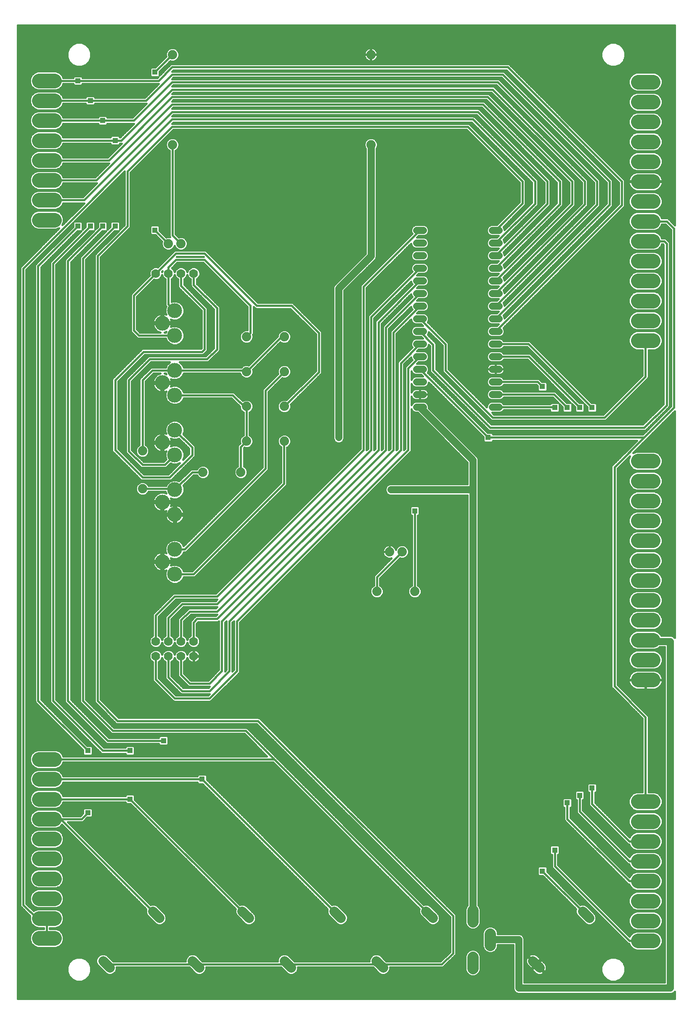
<source format=gbl>
G75*
%MOIN*%
%OFA0B0*%
%FSLAX25Y25*%
%IPPOS*%
%LPD*%
%AMOC8*
5,1,8,0,0,1.08239X$1,22.5*
%
%ADD10C,0.07000*%
%ADD11C,0.07400*%
%ADD12C,0.05550*%
%ADD13C,0.07677*%
%ADD14C,0.08858*%
%ADD15C,0.11811*%
%ADD16C,0.11811*%
%ADD17C,0.01600*%
%ADD18R,0.04362X0.04362*%
%ADD19C,0.05600*%
D10*
X0113729Y0275422D03*
X0113729Y0287233D03*
X0123729Y0287233D03*
X0123729Y0275422D03*
X0133729Y0275422D03*
X0133729Y0287233D03*
X0143729Y0287233D03*
X0143729Y0275422D03*
X0143808Y0578572D03*
X0133808Y0578572D03*
X0123808Y0578572D03*
X0113808Y0578572D03*
D11*
X0123650Y0602194D03*
X0133650Y0602194D03*
X0126997Y0680540D03*
X0126997Y0751800D03*
X0185619Y0528375D03*
X0185619Y0500816D03*
X0185619Y0473257D03*
X0185619Y0445698D03*
X0181170Y0421091D03*
X0151170Y0421091D03*
X0103178Y0408060D03*
X0103178Y0438060D03*
X0215619Y0445698D03*
X0215619Y0473257D03*
X0215619Y0500816D03*
X0215619Y0528375D03*
X0284280Y0680540D03*
X0284280Y0751800D03*
X0298965Y0358099D03*
X0308965Y0358099D03*
X0318965Y0326603D03*
X0288965Y0326603D03*
D12*
X0320246Y0472706D02*
X0325795Y0472706D01*
X0325795Y0482706D02*
X0320246Y0482706D01*
X0320246Y0492706D02*
X0325795Y0492706D01*
X0325795Y0502706D02*
X0320246Y0502706D01*
X0320246Y0512706D02*
X0325795Y0512706D01*
X0325795Y0522706D02*
X0320246Y0522706D01*
X0320246Y0532706D02*
X0325795Y0532706D01*
X0325795Y0542706D02*
X0320246Y0542706D01*
X0320246Y0552706D02*
X0325795Y0552706D01*
X0325795Y0562706D02*
X0320246Y0562706D01*
X0320246Y0572706D02*
X0325795Y0572706D01*
X0325795Y0582706D02*
X0320246Y0582706D01*
X0320246Y0592706D02*
X0325795Y0592706D01*
X0325795Y0602706D02*
X0320246Y0602706D01*
X0320246Y0612706D02*
X0325795Y0612706D01*
X0380246Y0612706D02*
X0385795Y0612706D01*
X0385795Y0602706D02*
X0380246Y0602706D01*
X0380246Y0592706D02*
X0385795Y0592706D01*
X0385795Y0582706D02*
X0380246Y0582706D01*
X0380246Y0572706D02*
X0385795Y0572706D01*
X0385795Y0562706D02*
X0380246Y0562706D01*
X0380246Y0552706D02*
X0385795Y0552706D01*
X0385795Y0542706D02*
X0380246Y0542706D01*
X0380246Y0532706D02*
X0385795Y0532706D01*
X0385795Y0522706D02*
X0380246Y0522706D01*
X0380246Y0512706D02*
X0385795Y0512706D01*
X0385795Y0502706D02*
X0380246Y0502706D01*
X0380246Y0492706D02*
X0385795Y0492706D01*
X0385795Y0482706D02*
X0380246Y0482706D01*
X0380246Y0472706D02*
X0385795Y0472706D01*
D13*
X0327826Y0073412D02*
X0333254Y0067983D01*
X0293884Y0028613D02*
X0288456Y0034042D01*
X0260420Y0067983D02*
X0254991Y0073412D01*
X0215621Y0034042D02*
X0221050Y0028613D01*
X0187585Y0067983D02*
X0182157Y0073412D01*
X0142787Y0034042D02*
X0148215Y0028613D01*
X0116719Y0067983D02*
X0111290Y0073412D01*
X0071920Y0034042D02*
X0077349Y0028613D01*
X0412472Y0034042D02*
X0417900Y0028613D01*
X0457270Y0067983D02*
X0451842Y0073412D01*
D14*
X0378769Y0055442D02*
X0378769Y0046583D01*
X0364989Y0036938D02*
X0364989Y0028080D01*
X0364989Y0065087D02*
X0364989Y0073946D01*
D15*
X0128769Y0340383D03*
X0118926Y0350225D03*
X0128769Y0360068D03*
X0128769Y0387627D03*
X0118926Y0397469D03*
X0128769Y0407312D03*
X0128769Y0434871D03*
X0118926Y0444713D03*
X0128769Y0454556D03*
X0128769Y0482115D03*
X0118926Y0491957D03*
X0128769Y0501800D03*
X0128769Y0529359D03*
X0118926Y0539202D03*
X0128769Y0549044D03*
D16*
X0033296Y0620894D02*
X0021485Y0620894D01*
X0021485Y0636643D02*
X0033296Y0636643D01*
X0033296Y0652391D02*
X0021485Y0652391D01*
X0021485Y0668139D02*
X0033296Y0668139D01*
X0033296Y0683887D02*
X0021485Y0683887D01*
X0021485Y0699635D02*
X0033296Y0699635D01*
X0033296Y0715383D02*
X0021485Y0715383D01*
X0021485Y0731131D02*
X0033296Y0731131D01*
X0033296Y0193729D02*
X0021485Y0193729D01*
X0021485Y0177981D02*
X0033296Y0177981D01*
X0033296Y0162233D02*
X0021485Y0162233D01*
X0021485Y0146485D02*
X0033296Y0146485D01*
X0033296Y0130737D02*
X0021485Y0130737D01*
X0021485Y0114989D02*
X0033296Y0114989D01*
X0033296Y0099241D02*
X0021485Y0099241D01*
X0021485Y0083493D02*
X0033296Y0083493D01*
X0033296Y0067745D02*
X0021485Y0067745D01*
X0021485Y0051997D02*
X0033296Y0051997D01*
X0495894Y0050028D02*
X0507706Y0050028D01*
X0507706Y0065776D02*
X0495894Y0065776D01*
X0495894Y0081524D02*
X0507706Y0081524D01*
X0507706Y0097272D02*
X0495894Y0097272D01*
X0495894Y0113020D02*
X0507706Y0113020D01*
X0507706Y0128769D02*
X0495894Y0128769D01*
X0495894Y0144517D02*
X0507706Y0144517D01*
X0507706Y0160265D02*
X0495894Y0160265D01*
X0495894Y0256721D02*
X0507706Y0256721D01*
X0507706Y0272469D02*
X0495894Y0272469D01*
X0495894Y0288217D02*
X0507706Y0288217D01*
X0507706Y0303965D02*
X0495894Y0303965D01*
X0495894Y0319713D02*
X0507706Y0319713D01*
X0507706Y0335461D02*
X0495894Y0335461D01*
X0495894Y0351209D02*
X0507706Y0351209D01*
X0507706Y0366957D02*
X0495894Y0366957D01*
X0495894Y0382706D02*
X0507706Y0382706D01*
X0507706Y0398454D02*
X0495894Y0398454D01*
X0495894Y0414202D02*
X0507706Y0414202D01*
X0507706Y0429950D02*
X0495894Y0429950D01*
X0495894Y0525422D02*
X0507706Y0525422D01*
X0507706Y0541170D02*
X0495894Y0541170D01*
X0495894Y0556918D02*
X0507706Y0556918D01*
X0507706Y0572666D02*
X0495894Y0572666D01*
X0495894Y0588414D02*
X0507706Y0588414D01*
X0507706Y0604162D02*
X0495894Y0604162D01*
X0495894Y0619910D02*
X0507706Y0619910D01*
X0507706Y0635658D02*
X0495894Y0635658D01*
X0495894Y0651406D02*
X0507706Y0651406D01*
X0507706Y0667154D02*
X0495894Y0667154D01*
X0495894Y0682902D02*
X0507706Y0682902D01*
X0507706Y0698650D02*
X0495894Y0698650D01*
X0495894Y0714398D02*
X0507706Y0714398D01*
X0507706Y0730146D02*
X0495894Y0730146D01*
D17*
X0004200Y0774991D02*
X0004200Y0004200D01*
X0524991Y0004200D01*
X0524991Y0009910D01*
X0523977Y0008897D01*
X0522360Y0008227D01*
X0400531Y0008227D01*
X0398914Y0008897D01*
X0397676Y0010134D01*
X0397006Y0011752D01*
X0397006Y0046613D01*
X0384798Y0046613D01*
X0384798Y0045384D01*
X0383880Y0043168D01*
X0382184Y0041472D01*
X0379968Y0040554D01*
X0377569Y0040554D01*
X0375353Y0041472D01*
X0373657Y0043168D01*
X0372739Y0045384D01*
X0372739Y0056641D01*
X0373657Y0058857D01*
X0375353Y0060553D01*
X0377569Y0061471D01*
X0379968Y0061471D01*
X0382184Y0060553D01*
X0383880Y0058857D01*
X0384798Y0056641D01*
X0384798Y0055413D01*
X0402282Y0055413D01*
X0403899Y0054743D01*
X0405136Y0053505D01*
X0405806Y0051888D01*
X0405806Y0017027D01*
X0517085Y0017027D01*
X0517085Y0282833D01*
X0512936Y0282833D01*
X0511957Y0281854D01*
X0509198Y0280712D01*
X0494402Y0280712D01*
X0491643Y0281854D01*
X0489532Y0283966D01*
X0488389Y0286724D01*
X0488389Y0289710D01*
X0489532Y0292469D01*
X0491643Y0294580D01*
X0494402Y0295723D01*
X0509198Y0295723D01*
X0511957Y0294580D01*
X0514068Y0292469D01*
X0514415Y0291633D01*
X0522360Y0291633D01*
X0523977Y0290963D01*
X0524991Y0289950D01*
X0524991Y0469431D01*
X0502850Y0447291D01*
X0502850Y0447291D01*
X0492034Y0436474D01*
X0494402Y0437455D01*
X0509198Y0437455D01*
X0511957Y0436312D01*
X0514068Y0434201D01*
X0515211Y0431443D01*
X0515211Y0428457D01*
X0514068Y0425698D01*
X0511957Y0423587D01*
X0509198Y0422444D01*
X0494402Y0422444D01*
X0491643Y0423587D01*
X0489532Y0425698D01*
X0488389Y0428457D01*
X0488389Y0431443D01*
X0489370Y0433810D01*
X0479594Y0424034D01*
X0479594Y0252794D01*
X0479720Y0252667D01*
X0503835Y0228553D01*
X0504200Y0227671D01*
X0504200Y0167770D01*
X0509198Y0167770D01*
X0511957Y0166627D01*
X0514068Y0164516D01*
X0515211Y0161758D01*
X0515211Y0158772D01*
X0514068Y0156013D01*
X0511957Y0153902D01*
X0509198Y0152759D01*
X0494402Y0152759D01*
X0491643Y0153902D01*
X0489532Y0156013D01*
X0488389Y0158772D01*
X0488389Y0161758D01*
X0489532Y0164516D01*
X0491643Y0166627D01*
X0494402Y0167770D01*
X0499400Y0167770D01*
X0499400Y0226200D01*
X0476326Y0249273D01*
X0475159Y0250441D01*
X0474794Y0251323D01*
X0474794Y0425506D01*
X0475159Y0426388D01*
X0475834Y0427063D01*
X0495022Y0446250D01*
X0380857Y0446250D01*
X0380857Y0445807D01*
X0379919Y0444869D01*
X0374232Y0444869D01*
X0373294Y0445807D01*
X0373294Y0449037D01*
X0330170Y0492162D01*
X0330170Y0491835D01*
X0329504Y0490227D01*
X0328273Y0488997D01*
X0326665Y0488331D01*
X0319375Y0488331D01*
X0317768Y0488997D01*
X0316537Y0490227D01*
X0316208Y0491022D01*
X0316208Y0484389D01*
X0316537Y0485184D01*
X0317768Y0486414D01*
X0319375Y0487080D01*
X0326665Y0487080D01*
X0328273Y0486414D01*
X0329504Y0485184D01*
X0330170Y0483576D01*
X0330170Y0481835D01*
X0329504Y0480227D01*
X0328273Y0478997D01*
X0326665Y0478331D01*
X0319375Y0478331D01*
X0317768Y0478997D01*
X0316537Y0480227D01*
X0316208Y0481022D01*
X0316208Y0474389D01*
X0316537Y0475184D01*
X0317768Y0476414D01*
X0319375Y0477080D01*
X0322084Y0477080D01*
X0322145Y0477105D01*
X0323896Y0477105D01*
X0323957Y0477080D01*
X0326665Y0477080D01*
X0328273Y0476414D01*
X0329504Y0475184D01*
X0330170Y0473576D01*
X0330170Y0471835D01*
X0330153Y0471795D01*
X0368719Y0433229D01*
X0369389Y0431612D01*
X0369389Y0078072D01*
X0370100Y0077361D01*
X0371018Y0075145D01*
X0371018Y0063888D01*
X0370100Y0061672D01*
X0368404Y0059976D01*
X0366188Y0059058D01*
X0363790Y0059058D01*
X0361574Y0059976D01*
X0359878Y0061672D01*
X0358960Y0063888D01*
X0358960Y0075145D01*
X0359878Y0077361D01*
X0360589Y0078072D01*
X0360589Y0402912D01*
X0299153Y0402912D01*
X0297659Y0403531D01*
X0297184Y0403531D01*
X0296247Y0404468D01*
X0296247Y0404942D01*
X0295628Y0406437D01*
X0295628Y0408187D01*
X0296247Y0409681D01*
X0296247Y0410156D01*
X0297184Y0411093D01*
X0297659Y0411093D01*
X0299153Y0411712D01*
X0360589Y0411712D01*
X0360589Y0428914D01*
X0321173Y0468331D01*
X0319375Y0468331D01*
X0317768Y0468997D01*
X0316537Y0470227D01*
X0316208Y0471022D01*
X0316208Y0438330D01*
X0315842Y0437448D01*
X0315167Y0436773D01*
X0180381Y0301987D01*
X0180381Y0263134D01*
X0180016Y0262252D01*
X0179341Y0261576D01*
X0157687Y0239923D01*
X0156805Y0239557D01*
X0128291Y0239557D01*
X0127409Y0239923D01*
X0126734Y0240598D01*
X0111695Y0255637D01*
X0111329Y0256519D01*
X0111329Y0270896D01*
X0110840Y0271098D01*
X0109406Y0272533D01*
X0108629Y0274408D01*
X0108629Y0276437D01*
X0109406Y0278311D01*
X0110840Y0279746D01*
X0112715Y0280522D01*
X0114744Y0280522D01*
X0116618Y0279746D01*
X0118053Y0278311D01*
X0118729Y0276678D01*
X0119406Y0278311D01*
X0120840Y0279746D01*
X0122715Y0280522D01*
X0124744Y0280522D01*
X0126618Y0279746D01*
X0128053Y0278311D01*
X0128729Y0276678D01*
X0129406Y0278311D01*
X0130840Y0279746D01*
X0132715Y0280522D01*
X0134744Y0280522D01*
X0136618Y0279746D01*
X0138053Y0278311D01*
X0138729Y0276678D01*
X0139406Y0278311D01*
X0140840Y0279746D01*
X0142715Y0280522D01*
X0144744Y0280522D01*
X0146618Y0279746D01*
X0148053Y0278311D01*
X0148829Y0276437D01*
X0148829Y0274408D01*
X0148053Y0272533D01*
X0146618Y0271098D01*
X0144744Y0270322D01*
X0142715Y0270322D01*
X0140840Y0271098D01*
X0139406Y0272533D01*
X0138729Y0274166D01*
X0138053Y0272533D01*
X0136618Y0271098D01*
X0136129Y0270896D01*
X0136129Y0261613D01*
X0141574Y0256168D01*
X0155333Y0256168D01*
X0163770Y0264605D01*
X0163770Y0303093D01*
X0163593Y0302915D01*
X0162710Y0302550D01*
X0147479Y0302550D01*
X0146129Y0301200D01*
X0146129Y0291759D01*
X0146618Y0291557D01*
X0148053Y0290122D01*
X0148829Y0288248D01*
X0148829Y0286219D01*
X0148053Y0284344D01*
X0146618Y0282909D01*
X0144744Y0282133D01*
X0142715Y0282133D01*
X0140840Y0282909D01*
X0139406Y0284344D01*
X0138729Y0285977D01*
X0138053Y0284344D01*
X0136618Y0282909D01*
X0134744Y0282133D01*
X0132715Y0282133D01*
X0130840Y0282909D01*
X0129406Y0284344D01*
X0128729Y0285977D01*
X0128053Y0284344D01*
X0126618Y0282909D01*
X0124744Y0282133D01*
X0122715Y0282133D01*
X0120840Y0282909D01*
X0119406Y0284344D01*
X0118729Y0285977D01*
X0118053Y0284344D01*
X0116618Y0282909D01*
X0114744Y0282133D01*
X0112715Y0282133D01*
X0110840Y0282909D01*
X0109406Y0284344D01*
X0108629Y0286219D01*
X0108629Y0288248D01*
X0109406Y0290122D01*
X0110840Y0291557D01*
X0111329Y0291759D01*
X0111329Y0308104D01*
X0111695Y0308986D01*
X0126734Y0324026D01*
X0127409Y0324701D01*
X0128291Y0325066D01*
X0161239Y0325066D01*
X0275975Y0439802D01*
X0275975Y0568537D01*
X0276340Y0569419D01*
X0316843Y0609922D01*
X0316537Y0610227D01*
X0315871Y0611835D01*
X0315871Y0613576D01*
X0316537Y0615184D01*
X0317768Y0616414D01*
X0319375Y0617080D01*
X0326665Y0617080D01*
X0328273Y0616414D01*
X0329504Y0615184D01*
X0330170Y0613576D01*
X0330170Y0611835D01*
X0329504Y0610227D01*
X0328273Y0608997D01*
X0326665Y0608331D01*
X0322040Y0608331D01*
X0320789Y0607080D01*
X0326665Y0607080D01*
X0328273Y0606414D01*
X0329504Y0605184D01*
X0330170Y0603576D01*
X0330170Y0601835D01*
X0329504Y0600227D01*
X0328273Y0598997D01*
X0326665Y0598331D01*
X0319375Y0598331D01*
X0317768Y0598997D01*
X0316537Y0600227D01*
X0315871Y0601835D01*
X0315871Y0602162D01*
X0280775Y0567066D01*
X0280775Y0438696D01*
X0281880Y0439802D01*
X0281880Y0544443D01*
X0282246Y0545325D01*
X0316843Y0579922D01*
X0316537Y0580227D01*
X0315871Y0581835D01*
X0315871Y0583576D01*
X0316537Y0585184D01*
X0317768Y0586414D01*
X0319375Y0587080D01*
X0326665Y0587080D01*
X0328273Y0586414D01*
X0329504Y0585184D01*
X0330170Y0583576D01*
X0330170Y0581835D01*
X0329504Y0580227D01*
X0328273Y0578997D01*
X0326665Y0578331D01*
X0322040Y0578331D01*
X0320789Y0577080D01*
X0326665Y0577080D01*
X0328273Y0576414D01*
X0329504Y0575184D01*
X0330170Y0573576D01*
X0330170Y0571835D01*
X0329504Y0570227D01*
X0376537Y0570227D01*
X0377768Y0568997D01*
X0379375Y0568331D01*
X0385252Y0568331D01*
X0384001Y0567080D01*
X0379375Y0567080D01*
X0377768Y0566414D01*
X0376537Y0565184D01*
X0375871Y0563576D01*
X0375871Y0561835D01*
X0376537Y0560227D01*
X0377768Y0558997D01*
X0379375Y0558331D01*
X0385252Y0558331D01*
X0384001Y0557080D01*
X0379375Y0557080D01*
X0377768Y0556414D01*
X0376537Y0555184D01*
X0375871Y0553576D01*
X0375871Y0551835D01*
X0376537Y0550227D01*
X0377768Y0548997D01*
X0379375Y0548331D01*
X0385252Y0548331D01*
X0384001Y0547080D01*
X0379375Y0547080D01*
X0377768Y0546414D01*
X0376537Y0545184D01*
X0375871Y0543576D01*
X0375871Y0541835D01*
X0376537Y0540227D01*
X0377768Y0538997D01*
X0379375Y0538331D01*
X0385252Y0538331D01*
X0384001Y0537080D01*
X0379375Y0537080D01*
X0377768Y0536414D01*
X0376537Y0535184D01*
X0375871Y0533576D01*
X0375871Y0531835D01*
X0376537Y0530227D01*
X0377768Y0528997D01*
X0379375Y0528331D01*
X0386665Y0528331D01*
X0388273Y0528997D01*
X0389504Y0530227D01*
X0390170Y0531835D01*
X0390170Y0533576D01*
X0389504Y0535184D01*
X0389198Y0535489D01*
X0485134Y0631425D01*
X0485499Y0632307D01*
X0485499Y0651884D01*
X0485134Y0652766D01*
X0484459Y0653441D01*
X0393908Y0743992D01*
X0393025Y0744357D01*
X0126323Y0744357D01*
X0125441Y0743992D01*
X0124765Y0743317D01*
X0116802Y0735353D01*
X0116802Y0738407D01*
X0125201Y0746807D01*
X0125943Y0746500D01*
X0128051Y0746500D01*
X0129999Y0747307D01*
X0131490Y0748798D01*
X0132297Y0750746D01*
X0132297Y0752854D01*
X0131490Y0754802D01*
X0129999Y0756293D01*
X0128051Y0757100D01*
X0125943Y0757100D01*
X0123995Y0756293D01*
X0122504Y0754802D01*
X0121697Y0752854D01*
X0121697Y0750746D01*
X0121889Y0750283D01*
X0113407Y0741802D01*
X0110177Y0741802D01*
X0109239Y0740864D01*
X0109239Y0735177D01*
X0110177Y0734239D01*
X0115688Y0734239D01*
X0114979Y0733531D01*
X0055778Y0733531D01*
X0055778Y0733975D01*
X0054841Y0734912D01*
X0049153Y0734912D01*
X0048216Y0733975D01*
X0048216Y0733531D01*
X0040426Y0733531D01*
X0039659Y0735382D01*
X0037548Y0737494D01*
X0034789Y0738636D01*
X0019992Y0738636D01*
X0017234Y0737494D01*
X0015122Y0735382D01*
X0013980Y0732624D01*
X0013980Y0729638D01*
X0015122Y0726879D01*
X0017234Y0724768D01*
X0019992Y0723625D01*
X0034789Y0723625D01*
X0037548Y0724768D01*
X0039659Y0726879D01*
X0040426Y0728731D01*
X0048216Y0728731D01*
X0048216Y0728287D01*
X0049153Y0727350D01*
X0054841Y0727350D01*
X0055778Y0728287D01*
X0055778Y0728731D01*
X0116085Y0728731D01*
X0105137Y0717783D01*
X0065620Y0717783D01*
X0065620Y0718227D01*
X0064683Y0719164D01*
X0058996Y0719164D01*
X0058058Y0718227D01*
X0058058Y0717783D01*
X0040426Y0717783D01*
X0039659Y0719634D01*
X0037548Y0721746D01*
X0034789Y0722888D01*
X0019992Y0722888D01*
X0017234Y0721746D01*
X0015122Y0719634D01*
X0013980Y0716876D01*
X0013980Y0713890D01*
X0015122Y0711131D01*
X0017234Y0709020D01*
X0019992Y0707877D01*
X0034789Y0707877D01*
X0037548Y0709020D01*
X0039659Y0711131D01*
X0040426Y0712983D01*
X0058058Y0712983D01*
X0058058Y0712539D01*
X0058996Y0711602D01*
X0064683Y0711602D01*
X0065620Y0712539D01*
X0065620Y0712983D01*
X0106242Y0712983D01*
X0095294Y0702035D01*
X0075463Y0702035D01*
X0075463Y0702478D01*
X0074526Y0703416D01*
X0068838Y0703416D01*
X0067901Y0702478D01*
X0067901Y0702035D01*
X0040426Y0702035D01*
X0039659Y0703886D01*
X0037548Y0705998D01*
X0034789Y0707140D01*
X0019992Y0707140D01*
X0017234Y0705998D01*
X0015122Y0703886D01*
X0013980Y0701128D01*
X0013980Y0698142D01*
X0015122Y0695383D01*
X0017234Y0693272D01*
X0019992Y0692129D01*
X0034789Y0692129D01*
X0037548Y0693272D01*
X0039659Y0695383D01*
X0040426Y0697235D01*
X0067901Y0697235D01*
X0067901Y0696791D01*
X0068838Y0695854D01*
X0074526Y0695854D01*
X0075463Y0696791D01*
X0075463Y0697235D01*
X0096400Y0697235D01*
X0085452Y0686287D01*
X0085305Y0686287D01*
X0085305Y0686730D01*
X0084368Y0687668D01*
X0078681Y0687668D01*
X0077743Y0686730D01*
X0077743Y0686287D01*
X0040426Y0686287D01*
X0039659Y0688138D01*
X0037548Y0690249D01*
X0034789Y0691392D01*
X0019992Y0691392D01*
X0017234Y0690249D01*
X0015122Y0688138D01*
X0013980Y0685380D01*
X0013980Y0682394D01*
X0015122Y0679635D01*
X0017234Y0677524D01*
X0019992Y0676381D01*
X0034789Y0676381D01*
X0037548Y0677524D01*
X0039659Y0679635D01*
X0040426Y0681487D01*
X0077743Y0681487D01*
X0077743Y0681043D01*
X0078681Y0680106D01*
X0084368Y0680106D01*
X0085305Y0681043D01*
X0085305Y0681487D01*
X0086557Y0681487D01*
X0075609Y0670539D01*
X0040426Y0670539D01*
X0039659Y0672390D01*
X0037548Y0674501D01*
X0034789Y0675644D01*
X0019992Y0675644D01*
X0017234Y0674501D01*
X0015122Y0672390D01*
X0013980Y0669632D01*
X0013980Y0666646D01*
X0015122Y0663887D01*
X0017234Y0661776D01*
X0019992Y0660633D01*
X0034789Y0660633D01*
X0037548Y0661776D01*
X0039659Y0663887D01*
X0040426Y0665739D01*
X0076715Y0665739D01*
X0065767Y0654791D01*
X0040426Y0654791D01*
X0039659Y0656642D01*
X0037548Y0658753D01*
X0034789Y0659896D01*
X0019992Y0659896D01*
X0017234Y0658753D01*
X0015122Y0656642D01*
X0013980Y0653883D01*
X0013980Y0650898D01*
X0015122Y0648139D01*
X0017234Y0646028D01*
X0019992Y0644885D01*
X0034789Y0644885D01*
X0037548Y0646028D01*
X0039659Y0648139D01*
X0040426Y0649991D01*
X0066872Y0649991D01*
X0055924Y0639043D01*
X0040426Y0639043D01*
X0039659Y0640894D01*
X0037548Y0643005D01*
X0034789Y0644148D01*
X0019992Y0644148D01*
X0017234Y0643005D01*
X0015122Y0640894D01*
X0013980Y0638135D01*
X0013980Y0635150D01*
X0015122Y0632391D01*
X0017234Y0630280D01*
X0019992Y0629137D01*
X0034789Y0629137D01*
X0037548Y0630280D01*
X0039659Y0632391D01*
X0040426Y0634243D01*
X0057030Y0634243D01*
X0039821Y0617034D01*
X0040802Y0619402D01*
X0040802Y0622387D01*
X0039659Y0625146D01*
X0037548Y0627257D01*
X0034789Y0628400D01*
X0019992Y0628400D01*
X0017234Y0627257D01*
X0015122Y0625146D01*
X0013980Y0622387D01*
X0013980Y0619402D01*
X0015122Y0616643D01*
X0017234Y0614532D01*
X0019992Y0613389D01*
X0034789Y0613389D01*
X0037157Y0614370D01*
X0006655Y0583868D01*
X0006290Y0582986D01*
X0006290Y0078094D01*
X0006655Y0077212D01*
X0007330Y0076537D01*
X0014170Y0069697D01*
X0013980Y0069238D01*
X0013980Y0066252D01*
X0015122Y0063493D01*
X0017234Y0061382D01*
X0019992Y0060239D01*
X0024991Y0060239D01*
X0024991Y0059502D01*
X0019992Y0059502D01*
X0017234Y0058360D01*
X0015122Y0056248D01*
X0013980Y0053490D01*
X0013980Y0050504D01*
X0015122Y0047745D01*
X0017234Y0045634D01*
X0019992Y0044491D01*
X0034789Y0044491D01*
X0037548Y0045634D01*
X0039659Y0047745D01*
X0040802Y0050504D01*
X0040802Y0053490D01*
X0039659Y0056248D01*
X0037548Y0058360D01*
X0034789Y0059502D01*
X0029791Y0059502D01*
X0029791Y0060239D01*
X0034789Y0060239D01*
X0037548Y0061382D01*
X0039659Y0063493D01*
X0040802Y0066252D01*
X0040802Y0069238D01*
X0039659Y0071996D01*
X0037548Y0074108D01*
X0034789Y0075250D01*
X0019992Y0075250D01*
X0017234Y0074108D01*
X0016891Y0073765D01*
X0011090Y0079566D01*
X0011090Y0581515D01*
X0048216Y0618641D01*
X0048216Y0615586D01*
X0018466Y0585837D01*
X0018101Y0584955D01*
X0018101Y0239512D01*
X0018466Y0238629D01*
X0056090Y0201006D01*
X0056090Y0197775D01*
X0057027Y0196838D01*
X0062715Y0196838D01*
X0063652Y0197775D01*
X0063652Y0203463D01*
X0062715Y0204400D01*
X0059484Y0204400D01*
X0022901Y0240983D01*
X0022901Y0583483D01*
X0051610Y0612192D01*
X0054664Y0612192D01*
X0030952Y0588480D01*
X0030277Y0587805D01*
X0029912Y0586923D01*
X0029912Y0239512D01*
X0030277Y0238629D01*
X0030952Y0237954D01*
X0070322Y0198584D01*
X0071204Y0198219D01*
X0089554Y0198219D01*
X0089554Y0197775D01*
X0090492Y0196838D01*
X0096179Y0196838D01*
X0097117Y0197775D01*
X0097117Y0203463D01*
X0096179Y0204400D01*
X0090492Y0204400D01*
X0089554Y0203463D01*
X0089554Y0203019D01*
X0072676Y0203019D01*
X0034712Y0240983D01*
X0034712Y0585452D01*
X0061452Y0612192D01*
X0064507Y0612192D01*
X0042088Y0589774D01*
X0041723Y0588892D01*
X0041723Y0239512D01*
X0042088Y0238629D01*
X0042763Y0237954D01*
X0073584Y0207133D01*
X0074259Y0206458D01*
X0075141Y0206093D01*
X0116129Y0206093D01*
X0116129Y0205649D01*
X0117066Y0204712D01*
X0122754Y0204712D01*
X0123691Y0205649D01*
X0123691Y0211337D01*
X0122754Y0212274D01*
X0117066Y0212274D01*
X0116129Y0211337D01*
X0116129Y0210893D01*
X0076613Y0210893D01*
X0046523Y0240983D01*
X0046523Y0587420D01*
X0071295Y0612192D01*
X0074349Y0612192D01*
X0053899Y0591742D01*
X0053534Y0590860D01*
X0053534Y0239512D01*
X0053899Y0238629D01*
X0054574Y0237954D01*
X0078196Y0214332D01*
X0079079Y0213967D01*
X0183877Y0213967D01*
X0201715Y0196129D01*
X0040426Y0196129D01*
X0039659Y0197981D01*
X0037548Y0200092D01*
X0034789Y0201235D01*
X0019992Y0201235D01*
X0017234Y0200092D01*
X0015122Y0197981D01*
X0013980Y0195222D01*
X0013980Y0192236D01*
X0015122Y0189478D01*
X0017234Y0187366D01*
X0019992Y0186224D01*
X0034789Y0186224D01*
X0037548Y0187366D01*
X0039659Y0189478D01*
X0040426Y0191329D01*
X0206515Y0191329D01*
X0322669Y0075174D01*
X0322387Y0074494D01*
X0322387Y0072330D01*
X0323215Y0070331D01*
X0330174Y0063373D01*
X0332173Y0062545D01*
X0334336Y0062545D01*
X0336335Y0063373D01*
X0337865Y0064903D01*
X0338693Y0066902D01*
X0338693Y0069065D01*
X0337865Y0071064D01*
X0330907Y0078023D01*
X0328908Y0078850D01*
X0326744Y0078850D01*
X0326063Y0078569D01*
X0208868Y0195764D01*
X0186905Y0217726D01*
X0186230Y0218402D01*
X0185348Y0218767D01*
X0080550Y0218767D01*
X0058334Y0240983D01*
X0058334Y0589389D01*
X0081137Y0612192D01*
X0084192Y0612192D01*
X0066385Y0594386D01*
X0065710Y0593711D01*
X0065345Y0592829D01*
X0065345Y0239512D01*
X0065710Y0238629D01*
X0066385Y0237954D01*
X0081458Y0222881D01*
X0082133Y0222206D01*
X0083016Y0221841D01*
X0193719Y0221841D01*
X0346841Y0068719D01*
X0346841Y0041180D01*
X0339389Y0033728D01*
X0296461Y0033728D01*
X0291537Y0038652D01*
X0289538Y0039480D01*
X0287374Y0039480D01*
X0285375Y0038652D01*
X0283845Y0037123D01*
X0283017Y0035124D01*
X0283017Y0033728D01*
X0223627Y0033728D01*
X0218702Y0038652D01*
X0216703Y0039480D01*
X0214539Y0039480D01*
X0212540Y0038652D01*
X0211011Y0037123D01*
X0210183Y0035124D01*
X0210183Y0033728D01*
X0150792Y0033728D01*
X0145867Y0038652D01*
X0143868Y0039480D01*
X0141705Y0039480D01*
X0139706Y0038652D01*
X0138176Y0037123D01*
X0137348Y0035124D01*
X0137348Y0033728D01*
X0079926Y0033728D01*
X0075001Y0038652D01*
X0073002Y0039480D01*
X0070839Y0039480D01*
X0068840Y0038652D01*
X0067310Y0037123D01*
X0066482Y0035124D01*
X0066482Y0032960D01*
X0067310Y0030961D01*
X0074268Y0024003D01*
X0076267Y0023175D01*
X0078431Y0023175D01*
X0080430Y0024003D01*
X0081960Y0025533D01*
X0082788Y0027531D01*
X0082788Y0028928D01*
X0140209Y0028928D01*
X0145134Y0024003D01*
X0147133Y0023175D01*
X0149297Y0023175D01*
X0151296Y0024003D01*
X0152826Y0025533D01*
X0153654Y0027531D01*
X0153654Y0028928D01*
X0213044Y0028928D01*
X0217969Y0024003D01*
X0219968Y0023175D01*
X0222132Y0023175D01*
X0224130Y0024003D01*
X0225660Y0025533D01*
X0226488Y0027531D01*
X0226488Y0028928D01*
X0285879Y0028928D01*
X0290804Y0024003D01*
X0292803Y0023175D01*
X0294966Y0023175D01*
X0296965Y0024003D01*
X0298495Y0025533D01*
X0299323Y0027531D01*
X0299323Y0028928D01*
X0340860Y0028928D01*
X0341742Y0029293D01*
X0342417Y0029968D01*
X0351276Y0038826D01*
X0351641Y0039708D01*
X0351641Y0070191D01*
X0351276Y0071073D01*
X0350600Y0071748D01*
X0196748Y0225600D01*
X0196748Y0225600D01*
X0196073Y0226276D01*
X0195191Y0226641D01*
X0084487Y0226641D01*
X0070145Y0240983D01*
X0070145Y0591357D01*
X0092726Y0613939D01*
X0093402Y0614614D01*
X0093767Y0615496D01*
X0093767Y0658286D01*
X0127794Y0692313D01*
X0360058Y0692313D01*
X0401959Y0650412D01*
X0401959Y0635038D01*
X0384001Y0617080D01*
X0379375Y0617080D01*
X0377768Y0616414D01*
X0376537Y0615184D01*
X0375871Y0613576D01*
X0375871Y0611835D01*
X0376537Y0610227D01*
X0377768Y0608997D01*
X0379375Y0608331D01*
X0385252Y0608331D01*
X0384001Y0607080D01*
X0379375Y0607080D01*
X0377768Y0606414D01*
X0376537Y0605184D01*
X0375871Y0603576D01*
X0375871Y0601835D01*
X0376537Y0600227D01*
X0377768Y0598997D01*
X0379375Y0598331D01*
X0385252Y0598331D01*
X0384001Y0597080D01*
X0379375Y0597080D01*
X0377768Y0596414D01*
X0376537Y0595184D01*
X0375871Y0593576D01*
X0375871Y0591835D01*
X0376537Y0590227D01*
X0377768Y0588997D01*
X0379375Y0588331D01*
X0385252Y0588331D01*
X0384001Y0587080D01*
X0379375Y0587080D01*
X0377768Y0586414D01*
X0376537Y0585184D01*
X0375871Y0583576D01*
X0375871Y0581835D01*
X0376537Y0580227D01*
X0377768Y0578997D01*
X0379375Y0578331D01*
X0385252Y0578331D01*
X0384001Y0577080D01*
X0379375Y0577080D01*
X0377768Y0576414D01*
X0376537Y0575184D01*
X0375871Y0573576D01*
X0375871Y0571835D01*
X0376537Y0570227D01*
X0375859Y0569774D02*
X0377314Y0568319D01*
X0378794Y0567705D01*
X0377314Y0567092D01*
X0375859Y0565637D01*
X0375071Y0563735D01*
X0375071Y0561676D01*
X0375859Y0559774D01*
X0377314Y0558319D01*
X0378794Y0557705D01*
X0377314Y0557092D01*
X0375859Y0555637D01*
X0375071Y0553735D01*
X0375071Y0551676D01*
X0375859Y0549774D01*
X0377314Y0548319D01*
X0378794Y0547705D01*
X0377314Y0547092D01*
X0375859Y0545637D01*
X0375071Y0543735D01*
X0375071Y0541676D01*
X0375859Y0539774D01*
X0377314Y0538319D01*
X0378794Y0537705D01*
X0377314Y0537092D01*
X0375859Y0535637D01*
X0375071Y0533735D01*
X0375071Y0531676D01*
X0375859Y0529774D01*
X0377314Y0528319D01*
X0378794Y0527705D01*
X0377314Y0527092D01*
X0375859Y0525637D01*
X0375071Y0523735D01*
X0375071Y0521676D01*
X0375859Y0519774D01*
X0377314Y0518319D01*
X0378794Y0517705D01*
X0377314Y0517092D01*
X0375859Y0515637D01*
X0375071Y0513735D01*
X0375071Y0511676D01*
X0375859Y0509774D01*
X0377314Y0508319D01*
X0379216Y0507531D01*
X0386825Y0507531D01*
X0388727Y0508319D01*
X0389914Y0509506D01*
X0407876Y0509506D01*
X0440528Y0476854D01*
X0439737Y0476854D01*
X0431172Y0485418D01*
X0429996Y0485905D01*
X0424506Y0485905D01*
X0424688Y0486346D01*
X0424688Y0491663D01*
X0424323Y0492545D01*
X0423648Y0493220D01*
X0422766Y0493586D01*
X0420051Y0493586D01*
X0418219Y0495418D01*
X0417043Y0495905D01*
X0389914Y0495905D01*
X0388727Y0497092D01*
X0386825Y0497880D01*
X0379216Y0497880D01*
X0377314Y0497092D01*
X0375859Y0495637D01*
X0375071Y0493735D01*
X0375071Y0491676D01*
X0375859Y0489774D01*
X0377314Y0488319D01*
X0378794Y0487705D01*
X0377314Y0487092D01*
X0375859Y0485637D01*
X0375071Y0483735D01*
X0375071Y0481676D01*
X0375859Y0479774D01*
X0377314Y0478319D01*
X0378794Y0477705D01*
X0377314Y0477092D01*
X0375859Y0475637D01*
X0375321Y0474340D01*
X0346535Y0503125D01*
X0346535Y0523027D01*
X0346048Y0524203D01*
X0330269Y0539983D01*
X0330970Y0541676D01*
X0330970Y0543735D01*
X0330182Y0545637D01*
X0328727Y0547092D01*
X0327247Y0547706D01*
X0328727Y0548319D01*
X0330182Y0549774D01*
X0330970Y0551676D01*
X0330970Y0553735D01*
X0330182Y0555637D01*
X0328727Y0557092D01*
X0327247Y0557705D01*
X0328727Y0558319D01*
X0330182Y0559774D01*
X0330970Y0561676D01*
X0330970Y0563735D01*
X0330182Y0565637D01*
X0328727Y0567092D01*
X0327247Y0567705D01*
X0328727Y0568319D01*
X0330182Y0569774D01*
X0330970Y0571676D01*
X0330970Y0573735D01*
X0330182Y0575637D01*
X0328727Y0577092D01*
X0327247Y0577705D01*
X0328727Y0578319D01*
X0330182Y0579774D01*
X0330970Y0581676D01*
X0330970Y0583735D01*
X0330182Y0585637D01*
X0328727Y0587092D01*
X0327247Y0587705D01*
X0328727Y0588319D01*
X0330182Y0589774D01*
X0330970Y0591676D01*
X0330970Y0593735D01*
X0330182Y0595637D01*
X0328727Y0597092D01*
X0327247Y0597706D01*
X0328727Y0598319D01*
X0330182Y0599774D01*
X0330970Y0601676D01*
X0330970Y0603735D01*
X0330182Y0605637D01*
X0328727Y0607092D01*
X0327247Y0607706D01*
X0328727Y0608319D01*
X0330182Y0609774D01*
X0330970Y0611676D01*
X0330970Y0613735D01*
X0330182Y0615637D01*
X0328727Y0617092D01*
X0326825Y0617880D01*
X0319216Y0617880D01*
X0317314Y0617092D01*
X0315859Y0615637D01*
X0315071Y0613735D01*
X0315071Y0611676D01*
X0315772Y0609983D01*
X0275662Y0569872D01*
X0275175Y0568696D01*
X0275175Y0440133D01*
X0160908Y0325866D01*
X0128132Y0325866D01*
X0126956Y0325379D01*
X0126056Y0324479D01*
X0126056Y0324479D01*
X0111916Y0310340D01*
X0111016Y0309439D01*
X0110529Y0308263D01*
X0110529Y0292294D01*
X0110387Y0292235D01*
X0108727Y0290575D01*
X0107829Y0288407D01*
X0107829Y0286059D01*
X0108727Y0283891D01*
X0110387Y0282231D01*
X0112556Y0281333D01*
X0114903Y0281333D01*
X0117071Y0282231D01*
X0118729Y0283889D01*
X0120387Y0282231D01*
X0122556Y0281333D01*
X0124903Y0281333D01*
X0127071Y0282231D01*
X0128729Y0283889D01*
X0130387Y0282231D01*
X0132556Y0281333D01*
X0134903Y0281333D01*
X0137071Y0282231D01*
X0138729Y0283889D01*
X0140387Y0282231D01*
X0142556Y0281333D01*
X0144903Y0281333D01*
X0147071Y0282231D01*
X0148731Y0283891D01*
X0149629Y0286059D01*
X0149629Y0288407D01*
X0148731Y0290575D01*
X0147071Y0292235D01*
X0146929Y0292294D01*
X0146929Y0300868D01*
X0147811Y0301750D01*
X0162870Y0301750D01*
X0162970Y0301791D01*
X0162970Y0264937D01*
X0155002Y0256968D01*
X0141905Y0256968D01*
X0136929Y0261944D01*
X0136929Y0270361D01*
X0137071Y0270420D01*
X0138731Y0272080D01*
X0139068Y0272895D01*
X0139196Y0272644D01*
X0139687Y0271969D01*
X0140276Y0271379D01*
X0140951Y0270889D01*
X0141695Y0270510D01*
X0142488Y0270253D01*
X0143312Y0270122D01*
X0143529Y0270122D01*
X0143529Y0275222D01*
X0143929Y0275222D01*
X0143929Y0270122D01*
X0144146Y0270122D01*
X0144970Y0270253D01*
X0145764Y0270510D01*
X0146507Y0270889D01*
X0147182Y0271379D01*
X0147772Y0271969D01*
X0148262Y0272644D01*
X0148641Y0273388D01*
X0148899Y0274181D01*
X0149029Y0275005D01*
X0149029Y0275222D01*
X0143929Y0275222D01*
X0143929Y0275622D01*
X0143529Y0275622D01*
X0143529Y0280722D01*
X0143312Y0280722D01*
X0142488Y0280592D01*
X0141695Y0280334D01*
X0140951Y0279955D01*
X0140276Y0279465D01*
X0139687Y0278875D01*
X0139196Y0278200D01*
X0139068Y0277949D01*
X0138731Y0278764D01*
X0137071Y0280424D01*
X0134903Y0281322D01*
X0132556Y0281322D01*
X0130387Y0280424D01*
X0128729Y0278766D01*
X0127071Y0280424D01*
X0124903Y0281322D01*
X0122556Y0281322D01*
X0120387Y0280424D01*
X0118729Y0278766D01*
X0117071Y0280424D01*
X0114903Y0281322D01*
X0112556Y0281322D01*
X0110387Y0280424D01*
X0108727Y0278764D01*
X0107829Y0276596D01*
X0107829Y0274248D01*
X0108727Y0272080D01*
X0110387Y0270420D01*
X0110529Y0270361D01*
X0110529Y0256360D01*
X0111016Y0255184D01*
X0126056Y0240145D01*
X0126956Y0239245D01*
X0128132Y0238757D01*
X0156964Y0238757D01*
X0158140Y0239245D01*
X0179794Y0260898D01*
X0180694Y0261798D01*
X0181181Y0262974D01*
X0181181Y0301656D01*
X0315621Y0436095D01*
X0316521Y0436995D01*
X0317008Y0438171D01*
X0317008Y0468625D01*
X0317314Y0468319D01*
X0319216Y0467531D01*
X0320841Y0467531D01*
X0359789Y0428583D01*
X0359789Y0412512D01*
X0298994Y0412512D01*
X0297500Y0411893D01*
X0297370Y0411893D01*
X0296488Y0411528D01*
X0295813Y0410852D01*
X0295447Y0409970D01*
X0295447Y0409840D01*
X0294828Y0408346D01*
X0294828Y0406277D01*
X0295447Y0404783D01*
X0295447Y0404653D01*
X0295813Y0403771D01*
X0296488Y0403096D01*
X0297370Y0402731D01*
X0297500Y0402731D01*
X0298994Y0402112D01*
X0359789Y0402112D01*
X0359789Y0078404D01*
X0359200Y0077814D01*
X0358160Y0075304D01*
X0358160Y0063729D01*
X0359200Y0061219D01*
X0361121Y0059298D01*
X0363631Y0058258D01*
X0366347Y0058258D01*
X0368857Y0059298D01*
X0370778Y0061219D01*
X0371818Y0063729D01*
X0371818Y0075304D01*
X0370778Y0077814D01*
X0370189Y0078404D01*
X0370189Y0431771D01*
X0369397Y0433683D01*
X0330970Y0472110D01*
X0330970Y0473735D01*
X0330182Y0475637D01*
X0328727Y0477092D01*
X0326825Y0477880D01*
X0324116Y0477880D01*
X0324055Y0477905D01*
X0321986Y0477905D01*
X0321925Y0477880D01*
X0319216Y0477880D01*
X0317314Y0477092D01*
X0317008Y0476786D01*
X0317008Y0479474D01*
X0317265Y0479216D01*
X0317848Y0478793D01*
X0318490Y0478466D01*
X0319174Y0478243D01*
X0319886Y0478131D01*
X0323020Y0478131D01*
X0323020Y0482705D01*
X0323021Y0482705D01*
X0323021Y0482706D01*
X0330370Y0482706D01*
X0330370Y0483066D01*
X0330257Y0483777D01*
X0330035Y0484462D01*
X0329708Y0485103D01*
X0329285Y0485686D01*
X0328776Y0486195D01*
X0328193Y0486618D01*
X0327551Y0486945D01*
X0326867Y0487168D01*
X0326155Y0487280D01*
X0323021Y0487280D01*
X0323021Y0482706D01*
X0323020Y0482706D01*
X0323020Y0487280D01*
X0319886Y0487280D01*
X0319174Y0487168D01*
X0318490Y0486945D01*
X0317848Y0486618D01*
X0317265Y0486195D01*
X0317008Y0485937D01*
X0317008Y0488625D01*
X0317314Y0488319D01*
X0319216Y0487531D01*
X0326825Y0487531D01*
X0328727Y0488319D01*
X0330182Y0489774D01*
X0330547Y0490654D01*
X0372494Y0448706D01*
X0372494Y0445992D01*
X0372860Y0445110D01*
X0373535Y0444435D01*
X0374417Y0444069D01*
X0379734Y0444069D01*
X0380616Y0444435D01*
X0381291Y0445110D01*
X0381432Y0445450D01*
X0493090Y0445450D01*
X0475381Y0427741D01*
X0474481Y0426841D01*
X0473994Y0425665D01*
X0473994Y0251163D01*
X0474481Y0249987D01*
X0475873Y0248595D01*
X0475873Y0248595D01*
X0498600Y0225868D01*
X0498600Y0168570D01*
X0494242Y0168570D01*
X0491190Y0167306D01*
X0488853Y0164969D01*
X0487589Y0161917D01*
X0487589Y0158612D01*
X0488853Y0155560D01*
X0491190Y0153223D01*
X0493201Y0152391D01*
X0491190Y0151558D01*
X0488853Y0149221D01*
X0487589Y0146169D01*
X0487589Y0142864D01*
X0488853Y0139812D01*
X0491190Y0137475D01*
X0493201Y0136643D01*
X0491190Y0135810D01*
X0488853Y0133473D01*
X0488845Y0133453D01*
X0462677Y0159622D01*
X0462677Y0166735D01*
X0463018Y0166876D01*
X0463693Y0167551D01*
X0464058Y0168433D01*
X0464058Y0173750D01*
X0463693Y0174632D01*
X0463018Y0175307D01*
X0462136Y0175672D01*
X0456819Y0175672D01*
X0455937Y0175307D01*
X0455261Y0174632D01*
X0454896Y0173750D01*
X0454896Y0168433D01*
X0455261Y0167551D01*
X0455937Y0166876D01*
X0456277Y0166735D01*
X0456277Y0157660D01*
X0456764Y0156483D01*
X0457665Y0155583D01*
X0487192Y0126056D01*
X0488202Y0125638D01*
X0488853Y0124064D01*
X0491190Y0121727D01*
X0493201Y0120894D01*
X0491190Y0120062D01*
X0488853Y0117725D01*
X0488845Y0117705D01*
X0452835Y0153716D01*
X0452835Y0160829D01*
X0453175Y0160970D01*
X0453850Y0161645D01*
X0454216Y0162527D01*
X0454216Y0167844D01*
X0453850Y0168726D01*
X0453175Y0169402D01*
X0452293Y0169767D01*
X0446976Y0169767D01*
X0446094Y0169402D01*
X0445419Y0168726D01*
X0445054Y0167844D01*
X0445054Y0162527D01*
X0445419Y0161645D01*
X0446094Y0160970D01*
X0446435Y0160829D01*
X0446435Y0151754D01*
X0446922Y0150578D01*
X0447822Y0149678D01*
X0487192Y0110308D01*
X0488202Y0109890D01*
X0488853Y0108316D01*
X0491190Y0105979D01*
X0493201Y0105146D01*
X0491190Y0104314D01*
X0488853Y0101977D01*
X0488845Y0101957D01*
X0442992Y0147811D01*
X0442992Y0154924D01*
X0443333Y0155065D01*
X0444008Y0155740D01*
X0444373Y0156622D01*
X0444373Y0161939D01*
X0444008Y0162821D01*
X0443333Y0163496D01*
X0442451Y0163861D01*
X0437134Y0163861D01*
X0436252Y0163496D01*
X0435576Y0162821D01*
X0435211Y0161939D01*
X0435211Y0156622D01*
X0435576Y0155740D01*
X0436252Y0155065D01*
X0436592Y0154924D01*
X0436592Y0145849D01*
X0437079Y0144672D01*
X0437979Y0143772D01*
X0487192Y0094560D01*
X0488202Y0094141D01*
X0488853Y0092568D01*
X0491190Y0090231D01*
X0493201Y0089398D01*
X0491190Y0088565D01*
X0488853Y0086229D01*
X0487589Y0083176D01*
X0487589Y0079872D01*
X0488853Y0076820D01*
X0491190Y0074483D01*
X0493201Y0073650D01*
X0491190Y0072817D01*
X0488853Y0070481D01*
X0487589Y0067428D01*
X0487589Y0064124D01*
X0488853Y0061072D01*
X0491190Y0058735D01*
X0493201Y0057902D01*
X0491190Y0057069D01*
X0488853Y0054733D01*
X0488845Y0054713D01*
X0433150Y0110409D01*
X0433150Y0117522D01*
X0433490Y0117663D01*
X0434165Y0118338D01*
X0434531Y0119220D01*
X0434531Y0124537D01*
X0434165Y0125419D01*
X0433490Y0126094D01*
X0432608Y0126460D01*
X0427291Y0126460D01*
X0426409Y0126094D01*
X0425734Y0125419D01*
X0425369Y0124537D01*
X0425369Y0119220D01*
X0425734Y0118338D01*
X0426409Y0117663D01*
X0426750Y0117522D01*
X0426750Y0108447D01*
X0427237Y0107271D01*
X0428137Y0106371D01*
X0487192Y0047316D01*
X0488202Y0046897D01*
X0488853Y0045324D01*
X0491190Y0042987D01*
X0494242Y0041723D01*
X0509358Y0041723D01*
X0512410Y0042987D01*
X0514747Y0045324D01*
X0516011Y0048376D01*
X0516011Y0051680D01*
X0514747Y0054733D01*
X0512410Y0057069D01*
X0510399Y0057902D01*
X0512410Y0058735D01*
X0514747Y0061072D01*
X0516011Y0064124D01*
X0516011Y0067428D01*
X0514747Y0070481D01*
X0512410Y0072817D01*
X0510399Y0073650D01*
X0512410Y0074483D01*
X0514747Y0076820D01*
X0516011Y0079872D01*
X0516011Y0083176D01*
X0514747Y0086229D01*
X0512410Y0088565D01*
X0510399Y0089398D01*
X0512410Y0090231D01*
X0514747Y0092568D01*
X0516011Y0095620D01*
X0516011Y0098925D01*
X0514747Y0101977D01*
X0512410Y0104314D01*
X0510399Y0105146D01*
X0512410Y0105979D01*
X0514747Y0108316D01*
X0516011Y0111368D01*
X0516011Y0114673D01*
X0514747Y0117725D01*
X0512410Y0120062D01*
X0510399Y0120894D01*
X0512410Y0121727D01*
X0514747Y0124064D01*
X0516011Y0127116D01*
X0516011Y0130421D01*
X0514747Y0133473D01*
X0512410Y0135810D01*
X0510399Y0136643D01*
X0512410Y0137475D01*
X0514747Y0139812D01*
X0516011Y0142864D01*
X0516011Y0146169D01*
X0514747Y0149221D01*
X0512410Y0151558D01*
X0510399Y0152391D01*
X0512410Y0153223D01*
X0514747Y0155560D01*
X0516011Y0158612D01*
X0516011Y0161917D01*
X0514747Y0164969D01*
X0512410Y0167306D01*
X0509358Y0168570D01*
X0505000Y0168570D01*
X0505000Y0227830D01*
X0504513Y0229006D01*
X0480399Y0253121D01*
X0480394Y0253125D01*
X0480394Y0423703D01*
X0487589Y0430898D01*
X0487589Y0428298D01*
X0488853Y0425245D01*
X0491190Y0422909D01*
X0493201Y0422076D01*
X0491190Y0421243D01*
X0488853Y0418906D01*
X0487589Y0415854D01*
X0487589Y0412549D01*
X0488853Y0409497D01*
X0491190Y0407160D01*
X0493201Y0406328D01*
X0491190Y0405495D01*
X0488853Y0403158D01*
X0487589Y0400106D01*
X0487589Y0396801D01*
X0488853Y0393749D01*
X0491190Y0391412D01*
X0493201Y0390580D01*
X0491190Y0389747D01*
X0488853Y0387410D01*
X0487589Y0384358D01*
X0487589Y0381053D01*
X0488853Y0378001D01*
X0491190Y0375664D01*
X0493201Y0374831D01*
X0491190Y0373999D01*
X0488853Y0371662D01*
X0487589Y0368610D01*
X0487589Y0365305D01*
X0488853Y0362253D01*
X0491190Y0359916D01*
X0493201Y0359083D01*
X0491190Y0358251D01*
X0488853Y0355914D01*
X0487589Y0352862D01*
X0487589Y0349557D01*
X0488853Y0346505D01*
X0491190Y0344168D01*
X0493201Y0343335D01*
X0491190Y0342502D01*
X0488853Y0340166D01*
X0487589Y0337113D01*
X0487589Y0333809D01*
X0488853Y0330757D01*
X0491190Y0328420D01*
X0493201Y0327587D01*
X0491190Y0326754D01*
X0488853Y0324418D01*
X0487589Y0321365D01*
X0487589Y0318061D01*
X0488853Y0315009D01*
X0491190Y0312672D01*
X0493201Y0311839D01*
X0491190Y0311006D01*
X0488853Y0308670D01*
X0487589Y0305617D01*
X0487589Y0302313D01*
X0488853Y0299261D01*
X0491190Y0296924D01*
X0493201Y0296091D01*
X0491190Y0295258D01*
X0488853Y0292922D01*
X0487589Y0289869D01*
X0487589Y0286565D01*
X0488853Y0283513D01*
X0491190Y0281176D01*
X0493201Y0280343D01*
X0491190Y0279510D01*
X0488853Y0277174D01*
X0487589Y0274121D01*
X0487589Y0270817D01*
X0488853Y0267765D01*
X0491190Y0265428D01*
X0494107Y0264220D01*
X0493412Y0264033D01*
X0492479Y0263647D01*
X0491604Y0263142D01*
X0490803Y0262527D01*
X0490089Y0261813D01*
X0489474Y0261011D01*
X0488969Y0260137D01*
X0488582Y0259203D01*
X0488321Y0258228D01*
X0488189Y0257226D01*
X0488189Y0256906D01*
X0501616Y0256906D01*
X0501616Y0256537D01*
X0501984Y0256537D01*
X0501984Y0249016D01*
X0508211Y0249016D01*
X0509212Y0249148D01*
X0510188Y0249409D01*
X0511121Y0249796D01*
X0511996Y0250301D01*
X0512797Y0250916D01*
X0513511Y0251630D01*
X0514126Y0252431D01*
X0514631Y0253306D01*
X0515018Y0254239D01*
X0515279Y0255215D01*
X0515411Y0256216D01*
X0515411Y0256537D01*
X0501984Y0256537D01*
X0501984Y0256906D01*
X0515411Y0256906D01*
X0515411Y0257226D01*
X0515279Y0258228D01*
X0515018Y0259203D01*
X0514631Y0260137D01*
X0514126Y0261011D01*
X0513511Y0261813D01*
X0512797Y0262527D01*
X0511996Y0263142D01*
X0511121Y0263647D01*
X0510188Y0264033D01*
X0509493Y0264220D01*
X0512410Y0265428D01*
X0514747Y0267765D01*
X0516011Y0270817D01*
X0516011Y0274121D01*
X0514747Y0277174D01*
X0512410Y0279510D01*
X0510399Y0280343D01*
X0512410Y0281176D01*
X0513267Y0282033D01*
X0516285Y0282033D01*
X0516285Y0017827D01*
X0480192Y0017827D01*
X0482518Y0019169D01*
X0484431Y0021082D01*
X0485783Y0023425D01*
X0486483Y0026038D01*
X0486483Y0028743D01*
X0485783Y0031356D01*
X0484431Y0033699D01*
X0482518Y0035612D01*
X0480175Y0036964D01*
X0477562Y0037665D01*
X0474857Y0037665D01*
X0472244Y0036964D01*
X0469901Y0035612D01*
X0467988Y0033699D01*
X0466636Y0031356D01*
X0465935Y0028743D01*
X0465935Y0026038D01*
X0466636Y0023425D01*
X0467988Y0021082D01*
X0469901Y0019169D01*
X0472226Y0017827D01*
X0406606Y0017827D01*
X0406606Y0052047D01*
X0405815Y0053958D01*
X0404352Y0055421D01*
X0402441Y0056213D01*
X0385598Y0056213D01*
X0385598Y0056800D01*
X0384558Y0059310D01*
X0382637Y0061231D01*
X0380127Y0062271D01*
X0377410Y0062271D01*
X0374900Y0061231D01*
X0372979Y0059310D01*
X0371939Y0056800D01*
X0371939Y0045225D01*
X0372979Y0042715D01*
X0374900Y0040794D01*
X0377410Y0039754D01*
X0380127Y0039754D01*
X0382637Y0040794D01*
X0384558Y0042715D01*
X0385598Y0045225D01*
X0385598Y0045813D01*
X0396206Y0045813D01*
X0396206Y0011592D01*
X0396998Y0009681D01*
X0398461Y0008218D01*
X0400372Y0007427D01*
X0522519Y0007427D01*
X0524191Y0008119D01*
X0524191Y0005000D01*
X0005000Y0005000D01*
X0005000Y0774191D01*
X0524191Y0774191D01*
X0524191Y0618777D01*
X0520345Y0622623D01*
X0519169Y0623110D01*
X0515370Y0623110D01*
X0514747Y0624615D01*
X0512410Y0626951D01*
X0510399Y0627784D01*
X0512410Y0628617D01*
X0514747Y0630954D01*
X0516011Y0634006D01*
X0516011Y0637310D01*
X0514747Y0640363D01*
X0512410Y0642699D01*
X0509493Y0643908D01*
X0510188Y0644094D01*
X0511121Y0644481D01*
X0511996Y0644986D01*
X0512797Y0645601D01*
X0513511Y0646315D01*
X0514126Y0647116D01*
X0514631Y0647991D01*
X0515018Y0648924D01*
X0515279Y0649900D01*
X0515411Y0650901D01*
X0515411Y0651222D01*
X0501984Y0651222D01*
X0501984Y0651591D01*
X0515411Y0651591D01*
X0515411Y0651911D01*
X0515279Y0652913D01*
X0515018Y0653888D01*
X0514631Y0654822D01*
X0514126Y0655696D01*
X0513511Y0656498D01*
X0512797Y0657212D01*
X0511996Y0657827D01*
X0511121Y0658332D01*
X0510188Y0658719D01*
X0509493Y0658905D01*
X0512410Y0660113D01*
X0514747Y0662450D01*
X0516011Y0665502D01*
X0516011Y0668806D01*
X0514747Y0671859D01*
X0512410Y0674195D01*
X0510399Y0675028D01*
X0512410Y0675861D01*
X0514747Y0678198D01*
X0516011Y0681250D01*
X0516011Y0684554D01*
X0514747Y0687607D01*
X0512410Y0689943D01*
X0510399Y0690776D01*
X0512410Y0691609D01*
X0514747Y0693946D01*
X0516011Y0696998D01*
X0516011Y0700302D01*
X0514747Y0703355D01*
X0512410Y0705691D01*
X0510399Y0706524D01*
X0512410Y0707357D01*
X0514747Y0709694D01*
X0516011Y0712746D01*
X0516011Y0716050D01*
X0514747Y0719103D01*
X0512410Y0721439D01*
X0510399Y0722272D01*
X0512410Y0723105D01*
X0514747Y0725442D01*
X0516011Y0728494D01*
X0516011Y0731799D01*
X0514747Y0734851D01*
X0512410Y0737188D01*
X0509358Y0738452D01*
X0494242Y0738452D01*
X0491190Y0737188D01*
X0488853Y0734851D01*
X0487589Y0731799D01*
X0487589Y0728494D01*
X0488853Y0725442D01*
X0491190Y0723105D01*
X0493201Y0722272D01*
X0491190Y0721439D01*
X0488853Y0719103D01*
X0487589Y0716050D01*
X0487589Y0712746D01*
X0488853Y0709694D01*
X0491190Y0707357D01*
X0493201Y0706524D01*
X0491190Y0705691D01*
X0488853Y0703355D01*
X0487589Y0700302D01*
X0487589Y0696998D01*
X0488853Y0693946D01*
X0491190Y0691609D01*
X0493201Y0690776D01*
X0491190Y0689943D01*
X0488853Y0687607D01*
X0487589Y0684554D01*
X0487589Y0681250D01*
X0488853Y0678198D01*
X0491190Y0675861D01*
X0493201Y0675028D01*
X0491190Y0674195D01*
X0488853Y0671859D01*
X0487589Y0668806D01*
X0487589Y0665502D01*
X0488853Y0662450D01*
X0491190Y0660113D01*
X0494107Y0658905D01*
X0493412Y0658719D01*
X0492479Y0658332D01*
X0491604Y0657827D01*
X0490803Y0657212D01*
X0490089Y0656498D01*
X0489474Y0655696D01*
X0488969Y0654822D01*
X0488582Y0653888D01*
X0488321Y0652913D01*
X0488189Y0651911D01*
X0488189Y0651591D01*
X0501616Y0651591D01*
X0501616Y0651222D01*
X0488189Y0651222D01*
X0488189Y0650901D01*
X0488321Y0649900D01*
X0488582Y0648924D01*
X0488969Y0647991D01*
X0489474Y0647116D01*
X0490089Y0646315D01*
X0490803Y0645601D01*
X0491604Y0644986D01*
X0492479Y0644481D01*
X0493412Y0644094D01*
X0494107Y0643908D01*
X0491190Y0642699D01*
X0488853Y0640363D01*
X0487589Y0637310D01*
X0487589Y0634006D01*
X0488853Y0630954D01*
X0491190Y0628617D01*
X0493201Y0627784D01*
X0491190Y0626951D01*
X0488853Y0624615D01*
X0487589Y0621562D01*
X0487589Y0618258D01*
X0488853Y0615206D01*
X0491190Y0612869D01*
X0493201Y0612036D01*
X0491190Y0611203D01*
X0488853Y0608867D01*
X0487589Y0605814D01*
X0487589Y0602510D01*
X0488853Y0599458D01*
X0491190Y0597121D01*
X0493201Y0596288D01*
X0491190Y0595455D01*
X0488853Y0593119D01*
X0487589Y0590066D01*
X0487589Y0586762D01*
X0488853Y0583709D01*
X0491190Y0581373D01*
X0493201Y0580540D01*
X0491190Y0579707D01*
X0488853Y0577371D01*
X0487589Y0574318D01*
X0487589Y0571014D01*
X0488853Y0567961D01*
X0491190Y0565625D01*
X0493201Y0564792D01*
X0491190Y0563959D01*
X0488853Y0561623D01*
X0487589Y0558570D01*
X0487589Y0555266D01*
X0488853Y0552213D01*
X0491190Y0549877D01*
X0493201Y0549044D01*
X0491190Y0548211D01*
X0488853Y0545875D01*
X0487589Y0542822D01*
X0487589Y0539518D01*
X0488853Y0536465D01*
X0491190Y0534129D01*
X0493201Y0533296D01*
X0491190Y0532463D01*
X0488853Y0530127D01*
X0487589Y0527074D01*
X0487589Y0523770D01*
X0488853Y0520717D01*
X0491190Y0518381D01*
X0494242Y0517117D01*
X0498600Y0517117D01*
X0498600Y0498204D01*
X0467994Y0467598D01*
X0386988Y0467598D01*
X0388727Y0468319D01*
X0389914Y0469506D01*
X0425413Y0469506D01*
X0425734Y0468732D01*
X0426409Y0468057D01*
X0427291Y0467691D01*
X0432608Y0467691D01*
X0433490Y0468057D01*
X0434165Y0468732D01*
X0434531Y0469614D01*
X0434531Y0473008D01*
X0435211Y0472328D01*
X0435211Y0469614D01*
X0435576Y0468732D01*
X0436252Y0468057D01*
X0437134Y0467691D01*
X0442451Y0467691D01*
X0443333Y0468057D01*
X0444008Y0468732D01*
X0444373Y0469614D01*
X0444373Y0473008D01*
X0445054Y0472328D01*
X0445054Y0469614D01*
X0445419Y0468732D01*
X0446094Y0468057D01*
X0446976Y0467691D01*
X0452293Y0467691D01*
X0453175Y0468057D01*
X0453850Y0468732D01*
X0454216Y0469614D01*
X0454216Y0473008D01*
X0454896Y0472328D01*
X0454896Y0469614D01*
X0455261Y0468732D01*
X0455937Y0468057D01*
X0456819Y0467691D01*
X0462136Y0467691D01*
X0463018Y0468057D01*
X0463693Y0468732D01*
X0464058Y0469614D01*
X0464058Y0474931D01*
X0463693Y0475813D01*
X0463018Y0476488D01*
X0462136Y0476854D01*
X0459422Y0476854D01*
X0410857Y0525418D01*
X0409681Y0525905D01*
X0389914Y0525905D01*
X0388727Y0527092D01*
X0387247Y0527705D01*
X0388727Y0528319D01*
X0390182Y0529774D01*
X0390970Y0531676D01*
X0390970Y0533735D01*
X0390269Y0535428D01*
X0485812Y0630972D01*
X0486299Y0632148D01*
X0486299Y0652043D01*
X0485812Y0653219D01*
X0484912Y0654119D01*
X0394361Y0744670D01*
X0393185Y0745157D01*
X0126163Y0745157D01*
X0124987Y0744670D01*
X0124087Y0743770D01*
X0117602Y0737285D01*
X0117602Y0738076D01*
X0125389Y0745863D01*
X0125783Y0745700D01*
X0128210Y0745700D01*
X0130452Y0746629D01*
X0132168Y0748345D01*
X0133097Y0750587D01*
X0133097Y0753013D01*
X0132168Y0755255D01*
X0130452Y0756971D01*
X0128210Y0757900D01*
X0125783Y0757900D01*
X0123541Y0756971D01*
X0121826Y0755255D01*
X0120897Y0753013D01*
X0120897Y0750587D01*
X0120945Y0750470D01*
X0113076Y0742602D01*
X0110362Y0742602D01*
X0109480Y0742236D01*
X0108805Y0741561D01*
X0108439Y0740679D01*
X0108439Y0735362D01*
X0108805Y0734480D01*
X0108954Y0734331D01*
X0056354Y0734331D01*
X0056213Y0734671D01*
X0055537Y0735346D01*
X0054655Y0735712D01*
X0049338Y0735712D01*
X0048456Y0735346D01*
X0047781Y0734671D01*
X0047640Y0734331D01*
X0040960Y0734331D01*
X0040337Y0735835D01*
X0038001Y0738172D01*
X0034948Y0739436D01*
X0019833Y0739436D01*
X0016780Y0738172D01*
X0014444Y0735835D01*
X0013180Y0732783D01*
X0013180Y0729479D01*
X0014444Y0726426D01*
X0016780Y0724090D01*
X0018791Y0723257D01*
X0016780Y0722424D01*
X0014444Y0720087D01*
X0013180Y0717035D01*
X0013180Y0713731D01*
X0014444Y0710678D01*
X0016780Y0708342D01*
X0018791Y0707509D01*
X0016780Y0706676D01*
X0014444Y0704339D01*
X0013180Y0701287D01*
X0013180Y0697983D01*
X0014444Y0694930D01*
X0016780Y0692594D01*
X0018791Y0691761D01*
X0016780Y0690928D01*
X0014444Y0688591D01*
X0013180Y0685539D01*
X0013180Y0682235D01*
X0014444Y0679182D01*
X0016780Y0676846D01*
X0018791Y0676013D01*
X0016780Y0675180D01*
X0014444Y0672843D01*
X0013180Y0669791D01*
X0013180Y0666487D01*
X0014444Y0663434D01*
X0016780Y0661098D01*
X0018791Y0660265D01*
X0016780Y0659432D01*
X0014444Y0657095D01*
X0013180Y0654043D01*
X0013180Y0650738D01*
X0014444Y0647686D01*
X0016780Y0645349D01*
X0018791Y0644517D01*
X0016780Y0643684D01*
X0014444Y0641347D01*
X0013180Y0638295D01*
X0013180Y0634990D01*
X0014444Y0631938D01*
X0016780Y0629601D01*
X0018791Y0628769D01*
X0016780Y0627936D01*
X0014444Y0625599D01*
X0013180Y0622547D01*
X0013180Y0619242D01*
X0014444Y0616190D01*
X0016780Y0613853D01*
X0019833Y0612589D01*
X0034245Y0612589D01*
X0005977Y0584321D01*
X0005490Y0583145D01*
X0005490Y0077935D01*
X0005977Y0076759D01*
X0006877Y0075859D01*
X0013226Y0069510D01*
X0013180Y0069397D01*
X0013180Y0066093D01*
X0014444Y0063040D01*
X0016780Y0060704D01*
X0018791Y0059871D01*
X0016780Y0059038D01*
X0014444Y0056702D01*
X0013180Y0053649D01*
X0013180Y0050345D01*
X0014444Y0047292D01*
X0016780Y0044956D01*
X0019833Y0043691D01*
X0034948Y0043691D01*
X0038001Y0044956D01*
X0040337Y0047292D01*
X0041602Y0050345D01*
X0041602Y0053649D01*
X0040337Y0056702D01*
X0038001Y0059038D01*
X0035990Y0059871D01*
X0038001Y0060704D01*
X0040337Y0063040D01*
X0041602Y0066093D01*
X0041602Y0069397D01*
X0040337Y0072450D01*
X0038001Y0074786D01*
X0035990Y0075619D01*
X0038001Y0076452D01*
X0040337Y0078788D01*
X0041602Y0081841D01*
X0041602Y0085145D01*
X0040337Y0088198D01*
X0038001Y0090534D01*
X0035990Y0091367D01*
X0038001Y0092200D01*
X0040337Y0094536D01*
X0041602Y0097589D01*
X0041602Y0100893D01*
X0040337Y0103946D01*
X0038001Y0106282D01*
X0035990Y0107115D01*
X0038001Y0107948D01*
X0040337Y0110284D01*
X0041602Y0113337D01*
X0041602Y0116641D01*
X0040337Y0119694D01*
X0038001Y0122030D01*
X0035990Y0122863D01*
X0038001Y0123696D01*
X0040337Y0126032D01*
X0041602Y0129085D01*
X0041602Y0132389D01*
X0040337Y0135442D01*
X0038001Y0137778D01*
X0035990Y0138611D01*
X0038001Y0139444D01*
X0039367Y0140810D01*
X0105190Y0074987D01*
X0105052Y0074653D01*
X0105052Y0072171D01*
X0106002Y0069878D01*
X0113185Y0062695D01*
X0115478Y0061745D01*
X0117960Y0061745D01*
X0120253Y0062695D01*
X0122008Y0064449D01*
X0122958Y0066742D01*
X0122958Y0069224D01*
X0122008Y0071517D01*
X0114824Y0078701D01*
X0112531Y0079650D01*
X0110049Y0079650D01*
X0109716Y0079512D01*
X0045943Y0143285D01*
X0055586Y0143285D01*
X0056762Y0143772D01*
X0057662Y0144672D01*
X0059815Y0146825D01*
X0062529Y0146825D01*
X0063411Y0147191D01*
X0064087Y0147866D01*
X0064452Y0148748D01*
X0064452Y0154065D01*
X0064087Y0154947D01*
X0063411Y0155622D01*
X0062529Y0155987D01*
X0057212Y0155987D01*
X0056330Y0155622D01*
X0055655Y0154947D01*
X0055290Y0154065D01*
X0055290Y0151351D01*
X0053624Y0149685D01*
X0040960Y0149685D01*
X0040337Y0151190D01*
X0038001Y0153526D01*
X0035990Y0154359D01*
X0038001Y0155192D01*
X0040337Y0157528D01*
X0040960Y0159033D01*
X0088979Y0159033D01*
X0089120Y0158692D01*
X0089795Y0158017D01*
X0090677Y0157652D01*
X0093391Y0157652D01*
X0176056Y0074987D01*
X0175918Y0074653D01*
X0175918Y0072171D01*
X0176868Y0069878D01*
X0184051Y0062695D01*
X0186344Y0061745D01*
X0188826Y0061745D01*
X0191119Y0062695D01*
X0192874Y0064449D01*
X0193824Y0066742D01*
X0193824Y0069224D01*
X0192874Y0071517D01*
X0185690Y0078701D01*
X0183398Y0079650D01*
X0180916Y0079650D01*
X0180582Y0079512D01*
X0097917Y0162177D01*
X0097917Y0164892D01*
X0097551Y0165774D01*
X0096876Y0166449D01*
X0095994Y0166814D01*
X0090677Y0166814D01*
X0089795Y0166449D01*
X0089120Y0165774D01*
X0088979Y0165433D01*
X0040960Y0165433D01*
X0040337Y0166938D01*
X0038001Y0169274D01*
X0035990Y0170107D01*
X0038001Y0170940D01*
X0040337Y0173276D01*
X0040960Y0174781D01*
X0146065Y0174781D01*
X0146206Y0174441D01*
X0146881Y0173765D01*
X0147764Y0173400D01*
X0150478Y0173400D01*
X0248891Y0074987D01*
X0248753Y0074653D01*
X0248753Y0072171D01*
X0249702Y0069878D01*
X0256886Y0062695D01*
X0259179Y0061745D01*
X0261661Y0061745D01*
X0263954Y0062695D01*
X0265709Y0064449D01*
X0266658Y0066742D01*
X0266658Y0069224D01*
X0265709Y0071517D01*
X0258525Y0078701D01*
X0256232Y0079650D01*
X0253750Y0079650D01*
X0253416Y0079512D01*
X0155003Y0177925D01*
X0155003Y0180640D01*
X0154638Y0181522D01*
X0153963Y0182197D01*
X0153081Y0182562D01*
X0147764Y0182562D01*
X0146881Y0182197D01*
X0146206Y0181522D01*
X0146065Y0181181D01*
X0040960Y0181181D01*
X0040337Y0182686D01*
X0038001Y0185022D01*
X0035990Y0185855D01*
X0038001Y0186688D01*
X0040337Y0189024D01*
X0040960Y0190529D01*
X0206183Y0190529D01*
X0321726Y0074987D01*
X0321587Y0074653D01*
X0321587Y0072171D01*
X0322537Y0069878D01*
X0329721Y0062695D01*
X0332013Y0061745D01*
X0334495Y0061745D01*
X0336788Y0062695D01*
X0338543Y0064449D01*
X0339493Y0066742D01*
X0339493Y0069224D01*
X0338543Y0071517D01*
X0331360Y0078701D01*
X0329067Y0079650D01*
X0326585Y0079650D01*
X0326251Y0079512D01*
X0210221Y0195542D01*
X0187584Y0218180D01*
X0186684Y0219080D01*
X0185507Y0219567D01*
X0080881Y0219567D01*
X0059134Y0241314D01*
X0059134Y0589057D01*
X0081469Y0611392D01*
X0082260Y0611392D01*
X0065032Y0594164D01*
X0064545Y0592988D01*
X0064545Y0239352D01*
X0065032Y0238176D01*
X0065932Y0237276D01*
X0080780Y0222428D01*
X0081680Y0221528D01*
X0082856Y0221041D01*
X0193388Y0221041D01*
X0346041Y0068388D01*
X0346041Y0041511D01*
X0339057Y0034528D01*
X0296793Y0034528D01*
X0291990Y0039331D01*
X0289697Y0040280D01*
X0287215Y0040280D01*
X0284922Y0039331D01*
X0283167Y0037576D01*
X0282217Y0035283D01*
X0282217Y0034528D01*
X0223958Y0034528D01*
X0219155Y0039331D01*
X0216862Y0040280D01*
X0214380Y0040280D01*
X0212087Y0039331D01*
X0210332Y0037576D01*
X0209383Y0035283D01*
X0209383Y0034528D01*
X0151123Y0034528D01*
X0146320Y0039331D01*
X0144027Y0040280D01*
X0141546Y0040280D01*
X0139253Y0039331D01*
X0137498Y0037576D01*
X0136548Y0035283D01*
X0136548Y0034528D01*
X0080257Y0034528D01*
X0075454Y0039331D01*
X0073161Y0040280D01*
X0070679Y0040280D01*
X0068386Y0039331D01*
X0066632Y0037576D01*
X0065682Y0035283D01*
X0065682Y0032801D01*
X0066632Y0030508D01*
X0073815Y0023324D01*
X0076108Y0022375D01*
X0078590Y0022375D01*
X0080883Y0023324D01*
X0082638Y0025079D01*
X0083588Y0027372D01*
X0083588Y0028128D01*
X0139878Y0028128D01*
X0144681Y0023324D01*
X0146974Y0022375D01*
X0149456Y0022375D01*
X0151749Y0023324D01*
X0153504Y0025079D01*
X0154454Y0027372D01*
X0154454Y0028128D01*
X0212713Y0028128D01*
X0217516Y0023324D01*
X0219809Y0022375D01*
X0222291Y0022375D01*
X0224584Y0023324D01*
X0226339Y0025079D01*
X0227288Y0027372D01*
X0227288Y0028128D01*
X0285547Y0028128D01*
X0290350Y0023324D01*
X0292643Y0022375D01*
X0295125Y0022375D01*
X0297418Y0023324D01*
X0299173Y0025079D01*
X0300123Y0027372D01*
X0300123Y0028128D01*
X0341019Y0028128D01*
X0342195Y0028615D01*
X0343095Y0029515D01*
X0351954Y0038373D01*
X0352441Y0039549D01*
X0352441Y0070350D01*
X0351954Y0071526D01*
X0351054Y0072426D01*
X0196526Y0226954D01*
X0195350Y0227441D01*
X0084818Y0227441D01*
X0070945Y0241314D01*
X0070945Y0591026D01*
X0093180Y0613260D01*
X0094080Y0614161D01*
X0094567Y0615337D01*
X0094567Y0657955D01*
X0128125Y0691513D01*
X0359726Y0691513D01*
X0401159Y0650081D01*
X0401159Y0635370D01*
X0383670Y0617880D01*
X0379216Y0617880D01*
X0377314Y0617092D01*
X0375859Y0615637D01*
X0375071Y0613735D01*
X0375071Y0611676D01*
X0375859Y0609774D01*
X0377314Y0608319D01*
X0378794Y0607706D01*
X0377314Y0607092D01*
X0375859Y0605637D01*
X0375071Y0603735D01*
X0375071Y0601676D01*
X0375859Y0599774D01*
X0377314Y0598319D01*
X0378794Y0597706D01*
X0377314Y0597092D01*
X0375859Y0595637D01*
X0375071Y0593735D01*
X0375071Y0591676D01*
X0375859Y0589774D01*
X0377314Y0588319D01*
X0378794Y0587705D01*
X0377314Y0587092D01*
X0375859Y0585637D01*
X0375071Y0583735D01*
X0375071Y0581676D01*
X0375859Y0579774D01*
X0377314Y0578319D01*
X0378794Y0577705D01*
X0377314Y0577092D01*
X0375859Y0575637D01*
X0375071Y0573735D01*
X0375071Y0571676D01*
X0375859Y0569774D01*
X0375671Y0570227D02*
X0330370Y0570227D01*
X0329504Y0570227D02*
X0328273Y0568997D01*
X0326665Y0568331D01*
X0322040Y0568331D01*
X0320789Y0567080D01*
X0326665Y0567080D01*
X0328273Y0566414D01*
X0329504Y0565184D01*
X0330170Y0563576D01*
X0330170Y0561835D01*
X0329504Y0560227D01*
X0328273Y0558997D01*
X0326665Y0558331D01*
X0322040Y0558331D01*
X0320789Y0557080D01*
X0326665Y0557080D01*
X0328273Y0556414D01*
X0329504Y0555184D01*
X0330170Y0553576D01*
X0330170Y0551835D01*
X0329504Y0550227D01*
X0328273Y0548997D01*
X0326665Y0548331D01*
X0322040Y0548331D01*
X0320789Y0547080D01*
X0326665Y0547080D01*
X0328273Y0546414D01*
X0329504Y0545184D01*
X0330170Y0543576D01*
X0330170Y0541835D01*
X0329504Y0540227D01*
X0329198Y0539922D01*
X0345370Y0523750D01*
X0345735Y0522868D01*
X0345735Y0502794D01*
X0375871Y0472659D01*
X0375871Y0473576D01*
X0376537Y0475184D01*
X0377768Y0476414D01*
X0379375Y0477080D01*
X0386665Y0477080D01*
X0388273Y0476414D01*
X0389504Y0475184D01*
X0389536Y0475105D01*
X0426169Y0475105D01*
X0426169Y0475116D01*
X0427106Y0476054D01*
X0432617Y0476054D01*
X0428365Y0480306D01*
X0389536Y0480306D01*
X0389504Y0480227D01*
X0388273Y0478997D01*
X0386665Y0478331D01*
X0379375Y0478331D01*
X0377768Y0478997D01*
X0376537Y0480227D01*
X0375871Y0481835D01*
X0375871Y0483576D01*
X0376537Y0485184D01*
X0377768Y0486414D01*
X0379375Y0487080D01*
X0386665Y0487080D01*
X0388273Y0486414D01*
X0389504Y0485184D01*
X0389536Y0485105D01*
X0429836Y0485105D01*
X0430719Y0484740D01*
X0439405Y0476054D01*
X0442459Y0476054D01*
X0408207Y0510306D01*
X0389536Y0510306D01*
X0389504Y0510227D01*
X0388273Y0508997D01*
X0386665Y0508331D01*
X0379375Y0508331D01*
X0377768Y0508997D01*
X0376537Y0510227D01*
X0375871Y0511835D01*
X0375871Y0513576D01*
X0376537Y0515184D01*
X0377768Y0516414D01*
X0379375Y0517080D01*
X0386665Y0517080D01*
X0388273Y0516414D01*
X0389504Y0515184D01*
X0389536Y0515105D01*
X0409679Y0515105D01*
X0410561Y0514740D01*
X0449248Y0476054D01*
X0452302Y0476054D01*
X0408050Y0520306D01*
X0389536Y0520306D01*
X0389504Y0520227D01*
X0388273Y0518997D01*
X0386665Y0518331D01*
X0379375Y0518331D01*
X0377768Y0518997D01*
X0376537Y0520227D01*
X0375871Y0521835D01*
X0375871Y0523576D01*
X0376537Y0525184D01*
X0377768Y0526414D01*
X0379375Y0527080D01*
X0386665Y0527080D01*
X0388273Y0526414D01*
X0389504Y0525184D01*
X0389536Y0525105D01*
X0409521Y0525105D01*
X0410404Y0524740D01*
X0459090Y0476054D01*
X0462321Y0476054D01*
X0463258Y0475116D01*
X0463258Y0469429D01*
X0462321Y0468491D01*
X0456633Y0468491D01*
X0455696Y0469429D01*
X0455696Y0472659D01*
X0453416Y0474940D01*
X0453416Y0469429D01*
X0452478Y0468491D01*
X0446791Y0468491D01*
X0445854Y0469429D01*
X0445854Y0472659D01*
X0443573Y0474940D01*
X0443573Y0469429D01*
X0442636Y0468491D01*
X0436948Y0468491D01*
X0436011Y0469429D01*
X0436011Y0472659D01*
X0433731Y0474940D01*
X0433731Y0469429D01*
X0432793Y0468491D01*
X0427106Y0468491D01*
X0426169Y0469429D01*
X0426169Y0470306D01*
X0389536Y0470306D01*
X0389504Y0470227D01*
X0388273Y0468997D01*
X0386665Y0468331D01*
X0380199Y0468331D01*
X0381731Y0466798D01*
X0468326Y0466798D01*
X0499400Y0497873D01*
X0499400Y0517917D01*
X0494402Y0517917D01*
X0491643Y0519059D01*
X0489532Y0521171D01*
X0488389Y0523929D01*
X0488389Y0526915D01*
X0489532Y0529674D01*
X0491643Y0531785D01*
X0494402Y0532928D01*
X0509198Y0532928D01*
X0511957Y0531785D01*
X0514068Y0529674D01*
X0515211Y0526915D01*
X0515211Y0523929D01*
X0514068Y0521171D01*
X0511957Y0519059D01*
X0509198Y0517917D01*
X0504200Y0517917D01*
X0504200Y0496401D01*
X0503835Y0495519D01*
X0503159Y0494844D01*
X0470679Y0462364D01*
X0469797Y0461998D01*
X0380260Y0461998D01*
X0379378Y0462364D01*
X0378702Y0463039D01*
X0378702Y0463039D01*
X0341976Y0499765D01*
X0341301Y0500441D01*
X0340935Y0501323D01*
X0340935Y0521396D01*
X0330170Y0532162D01*
X0330170Y0531835D01*
X0329504Y0530227D01*
X0329198Y0529922D01*
X0335528Y0523593D01*
X0335893Y0522710D01*
X0335893Y0502794D01*
X0379763Y0458924D01*
X0499822Y0458924D01*
X0516132Y0475235D01*
X0516132Y0601200D01*
X0515570Y0601762D01*
X0514835Y0601762D01*
X0514068Y0599911D01*
X0511957Y0597799D01*
X0509198Y0596657D01*
X0494402Y0596657D01*
X0491643Y0597799D01*
X0489532Y0599911D01*
X0488389Y0602669D01*
X0488389Y0605655D01*
X0489532Y0608414D01*
X0491643Y0610525D01*
X0494402Y0611668D01*
X0509198Y0611668D01*
X0511957Y0610525D01*
X0514068Y0608414D01*
X0514835Y0606562D01*
X0517041Y0606562D01*
X0517923Y0606197D01*
X0519892Y0604228D01*
X0520567Y0603553D01*
X0520932Y0602671D01*
X0520932Y0473764D01*
X0520567Y0472881D01*
X0502850Y0455165D01*
X0502175Y0454490D01*
X0501293Y0454124D01*
X0378291Y0454124D01*
X0377409Y0454490D01*
X0332133Y0499765D01*
X0331458Y0500441D01*
X0331093Y0501323D01*
X0331093Y0521239D01*
X0330170Y0522162D01*
X0330170Y0521835D01*
X0329504Y0520227D01*
X0328273Y0518997D01*
X0326665Y0518331D01*
X0322040Y0518331D01*
X0320789Y0517080D01*
X0326665Y0517080D01*
X0328273Y0516414D01*
X0329504Y0515184D01*
X0330170Y0513576D01*
X0330170Y0511835D01*
X0329504Y0510227D01*
X0328273Y0508997D01*
X0326665Y0508331D01*
X0322040Y0508331D01*
X0320789Y0507080D01*
X0326665Y0507080D01*
X0328273Y0506414D01*
X0329504Y0505184D01*
X0330170Y0503576D01*
X0330170Y0501835D01*
X0329504Y0500227D01*
X0329198Y0499922D01*
X0376689Y0452431D01*
X0379919Y0452431D01*
X0380857Y0451494D01*
X0380857Y0451050D01*
X0499822Y0451050D01*
X0522038Y0473267D01*
X0522038Y0613011D01*
X0517538Y0617510D01*
X0514835Y0617510D01*
X0514068Y0615659D01*
X0511957Y0613547D01*
X0509198Y0612405D01*
X0494402Y0612405D01*
X0491643Y0613547D01*
X0489532Y0615659D01*
X0488389Y0618417D01*
X0488389Y0621403D01*
X0489532Y0624162D01*
X0491643Y0626273D01*
X0494402Y0627416D01*
X0509198Y0627416D01*
X0511957Y0626273D01*
X0514068Y0624162D01*
X0514835Y0622310D01*
X0519010Y0622310D01*
X0519892Y0621945D01*
X0524991Y0616846D01*
X0524991Y0774991D01*
X0004200Y0774991D01*
X0004200Y0774837D02*
X0524991Y0774837D01*
X0524991Y0773238D02*
X0004200Y0773238D01*
X0005000Y0773238D02*
X0524191Y0773238D01*
X0524191Y0771639D02*
X0005000Y0771639D01*
X0004200Y0771639D02*
X0524991Y0771639D01*
X0524991Y0770041D02*
X0004200Y0770041D01*
X0005000Y0770041D02*
X0524191Y0770041D01*
X0524191Y0768442D02*
X0005000Y0768442D01*
X0004200Y0768442D02*
X0524991Y0768442D01*
X0524991Y0766844D02*
X0004200Y0766844D01*
X0005000Y0766844D02*
X0524191Y0766844D01*
X0524191Y0765245D02*
X0005000Y0765245D01*
X0004200Y0765245D02*
X0524991Y0765245D01*
X0524991Y0763647D02*
X0004200Y0763647D01*
X0005000Y0763647D02*
X0524191Y0763647D01*
X0524191Y0762048D02*
X0477658Y0762048D01*
X0477562Y0762074D02*
X0474857Y0762074D01*
X0472244Y0761374D01*
X0469901Y0760021D01*
X0467988Y0758108D01*
X0466636Y0755766D01*
X0465935Y0753153D01*
X0465935Y0750447D01*
X0466636Y0747834D01*
X0467988Y0745492D01*
X0469901Y0743579D01*
X0472244Y0742226D01*
X0474857Y0741526D01*
X0477562Y0741526D01*
X0480175Y0742226D01*
X0482518Y0743579D01*
X0484431Y0745492D01*
X0485783Y0747834D01*
X0486483Y0750447D01*
X0486483Y0753153D01*
X0485783Y0755766D01*
X0484431Y0758108D01*
X0482518Y0760021D01*
X0480175Y0761374D01*
X0477562Y0762074D01*
X0478094Y0761274D02*
X0474325Y0761274D01*
X0470843Y0759832D01*
X0468178Y0757167D01*
X0466735Y0753684D01*
X0466735Y0749915D01*
X0468178Y0746433D01*
X0470843Y0743768D01*
X0474325Y0742326D01*
X0478094Y0742326D01*
X0481576Y0743768D01*
X0484241Y0746433D01*
X0485683Y0749915D01*
X0485683Y0753684D01*
X0484241Y0757167D01*
X0481576Y0759832D01*
X0478094Y0761274D01*
X0480084Y0760450D02*
X0524991Y0760450D01*
X0524191Y0760450D02*
X0481775Y0760450D01*
X0482556Y0758851D02*
X0524991Y0758851D01*
X0524191Y0758851D02*
X0483688Y0758851D01*
X0484155Y0757253D02*
X0524991Y0757253D01*
X0524191Y0757253D02*
X0484925Y0757253D01*
X0484868Y0755654D02*
X0524991Y0755654D01*
X0524191Y0755654D02*
X0485813Y0755654D01*
X0485530Y0754056D02*
X0524991Y0754056D01*
X0524191Y0754056D02*
X0486241Y0754056D01*
X0486483Y0752457D02*
X0524191Y0752457D01*
X0524991Y0752457D02*
X0485683Y0752457D01*
X0485683Y0750859D02*
X0524991Y0750859D01*
X0524191Y0750859D02*
X0486483Y0750859D01*
X0486165Y0749260D02*
X0524191Y0749260D01*
X0524991Y0749260D02*
X0485412Y0749260D01*
X0485684Y0747662D02*
X0524191Y0747662D01*
X0524991Y0747662D02*
X0484750Y0747662D01*
X0484761Y0746063D02*
X0524191Y0746063D01*
X0524991Y0746063D02*
X0483871Y0746063D01*
X0483404Y0744465D02*
X0524191Y0744465D01*
X0524991Y0744465D02*
X0482273Y0744465D01*
X0481284Y0742866D02*
X0524191Y0742866D01*
X0524991Y0742866D02*
X0479398Y0742866D01*
X0473021Y0742866D02*
X0395033Y0742866D01*
X0396165Y0742866D02*
X0471135Y0742866D01*
X0470146Y0744465D02*
X0122859Y0744465D01*
X0123990Y0744465D02*
X0124782Y0744465D01*
X0124457Y0746063D02*
X0468548Y0746063D01*
X0467658Y0746063D02*
X0129087Y0746063D01*
X0130354Y0747662D02*
X0280923Y0747662D01*
X0280697Y0747605D02*
X0281398Y0747096D01*
X0282169Y0746703D01*
X0282992Y0746435D01*
X0283847Y0746300D01*
X0284080Y0746300D01*
X0284080Y0751600D01*
X0278780Y0751600D01*
X0278780Y0751367D01*
X0278916Y0750512D01*
X0279183Y0749689D01*
X0279576Y0748917D01*
X0280085Y0748217D01*
X0280697Y0747605D01*
X0280640Y0747662D02*
X0131485Y0747662D01*
X0131682Y0749260D02*
X0279596Y0749260D01*
X0279402Y0749260D02*
X0132547Y0749260D01*
X0132297Y0750859D02*
X0278980Y0750859D01*
X0278980Y0750746D02*
X0279787Y0748798D01*
X0281278Y0747307D01*
X0283226Y0746500D01*
X0285335Y0746500D01*
X0287283Y0747307D01*
X0288773Y0748798D01*
X0289580Y0750746D01*
X0289580Y0752854D01*
X0288773Y0754802D01*
X0287283Y0756293D01*
X0285335Y0757100D01*
X0283226Y0757100D01*
X0281278Y0756293D01*
X0279787Y0754802D01*
X0278980Y0752854D01*
X0278980Y0750746D01*
X0278861Y0750859D02*
X0133097Y0750859D01*
X0133097Y0752457D02*
X0278816Y0752457D01*
X0278980Y0752457D02*
X0132297Y0752457D01*
X0132665Y0754056D02*
X0279257Y0754056D01*
X0279183Y0753911D02*
X0278916Y0753088D01*
X0278780Y0752233D01*
X0278780Y0752000D01*
X0284080Y0752000D01*
X0284080Y0751600D01*
X0284480Y0751600D01*
X0284480Y0746300D01*
X0284713Y0746300D01*
X0285568Y0746435D01*
X0286392Y0746703D01*
X0287163Y0747096D01*
X0287863Y0747605D01*
X0288475Y0748217D01*
X0288984Y0748917D01*
X0289377Y0749689D01*
X0289645Y0750512D01*
X0289780Y0751367D01*
X0289780Y0751600D01*
X0284480Y0751600D01*
X0284480Y0752000D01*
X0284080Y0752000D01*
X0284080Y0757300D01*
X0283847Y0757300D01*
X0282992Y0757165D01*
X0282169Y0756897D01*
X0281398Y0756504D01*
X0280697Y0755995D01*
X0280085Y0755383D01*
X0279576Y0754683D01*
X0279183Y0753911D01*
X0279478Y0754056D02*
X0131799Y0754056D01*
X0131769Y0755654D02*
X0280357Y0755654D01*
X0280639Y0755654D02*
X0130638Y0755654D01*
X0129772Y0757253D02*
X0283550Y0757253D01*
X0284080Y0757253D02*
X0284480Y0757253D01*
X0284480Y0757300D02*
X0284480Y0752000D01*
X0289780Y0752000D01*
X0289780Y0752233D01*
X0289645Y0753088D01*
X0289377Y0753911D01*
X0288984Y0754683D01*
X0288475Y0755383D01*
X0287863Y0755995D01*
X0287163Y0756504D01*
X0286392Y0756897D01*
X0285568Y0757165D01*
X0284713Y0757300D01*
X0284480Y0757300D01*
X0285011Y0757253D02*
X0467494Y0757253D01*
X0468264Y0757253D02*
X0060926Y0757253D01*
X0061013Y0757167D02*
X0058348Y0759832D01*
X0054866Y0761274D01*
X0051097Y0761274D01*
X0047614Y0759832D01*
X0044949Y0757167D01*
X0043507Y0753684D01*
X0043507Y0749915D01*
X0044949Y0746433D01*
X0047614Y0743768D01*
X0051097Y0742326D01*
X0054866Y0742326D01*
X0058348Y0743768D01*
X0061013Y0746433D01*
X0062455Y0749915D01*
X0062455Y0753684D01*
X0061013Y0757167D01*
X0061696Y0757253D02*
X0124221Y0757253D01*
X0123356Y0755654D02*
X0061639Y0755654D01*
X0062555Y0755766D02*
X0061202Y0758108D01*
X0059289Y0760021D01*
X0056947Y0761374D01*
X0054334Y0762074D01*
X0051628Y0762074D01*
X0049015Y0761374D01*
X0046673Y0760021D01*
X0044760Y0758108D01*
X0043407Y0755766D01*
X0042707Y0753153D01*
X0042707Y0750447D01*
X0043407Y0747834D01*
X0044760Y0745492D01*
X0046673Y0743579D01*
X0049015Y0742226D01*
X0051628Y0741526D01*
X0054334Y0741526D01*
X0056947Y0742226D01*
X0059289Y0743579D01*
X0061202Y0745492D01*
X0062555Y0747834D01*
X0063255Y0750447D01*
X0063255Y0753153D01*
X0062555Y0755766D01*
X0062585Y0755654D02*
X0122225Y0755654D01*
X0122195Y0754056D02*
X0062301Y0754056D01*
X0063013Y0754056D02*
X0121329Y0754056D01*
X0121697Y0752457D02*
X0062455Y0752457D01*
X0063255Y0752457D02*
X0120897Y0752457D01*
X0120897Y0750859D02*
X0063255Y0750859D01*
X0062455Y0750859D02*
X0121697Y0750859D01*
X0120866Y0749260D02*
X0062184Y0749260D01*
X0062937Y0749260D02*
X0119735Y0749260D01*
X0119268Y0747662D02*
X0061522Y0747662D01*
X0062455Y0747662D02*
X0118136Y0747662D01*
X0117669Y0746063D02*
X0060643Y0746063D01*
X0061532Y0746063D02*
X0116538Y0746063D01*
X0116071Y0744465D02*
X0059044Y0744465D01*
X0060176Y0744465D02*
X0114939Y0744465D01*
X0114472Y0742866D02*
X0056170Y0742866D01*
X0058055Y0742866D02*
X0113341Y0742866D01*
X0109643Y0741268D02*
X0004200Y0741268D01*
X0005000Y0741268D02*
X0108683Y0741268D01*
X0108439Y0739669D02*
X0005000Y0739669D01*
X0004200Y0739669D02*
X0109239Y0739669D01*
X0109239Y0738071D02*
X0036154Y0738071D01*
X0038102Y0738071D02*
X0108439Y0738071D01*
X0108439Y0736472D02*
X0039700Y0736472D01*
X0038569Y0736472D02*
X0109239Y0736472D01*
X0109542Y0734874D02*
X0054879Y0734874D01*
X0056010Y0734874D02*
X0108642Y0734874D01*
X0113020Y0738020D02*
X0126800Y0751800D01*
X0126997Y0751800D01*
X0124315Y0742866D02*
X0121260Y0742866D01*
X0122392Y0742866D02*
X0123183Y0742866D01*
X0122716Y0741268D02*
X0119662Y0741268D01*
X0120793Y0741268D02*
X0121585Y0741268D01*
X0121118Y0739669D02*
X0118063Y0739669D01*
X0119195Y0739669D02*
X0119986Y0739669D01*
X0119519Y0738071D02*
X0116802Y0738071D01*
X0117602Y0738071D02*
X0118388Y0738071D01*
X0117921Y0736472D02*
X0116802Y0736472D01*
X0115973Y0731131D02*
X0126800Y0741957D01*
X0392548Y0741957D01*
X0483099Y0651406D01*
X0483099Y0632784D01*
X0383020Y0532706D01*
X0385178Y0538257D02*
X0330863Y0538257D01*
X0331995Y0538257D02*
X0377463Y0538257D01*
X0376909Y0539855D02*
X0329265Y0539855D01*
X0330396Y0539855D02*
X0375825Y0539855D01*
X0376029Y0541454D02*
X0330012Y0541454D01*
X0330878Y0541454D02*
X0375163Y0541454D01*
X0375071Y0543052D02*
X0330970Y0543052D01*
X0330170Y0543052D02*
X0375871Y0543052D01*
X0375450Y0544651D02*
X0330591Y0544651D01*
X0329725Y0544651D02*
X0376316Y0544651D01*
X0376471Y0546249D02*
X0329570Y0546249D01*
X0328438Y0546249D02*
X0377603Y0546249D01*
X0378451Y0547848D02*
X0327590Y0547848D01*
X0328723Y0549446D02*
X0377318Y0549446D01*
X0376186Y0549446D02*
X0329854Y0549446D01*
X0329843Y0551045D02*
X0376198Y0551045D01*
X0375332Y0551045D02*
X0330709Y0551045D01*
X0330970Y0552643D02*
X0375071Y0552643D01*
X0375871Y0552643D02*
X0330170Y0552643D01*
X0329894Y0554242D02*
X0376147Y0554242D01*
X0375281Y0554242D02*
X0330760Y0554242D01*
X0329979Y0555840D02*
X0376062Y0555840D01*
X0377194Y0555840D02*
X0328847Y0555840D01*
X0327890Y0557439D02*
X0378151Y0557439D01*
X0377727Y0559037D02*
X0328314Y0559037D01*
X0329446Y0559037D02*
X0376595Y0559037D01*
X0376368Y0560636D02*
X0329673Y0560636D01*
X0330539Y0560636D02*
X0375502Y0560636D01*
X0375871Y0562234D02*
X0330170Y0562234D01*
X0330970Y0562234D02*
X0375071Y0562234D01*
X0375112Y0563833D02*
X0330929Y0563833D01*
X0330063Y0563833D02*
X0375977Y0563833D01*
X0375774Y0565432D02*
X0330267Y0565432D01*
X0329256Y0565432D02*
X0376785Y0565432D01*
X0377252Y0567030D02*
X0328789Y0567030D01*
X0329037Y0568629D02*
X0377004Y0568629D01*
X0378656Y0568629D02*
X0327385Y0568629D01*
X0326787Y0567030D02*
X0379254Y0567030D01*
X0383020Y0562706D02*
X0453572Y0633257D01*
X0453572Y0651406D01*
X0380737Y0724241D01*
X0126800Y0724241D01*
X0086446Y0683887D01*
X0081524Y0683887D01*
X0027391Y0683887D01*
X0037073Y0677327D02*
X0082398Y0677327D01*
X0080799Y0675729D02*
X0004200Y0675729D01*
X0005000Y0675729D02*
X0018106Y0675729D01*
X0017708Y0677327D02*
X0004200Y0677327D01*
X0005000Y0677327D02*
X0016299Y0677327D01*
X0015831Y0678926D02*
X0004200Y0678926D01*
X0005000Y0678926D02*
X0014700Y0678926D01*
X0014754Y0680524D02*
X0004200Y0680524D01*
X0005000Y0680524D02*
X0013888Y0680524D01*
X0014092Y0682123D02*
X0004200Y0682123D01*
X0005000Y0682123D02*
X0013226Y0682123D01*
X0013180Y0683721D02*
X0005000Y0683721D01*
X0004200Y0683721D02*
X0013980Y0683721D01*
X0013980Y0685320D02*
X0004200Y0685320D01*
X0005000Y0685320D02*
X0013180Y0685320D01*
X0013751Y0686918D02*
X0005000Y0686918D01*
X0004200Y0686918D02*
X0014617Y0686918D01*
X0014413Y0688517D02*
X0005000Y0688517D01*
X0004200Y0688517D02*
X0015501Y0688517D01*
X0015968Y0690115D02*
X0005000Y0690115D01*
X0004200Y0690115D02*
X0017099Y0690115D01*
X0018679Y0691714D02*
X0005000Y0691714D01*
X0004200Y0691714D02*
X0090879Y0691714D01*
X0092477Y0693312D02*
X0037588Y0693312D01*
X0039187Y0694911D02*
X0094076Y0694911D01*
X0095674Y0696509D02*
X0075182Y0696509D01*
X0071682Y0699635D02*
X0096288Y0699635D01*
X0126800Y0730146D01*
X0384674Y0730146D01*
X0463414Y0651406D01*
X0463414Y0633099D01*
X0383020Y0552706D01*
X0384360Y0557439D02*
X0321148Y0557439D01*
X0316843Y0559922D02*
X0294057Y0537136D01*
X0293691Y0536254D01*
X0293691Y0535299D01*
X0293691Y0439802D01*
X0292586Y0438696D01*
X0292586Y0538877D01*
X0315871Y0562162D01*
X0315871Y0561835D01*
X0316537Y0560227D01*
X0316843Y0559922D01*
X0316368Y0560636D02*
X0314345Y0560636D01*
X0312747Y0559037D02*
X0315958Y0559037D01*
X0314360Y0557439D02*
X0311148Y0557439D01*
X0309550Y0555840D02*
X0312761Y0555840D01*
X0311163Y0554242D02*
X0307951Y0554242D01*
X0306352Y0552643D02*
X0309564Y0552643D01*
X0307966Y0551045D02*
X0304754Y0551045D01*
X0303155Y0549446D02*
X0306367Y0549446D01*
X0304769Y0547848D02*
X0301557Y0547848D01*
X0299958Y0546249D02*
X0303170Y0546249D01*
X0301572Y0544651D02*
X0298360Y0544651D01*
X0296761Y0543052D02*
X0299973Y0543052D01*
X0298375Y0541454D02*
X0295163Y0541454D01*
X0293564Y0539855D02*
X0296776Y0539855D01*
X0295178Y0538257D02*
X0292586Y0538257D01*
X0292586Y0536658D02*
X0293859Y0536658D01*
X0293691Y0535060D02*
X0292586Y0535060D01*
X0292586Y0533461D02*
X0293691Y0533461D01*
X0293691Y0531863D02*
X0292586Y0531863D01*
X0292586Y0530264D02*
X0293691Y0530264D01*
X0293691Y0528666D02*
X0292586Y0528666D01*
X0292586Y0527067D02*
X0293691Y0527067D01*
X0293691Y0525469D02*
X0292586Y0525469D01*
X0292586Y0523870D02*
X0293691Y0523870D01*
X0293691Y0522272D02*
X0292586Y0522272D01*
X0292586Y0520673D02*
X0293691Y0520673D01*
X0293691Y0519075D02*
X0292586Y0519075D01*
X0292586Y0517476D02*
X0293691Y0517476D01*
X0293691Y0515878D02*
X0292586Y0515878D01*
X0292586Y0514279D02*
X0293691Y0514279D01*
X0293691Y0512681D02*
X0292586Y0512681D01*
X0292586Y0511082D02*
X0293691Y0511082D01*
X0293691Y0509484D02*
X0292586Y0509484D01*
X0292586Y0507885D02*
X0293691Y0507885D01*
X0293691Y0506287D02*
X0292586Y0506287D01*
X0292586Y0504688D02*
X0293691Y0504688D01*
X0293691Y0503090D02*
X0292586Y0503090D01*
X0292586Y0501491D02*
X0293691Y0501491D01*
X0293691Y0499893D02*
X0292586Y0499893D01*
X0292586Y0498294D02*
X0293691Y0498294D01*
X0293691Y0496696D02*
X0292586Y0496696D01*
X0292586Y0495097D02*
X0293691Y0495097D01*
X0293691Y0493499D02*
X0292586Y0493499D01*
X0292586Y0491900D02*
X0293691Y0491900D01*
X0293691Y0490301D02*
X0292586Y0490301D01*
X0292586Y0488703D02*
X0293691Y0488703D01*
X0293691Y0487104D02*
X0292586Y0487104D01*
X0292586Y0485506D02*
X0293691Y0485506D01*
X0293691Y0483907D02*
X0292586Y0483907D01*
X0292586Y0482309D02*
X0293691Y0482309D01*
X0293691Y0480710D02*
X0292586Y0480710D01*
X0292586Y0479112D02*
X0293691Y0479112D01*
X0293691Y0477513D02*
X0292586Y0477513D01*
X0292586Y0475915D02*
X0293691Y0475915D01*
X0293691Y0474316D02*
X0292586Y0474316D01*
X0292586Y0472718D02*
X0293691Y0472718D01*
X0293691Y0471119D02*
X0292586Y0471119D01*
X0292586Y0469521D02*
X0293691Y0469521D01*
X0293691Y0467922D02*
X0292586Y0467922D01*
X0292586Y0466324D02*
X0293691Y0466324D01*
X0293691Y0464725D02*
X0292586Y0464725D01*
X0292586Y0463127D02*
X0293691Y0463127D01*
X0293691Y0461528D02*
X0292586Y0461528D01*
X0292586Y0459930D02*
X0293691Y0459930D01*
X0293691Y0458331D02*
X0292586Y0458331D01*
X0292586Y0456733D02*
X0293691Y0456733D01*
X0293691Y0455134D02*
X0292586Y0455134D01*
X0292586Y0453536D02*
X0293691Y0453536D01*
X0293691Y0451937D02*
X0292586Y0451937D01*
X0292586Y0450339D02*
X0293691Y0450339D01*
X0293691Y0448740D02*
X0292586Y0448740D01*
X0292586Y0447142D02*
X0293691Y0447142D01*
X0293691Y0445543D02*
X0292586Y0445543D01*
X0292586Y0443945D02*
X0293691Y0443945D01*
X0293691Y0442346D02*
X0292586Y0442346D01*
X0292586Y0440748D02*
X0293691Y0440748D01*
X0293038Y0439149D02*
X0292586Y0439149D01*
X0290186Y0438808D02*
X0290186Y0539871D01*
X0323020Y0572706D01*
X0321929Y0578220D02*
X0385140Y0578220D01*
X0389198Y0575489D02*
X0445764Y0632055D01*
X0446129Y0632937D01*
X0446129Y0633892D01*
X0446129Y0651884D01*
X0445764Y0652766D01*
X0445089Y0653441D01*
X0378159Y0720370D01*
X0377277Y0720735D01*
X0126689Y0720735D01*
X0127794Y0721841D01*
X0379743Y0721841D01*
X0451172Y0650412D01*
X0451172Y0634251D01*
X0390170Y0573249D01*
X0390170Y0573576D01*
X0389504Y0575184D01*
X0389198Y0575489D01*
X0389571Y0575023D02*
X0391943Y0575023D01*
X0390345Y0573424D02*
X0390170Y0573424D01*
X0390330Y0576621D02*
X0393542Y0576621D01*
X0395140Y0578220D02*
X0391929Y0578220D01*
X0393527Y0579818D02*
X0396739Y0579818D01*
X0398337Y0581417D02*
X0395126Y0581417D01*
X0396724Y0583015D02*
X0399936Y0583015D01*
X0401535Y0584614D02*
X0398323Y0584614D01*
X0399921Y0586212D02*
X0403133Y0586212D01*
X0404732Y0587811D02*
X0401520Y0587811D01*
X0403118Y0589409D02*
X0406330Y0589409D01*
X0407929Y0591008D02*
X0404717Y0591008D01*
X0406315Y0592606D02*
X0409527Y0592606D01*
X0411126Y0594205D02*
X0407914Y0594205D01*
X0409512Y0595803D02*
X0412724Y0595803D01*
X0414323Y0597402D02*
X0411111Y0597402D01*
X0412709Y0599000D02*
X0415921Y0599000D01*
X0417520Y0600599D02*
X0414308Y0600599D01*
X0415906Y0602197D02*
X0419118Y0602197D01*
X0420717Y0603796D02*
X0417505Y0603796D01*
X0419103Y0605394D02*
X0422315Y0605394D01*
X0423914Y0606993D02*
X0420702Y0606993D01*
X0422300Y0608591D02*
X0425512Y0608591D01*
X0427111Y0610190D02*
X0423899Y0610190D01*
X0425497Y0611788D02*
X0428709Y0611788D01*
X0430308Y0613387D02*
X0427096Y0613387D01*
X0428694Y0614985D02*
X0431906Y0614985D01*
X0433505Y0616584D02*
X0430293Y0616584D01*
X0431891Y0618182D02*
X0435103Y0618182D01*
X0436702Y0619781D02*
X0433490Y0619781D01*
X0435088Y0621379D02*
X0438300Y0621379D01*
X0439899Y0622978D02*
X0436687Y0622978D01*
X0438285Y0624576D02*
X0441497Y0624576D01*
X0443096Y0626175D02*
X0439884Y0626175D01*
X0441483Y0627773D02*
X0444694Y0627773D01*
X0446293Y0629372D02*
X0443081Y0629372D01*
X0444680Y0630970D02*
X0447891Y0630970D01*
X0449490Y0632569D02*
X0445977Y0632569D01*
X0446129Y0634168D02*
X0451088Y0634168D01*
X0451172Y0635766D02*
X0446129Y0635766D01*
X0446129Y0637365D02*
X0451172Y0637365D01*
X0451172Y0638963D02*
X0446129Y0638963D01*
X0446129Y0640562D02*
X0451172Y0640562D01*
X0451172Y0642160D02*
X0446129Y0642160D01*
X0446129Y0643759D02*
X0451172Y0643759D01*
X0451172Y0645357D02*
X0446129Y0645357D01*
X0446129Y0646956D02*
X0451172Y0646956D01*
X0451172Y0648554D02*
X0446129Y0648554D01*
X0446129Y0650153D02*
X0451172Y0650153D01*
X0449833Y0651751D02*
X0446129Y0651751D01*
X0445180Y0653350D02*
X0448234Y0653350D01*
X0446636Y0654948D02*
X0443581Y0654948D01*
X0445037Y0656547D02*
X0441983Y0656547D01*
X0443439Y0658145D02*
X0440384Y0658145D01*
X0441840Y0659744D02*
X0438786Y0659744D01*
X0440242Y0661342D02*
X0437187Y0661342D01*
X0438643Y0662941D02*
X0435589Y0662941D01*
X0437045Y0664539D02*
X0433990Y0664539D01*
X0435446Y0666138D02*
X0432392Y0666138D01*
X0433848Y0667736D02*
X0430793Y0667736D01*
X0432249Y0669335D02*
X0429195Y0669335D01*
X0430651Y0670933D02*
X0427596Y0670933D01*
X0429052Y0672532D02*
X0425998Y0672532D01*
X0427454Y0674130D02*
X0424399Y0674130D01*
X0425855Y0675729D02*
X0422801Y0675729D01*
X0424257Y0677327D02*
X0421202Y0677327D01*
X0422658Y0678926D02*
X0419604Y0678926D01*
X0421059Y0680524D02*
X0418005Y0680524D01*
X0419461Y0682123D02*
X0416407Y0682123D01*
X0417862Y0683721D02*
X0414808Y0683721D01*
X0416264Y0685320D02*
X0413210Y0685320D01*
X0414665Y0686918D02*
X0411611Y0686918D01*
X0413067Y0688517D02*
X0410013Y0688517D01*
X0411468Y0690115D02*
X0408414Y0690115D01*
X0409870Y0691714D02*
X0406816Y0691714D01*
X0408271Y0693312D02*
X0405217Y0693312D01*
X0406673Y0694911D02*
X0403619Y0694911D01*
X0405074Y0696509D02*
X0402020Y0696509D01*
X0403476Y0698108D02*
X0400422Y0698108D01*
X0401877Y0699706D02*
X0398823Y0699706D01*
X0400279Y0701305D02*
X0397225Y0701305D01*
X0398680Y0702903D02*
X0395626Y0702903D01*
X0397082Y0704502D02*
X0394028Y0704502D01*
X0395483Y0706101D02*
X0392429Y0706101D01*
X0393885Y0707699D02*
X0390830Y0707699D01*
X0392286Y0709298D02*
X0389232Y0709298D01*
X0390688Y0710896D02*
X0387633Y0710896D01*
X0389089Y0712495D02*
X0386035Y0712495D01*
X0387491Y0714093D02*
X0384436Y0714093D01*
X0385892Y0715692D02*
X0382838Y0715692D01*
X0384294Y0717290D02*
X0381239Y0717290D01*
X0382695Y0718889D02*
X0379641Y0718889D01*
X0381097Y0720487D02*
X0377877Y0720487D01*
X0376800Y0718335D02*
X0443729Y0651406D01*
X0443729Y0633414D01*
X0383020Y0572706D01*
X0378267Y0576621D02*
X0327774Y0576621D01*
X0329198Y0576621D02*
X0376843Y0576621D01*
X0376470Y0575023D02*
X0329571Y0575023D01*
X0330437Y0575023D02*
X0375604Y0575023D01*
X0375871Y0573424D02*
X0330170Y0573424D01*
X0330970Y0573424D02*
X0375071Y0573424D01*
X0375071Y0571826D02*
X0330970Y0571826D01*
X0330166Y0571826D02*
X0375875Y0571826D01*
X0377553Y0578220D02*
X0328488Y0578220D01*
X0329095Y0579818D02*
X0376946Y0579818D01*
X0375840Y0579818D02*
X0330200Y0579818D01*
X0329997Y0581417D02*
X0376044Y0581417D01*
X0375178Y0581417D02*
X0330863Y0581417D01*
X0330970Y0583015D02*
X0375071Y0583015D01*
X0375871Y0583015D02*
X0330170Y0583015D01*
X0329740Y0584614D02*
X0376301Y0584614D01*
X0375435Y0584614D02*
X0330606Y0584614D01*
X0329607Y0586212D02*
X0376434Y0586212D01*
X0377565Y0586212D02*
X0328476Y0586212D01*
X0327501Y0587811D02*
X0378540Y0587811D01*
X0377355Y0589409D02*
X0328686Y0589409D01*
X0328273Y0588997D02*
X0329504Y0590227D01*
X0330170Y0591835D01*
X0330170Y0593576D01*
X0329504Y0595184D01*
X0328273Y0596414D01*
X0326665Y0597080D01*
X0319375Y0597080D01*
X0317768Y0596414D01*
X0316537Y0595184D01*
X0315871Y0593576D01*
X0315871Y0591835D01*
X0316537Y0590227D01*
X0317768Y0588997D01*
X0319375Y0588331D01*
X0326665Y0588331D01*
X0328273Y0588997D01*
X0329817Y0589409D02*
X0376224Y0589409D01*
X0376214Y0591008D02*
X0329827Y0591008D01*
X0330693Y0591008D02*
X0375348Y0591008D01*
X0375071Y0592606D02*
X0330970Y0592606D01*
X0330170Y0592606D02*
X0375871Y0592606D01*
X0376131Y0594205D02*
X0329910Y0594205D01*
X0330775Y0594205D02*
X0375266Y0594205D01*
X0376025Y0595803D02*
X0330016Y0595803D01*
X0328884Y0595803D02*
X0377156Y0595803D01*
X0378061Y0597402D02*
X0327980Y0597402D01*
X0328277Y0599000D02*
X0377764Y0599000D01*
X0376633Y0599000D02*
X0329408Y0599000D01*
X0329658Y0600599D02*
X0376383Y0600599D01*
X0375517Y0600599D02*
X0330524Y0600599D01*
X0330170Y0602197D02*
X0375871Y0602197D01*
X0375071Y0602197D02*
X0330970Y0602197D01*
X0330945Y0603796D02*
X0375096Y0603796D01*
X0375962Y0603796D02*
X0330079Y0603796D01*
X0330283Y0605394D02*
X0375758Y0605394D01*
X0376748Y0605394D02*
X0329293Y0605394D01*
X0328826Y0606993D02*
X0377215Y0606993D01*
X0377042Y0608591D02*
X0328999Y0608591D01*
X0329467Y0610190D02*
X0376574Y0610190D01*
X0375687Y0610190D02*
X0330354Y0610190D01*
X0330151Y0611788D02*
X0375890Y0611788D01*
X0375071Y0611788D02*
X0330970Y0611788D01*
X0330970Y0613387D02*
X0375071Y0613387D01*
X0375871Y0613387D02*
X0330170Y0613387D01*
X0330452Y0614985D02*
X0375589Y0614985D01*
X0376455Y0614985D02*
X0329586Y0614985D01*
X0329235Y0616584D02*
X0376806Y0616584D01*
X0378177Y0616584D02*
X0327864Y0616584D01*
X0323020Y0612706D02*
X0278375Y0568060D01*
X0278375Y0438808D01*
X0162233Y0322666D01*
X0128769Y0322666D01*
X0113729Y0307627D01*
X0113729Y0287233D01*
X0108629Y0287291D02*
X0070145Y0287291D01*
X0070945Y0287291D02*
X0107829Y0287291D01*
X0107981Y0285692D02*
X0070945Y0285692D01*
X0070145Y0285692D02*
X0108847Y0285692D01*
X0108643Y0284094D02*
X0070945Y0284094D01*
X0070145Y0284094D02*
X0109656Y0284094D01*
X0110123Y0282495D02*
X0070945Y0282495D01*
X0070145Y0282495D02*
X0111841Y0282495D01*
X0111528Y0280897D02*
X0070945Y0280897D01*
X0070145Y0280897D02*
X0163770Y0280897D01*
X0162970Y0280897D02*
X0135930Y0280897D01*
X0135617Y0282495D02*
X0141841Y0282495D01*
X0140123Y0282495D02*
X0137335Y0282495D01*
X0137802Y0284094D02*
X0139656Y0284094D01*
X0138847Y0285692D02*
X0138611Y0285692D01*
X0138729Y0288489D02*
X0138053Y0290122D01*
X0136618Y0291557D01*
X0136129Y0291759D01*
X0136129Y0303011D01*
X0141574Y0308455D01*
X0162344Y0308455D01*
X0161239Y0307350D01*
X0146008Y0307350D01*
X0145126Y0306984D01*
X0144450Y0306309D01*
X0141695Y0303553D01*
X0141329Y0302671D01*
X0141329Y0291759D01*
X0140840Y0291557D01*
X0139406Y0290122D01*
X0138729Y0288489D01*
X0138563Y0288889D02*
X0138895Y0288889D01*
X0139771Y0290488D02*
X0137687Y0290488D01*
X0136129Y0292086D02*
X0141329Y0292086D01*
X0141329Y0293685D02*
X0136129Y0293685D01*
X0136129Y0295283D02*
X0141329Y0295283D01*
X0141329Y0296882D02*
X0136129Y0296882D01*
X0136129Y0298480D02*
X0141329Y0298480D01*
X0141329Y0300079D02*
X0136129Y0300079D01*
X0136129Y0301677D02*
X0141329Y0301677D01*
X0141580Y0303276D02*
X0136394Y0303276D01*
X0137993Y0304874D02*
X0143016Y0304874D01*
X0144614Y0306473D02*
X0139591Y0306473D01*
X0141190Y0308071D02*
X0161961Y0308071D01*
X0162233Y0310855D02*
X0290186Y0438808D01*
X0287786Y0439802D02*
X0287786Y0539393D01*
X0287786Y0540348D01*
X0288151Y0541230D01*
X0316843Y0569922D01*
X0316537Y0570227D01*
X0313936Y0570227D01*
X0312338Y0568629D02*
X0315549Y0568629D01*
X0316537Y0570227D02*
X0315871Y0571835D01*
X0315871Y0572162D01*
X0286680Y0542971D01*
X0286680Y0438696D01*
X0287786Y0439802D01*
X0287133Y0439149D02*
X0286680Y0439149D01*
X0286680Y0440748D02*
X0287786Y0440748D01*
X0287786Y0442346D02*
X0286680Y0442346D01*
X0286680Y0443945D02*
X0287786Y0443945D01*
X0287786Y0445543D02*
X0286680Y0445543D01*
X0286680Y0447142D02*
X0287786Y0447142D01*
X0287786Y0448740D02*
X0286680Y0448740D01*
X0286680Y0450339D02*
X0287786Y0450339D01*
X0287786Y0451937D02*
X0286680Y0451937D01*
X0286680Y0453536D02*
X0287786Y0453536D01*
X0287786Y0455134D02*
X0286680Y0455134D01*
X0286680Y0456733D02*
X0287786Y0456733D01*
X0287786Y0458331D02*
X0286680Y0458331D01*
X0286680Y0459930D02*
X0287786Y0459930D01*
X0287786Y0461528D02*
X0286680Y0461528D01*
X0286680Y0463127D02*
X0287786Y0463127D01*
X0287786Y0464725D02*
X0286680Y0464725D01*
X0286680Y0466324D02*
X0287786Y0466324D01*
X0287786Y0467922D02*
X0286680Y0467922D01*
X0286680Y0469521D02*
X0287786Y0469521D01*
X0287786Y0471119D02*
X0286680Y0471119D01*
X0286680Y0472718D02*
X0287786Y0472718D01*
X0287786Y0474316D02*
X0286680Y0474316D01*
X0286680Y0475915D02*
X0287786Y0475915D01*
X0287786Y0477513D02*
X0286680Y0477513D01*
X0286680Y0479112D02*
X0287786Y0479112D01*
X0287786Y0480710D02*
X0286680Y0480710D01*
X0286680Y0482309D02*
X0287786Y0482309D01*
X0287786Y0483907D02*
X0286680Y0483907D01*
X0286680Y0485506D02*
X0287786Y0485506D01*
X0287786Y0487104D02*
X0286680Y0487104D01*
X0286680Y0488703D02*
X0287786Y0488703D01*
X0287786Y0490301D02*
X0286680Y0490301D01*
X0286680Y0491900D02*
X0287786Y0491900D01*
X0287786Y0493499D02*
X0286680Y0493499D01*
X0286680Y0495097D02*
X0287786Y0495097D01*
X0287786Y0496696D02*
X0286680Y0496696D01*
X0286680Y0498294D02*
X0287786Y0498294D01*
X0287786Y0499893D02*
X0286680Y0499893D01*
X0286680Y0501491D02*
X0287786Y0501491D01*
X0287786Y0503090D02*
X0286680Y0503090D01*
X0286680Y0504688D02*
X0287786Y0504688D01*
X0287786Y0506287D02*
X0286680Y0506287D01*
X0286680Y0507885D02*
X0287786Y0507885D01*
X0287786Y0509484D02*
X0286680Y0509484D01*
X0286680Y0511082D02*
X0287786Y0511082D01*
X0287786Y0512681D02*
X0286680Y0512681D01*
X0286680Y0514279D02*
X0287786Y0514279D01*
X0287786Y0515878D02*
X0286680Y0515878D01*
X0286680Y0517476D02*
X0287786Y0517476D01*
X0287786Y0519075D02*
X0286680Y0519075D01*
X0286680Y0520673D02*
X0287786Y0520673D01*
X0287786Y0522272D02*
X0286680Y0522272D01*
X0286680Y0523870D02*
X0287786Y0523870D01*
X0287786Y0525469D02*
X0286680Y0525469D01*
X0286680Y0527067D02*
X0287786Y0527067D01*
X0287786Y0528666D02*
X0286680Y0528666D01*
X0286680Y0530264D02*
X0287786Y0530264D01*
X0287786Y0531863D02*
X0286680Y0531863D01*
X0286680Y0533461D02*
X0287786Y0533461D01*
X0287786Y0535060D02*
X0286680Y0535060D01*
X0286680Y0536658D02*
X0287786Y0536658D01*
X0287786Y0538257D02*
X0286680Y0538257D01*
X0286680Y0539855D02*
X0287786Y0539855D01*
X0288375Y0541454D02*
X0286680Y0541454D01*
X0286761Y0543052D02*
X0289973Y0543052D01*
X0291572Y0544651D02*
X0288360Y0544651D01*
X0289958Y0546249D02*
X0293170Y0546249D01*
X0294769Y0547848D02*
X0291557Y0547848D01*
X0293155Y0549446D02*
X0296367Y0549446D01*
X0297966Y0551045D02*
X0294754Y0551045D01*
X0296352Y0552643D02*
X0299564Y0552643D01*
X0301163Y0554242D02*
X0297951Y0554242D01*
X0299550Y0555840D02*
X0302761Y0555840D01*
X0304360Y0557439D02*
X0301148Y0557439D01*
X0302747Y0559037D02*
X0305958Y0559037D01*
X0307557Y0560636D02*
X0304345Y0560636D01*
X0305944Y0562234D02*
X0309155Y0562234D01*
X0310754Y0563833D02*
X0307542Y0563833D01*
X0309141Y0565432D02*
X0312352Y0565432D01*
X0313951Y0567030D02*
X0310739Y0567030D01*
X0307148Y0570227D02*
X0283936Y0570227D01*
X0282338Y0568629D02*
X0305549Y0568629D01*
X0303951Y0567030D02*
X0280775Y0567030D01*
X0280775Y0565432D02*
X0302352Y0565432D01*
X0300754Y0563833D02*
X0280775Y0563833D01*
X0280775Y0562234D02*
X0299155Y0562234D01*
X0297557Y0560636D02*
X0280775Y0560636D01*
X0280775Y0559037D02*
X0295958Y0559037D01*
X0294360Y0557439D02*
X0280775Y0557439D01*
X0280775Y0555840D02*
X0292761Y0555840D01*
X0291163Y0554242D02*
X0280775Y0554242D01*
X0280775Y0552643D02*
X0289564Y0552643D01*
X0287966Y0551045D02*
X0280775Y0551045D01*
X0280775Y0549446D02*
X0286367Y0549446D01*
X0284769Y0547848D02*
X0280775Y0547848D01*
X0280775Y0546249D02*
X0283170Y0546249D01*
X0281967Y0544651D02*
X0280775Y0544651D01*
X0280775Y0543052D02*
X0281880Y0543052D01*
X0281880Y0541454D02*
X0280775Y0541454D01*
X0280775Y0539855D02*
X0281880Y0539855D01*
X0281880Y0538257D02*
X0280775Y0538257D01*
X0280775Y0536658D02*
X0281880Y0536658D01*
X0281880Y0535060D02*
X0280775Y0535060D01*
X0280775Y0533461D02*
X0281880Y0533461D01*
X0281880Y0531863D02*
X0280775Y0531863D01*
X0280775Y0530264D02*
X0281880Y0530264D01*
X0281880Y0528666D02*
X0280775Y0528666D01*
X0280775Y0527067D02*
X0281880Y0527067D01*
X0281880Y0525469D02*
X0280775Y0525469D01*
X0280775Y0523870D02*
X0281880Y0523870D01*
X0281880Y0522272D02*
X0280775Y0522272D01*
X0280775Y0520673D02*
X0281880Y0520673D01*
X0281880Y0519075D02*
X0280775Y0519075D01*
X0280775Y0517476D02*
X0281880Y0517476D01*
X0281880Y0515878D02*
X0280775Y0515878D01*
X0280775Y0514279D02*
X0281880Y0514279D01*
X0281880Y0512681D02*
X0280775Y0512681D01*
X0280775Y0511082D02*
X0281880Y0511082D01*
X0281880Y0509484D02*
X0280775Y0509484D01*
X0280775Y0507885D02*
X0281880Y0507885D01*
X0281880Y0506287D02*
X0280775Y0506287D01*
X0280775Y0504688D02*
X0281880Y0504688D01*
X0281880Y0503090D02*
X0280775Y0503090D01*
X0280775Y0501491D02*
X0281880Y0501491D01*
X0281880Y0499893D02*
X0280775Y0499893D01*
X0280775Y0498294D02*
X0281880Y0498294D01*
X0281880Y0496696D02*
X0280775Y0496696D01*
X0280775Y0495097D02*
X0281880Y0495097D01*
X0281880Y0493499D02*
X0280775Y0493499D01*
X0280775Y0491900D02*
X0281880Y0491900D01*
X0281880Y0490301D02*
X0280775Y0490301D01*
X0280775Y0488703D02*
X0281880Y0488703D01*
X0281880Y0487104D02*
X0280775Y0487104D01*
X0280775Y0485506D02*
X0281880Y0485506D01*
X0281880Y0483907D02*
X0280775Y0483907D01*
X0280775Y0482309D02*
X0281880Y0482309D01*
X0281880Y0480710D02*
X0280775Y0480710D01*
X0280775Y0479112D02*
X0281880Y0479112D01*
X0281880Y0477513D02*
X0280775Y0477513D01*
X0280775Y0475915D02*
X0281880Y0475915D01*
X0281880Y0474316D02*
X0280775Y0474316D01*
X0280775Y0472718D02*
X0281880Y0472718D01*
X0281880Y0471119D02*
X0280775Y0471119D01*
X0280775Y0469521D02*
X0281880Y0469521D01*
X0281880Y0467922D02*
X0280775Y0467922D01*
X0280775Y0466324D02*
X0281880Y0466324D01*
X0281880Y0464725D02*
X0280775Y0464725D01*
X0280775Y0463127D02*
X0281880Y0463127D01*
X0281880Y0461528D02*
X0280775Y0461528D01*
X0280775Y0459930D02*
X0281880Y0459930D01*
X0281880Y0458331D02*
X0280775Y0458331D01*
X0280775Y0456733D02*
X0281880Y0456733D01*
X0281880Y0455134D02*
X0280775Y0455134D01*
X0280775Y0453536D02*
X0281880Y0453536D01*
X0281880Y0451937D02*
X0280775Y0451937D01*
X0280775Y0450339D02*
X0281880Y0450339D01*
X0281880Y0448740D02*
X0280775Y0448740D01*
X0280775Y0447142D02*
X0281880Y0447142D01*
X0281880Y0445543D02*
X0280775Y0445543D01*
X0280775Y0443945D02*
X0281880Y0443945D01*
X0281880Y0442346D02*
X0280775Y0442346D01*
X0280775Y0440748D02*
X0281880Y0440748D01*
X0281227Y0439149D02*
X0280775Y0439149D01*
X0284280Y0438808D02*
X0284280Y0543965D01*
X0323020Y0582706D01*
X0317565Y0586212D02*
X0299921Y0586212D01*
X0298323Y0584614D02*
X0316301Y0584614D01*
X0315871Y0583015D02*
X0296724Y0583015D01*
X0295126Y0581417D02*
X0316044Y0581417D01*
X0316739Y0579818D02*
X0293527Y0579818D01*
X0291929Y0578220D02*
X0315140Y0578220D01*
X0313542Y0576621D02*
X0290330Y0576621D01*
X0288732Y0575023D02*
X0311943Y0575023D01*
X0310345Y0573424D02*
X0287133Y0573424D01*
X0285535Y0571826D02*
X0308746Y0571826D01*
X0315535Y0571826D02*
X0315875Y0571826D01*
X0323020Y0562706D02*
X0296091Y0535776D01*
X0296091Y0438808D01*
X0162233Y0304950D01*
X0146485Y0304950D01*
X0143729Y0302194D01*
X0143729Y0287233D01*
X0145617Y0282495D02*
X0163770Y0282495D01*
X0162970Y0282495D02*
X0147335Y0282495D01*
X0147802Y0284094D02*
X0163770Y0284094D01*
X0162970Y0284094D02*
X0148815Y0284094D01*
X0148611Y0285692D02*
X0163770Y0285692D01*
X0162970Y0285692D02*
X0149477Y0285692D01*
X0149629Y0287291D02*
X0162970Y0287291D01*
X0163770Y0287291D02*
X0148829Y0287291D01*
X0148563Y0288889D02*
X0163770Y0288889D01*
X0162970Y0288889D02*
X0149429Y0288889D01*
X0148767Y0290488D02*
X0162970Y0290488D01*
X0163770Y0290488D02*
X0147687Y0290488D01*
X0147220Y0292086D02*
X0162970Y0292086D01*
X0163770Y0292086D02*
X0146129Y0292086D01*
X0146129Y0293685D02*
X0163770Y0293685D01*
X0162970Y0293685D02*
X0146929Y0293685D01*
X0146929Y0295283D02*
X0162970Y0295283D01*
X0163770Y0295283D02*
X0146129Y0295283D01*
X0146129Y0296882D02*
X0163770Y0296882D01*
X0162970Y0296882D02*
X0146929Y0296882D01*
X0146929Y0298480D02*
X0162970Y0298480D01*
X0163770Y0298480D02*
X0146129Y0298480D01*
X0146129Y0300079D02*
X0163770Y0300079D01*
X0162970Y0300079D02*
X0146929Y0300079D01*
X0146607Y0301677D02*
X0163770Y0301677D01*
X0162970Y0301677D02*
X0147738Y0301677D01*
X0140580Y0310855D02*
X0162233Y0310855D01*
X0161239Y0313255D02*
X0140102Y0313255D01*
X0139220Y0312890D01*
X0138545Y0312215D01*
X0131695Y0305364D01*
X0131329Y0304482D01*
X0131329Y0291759D01*
X0130840Y0291557D01*
X0129406Y0290122D01*
X0128729Y0288489D01*
X0128053Y0290122D01*
X0126618Y0291557D01*
X0126129Y0291759D01*
X0126129Y0304822D01*
X0135668Y0314361D01*
X0162344Y0314361D01*
X0161239Y0313255D01*
X0162233Y0316761D02*
X0284280Y0438808D01*
X0275975Y0440748D02*
X0217783Y0440748D01*
X0217783Y0440857D02*
X0218621Y0441205D01*
X0220112Y0442695D01*
X0220919Y0444643D01*
X0220919Y0446752D01*
X0220112Y0448700D01*
X0218621Y0450191D01*
X0216673Y0450998D01*
X0214565Y0450998D01*
X0212617Y0450191D01*
X0211126Y0448700D01*
X0210319Y0446752D01*
X0210319Y0444643D01*
X0211126Y0442695D01*
X0212617Y0441205D01*
X0212983Y0441053D01*
X0212983Y0413227D01*
X0142538Y0342783D01*
X0135898Y0342783D01*
X0135131Y0344634D01*
X0133020Y0346746D01*
X0130261Y0347888D01*
X0127276Y0347888D01*
X0125835Y0347291D01*
X0126431Y0348732D01*
X0126431Y0351718D01*
X0125835Y0353159D01*
X0127276Y0352562D01*
X0130261Y0352562D01*
X0133020Y0353705D01*
X0135131Y0355816D01*
X0135898Y0357668D01*
X0137120Y0357668D01*
X0138002Y0358033D01*
X0201978Y0422009D01*
X0202654Y0422685D01*
X0203019Y0423567D01*
X0203019Y0484822D01*
X0213962Y0495765D01*
X0214565Y0495516D01*
X0216673Y0495516D01*
X0218621Y0496323D01*
X0220112Y0497814D01*
X0220919Y0499762D01*
X0220919Y0501870D01*
X0220112Y0503818D01*
X0218621Y0505309D01*
X0216673Y0506116D01*
X0214565Y0506116D01*
X0212617Y0505309D01*
X0211126Y0503818D01*
X0210319Y0501870D01*
X0210319Y0499762D01*
X0210568Y0499159D01*
X0198584Y0487175D01*
X0198219Y0486293D01*
X0198219Y0425038D01*
X0135825Y0362644D01*
X0135131Y0364319D01*
X0133020Y0366431D01*
X0130261Y0367573D01*
X0127276Y0367573D01*
X0124517Y0366431D01*
X0122406Y0364319D01*
X0121263Y0361561D01*
X0121263Y0358575D01*
X0121860Y0357134D01*
X0120419Y0357731D01*
X0117433Y0357731D01*
X0114674Y0356588D01*
X0112563Y0354477D01*
X0111420Y0351718D01*
X0111420Y0348732D01*
X0112563Y0345974D01*
X0114674Y0343862D01*
X0117433Y0342720D01*
X0120419Y0342720D01*
X0121860Y0343317D01*
X0121263Y0341876D01*
X0121263Y0338890D01*
X0122406Y0336131D01*
X0124517Y0334020D01*
X0127276Y0332877D01*
X0130261Y0332877D01*
X0133020Y0334020D01*
X0135131Y0336131D01*
X0135898Y0337983D01*
X0144010Y0337983D01*
X0144892Y0338348D01*
X0216742Y0410198D01*
X0217417Y0410874D01*
X0217783Y0411756D01*
X0217783Y0440857D01*
X0218583Y0440323D02*
X0219074Y0440526D01*
X0220790Y0442242D01*
X0221719Y0444484D01*
X0221719Y0446911D01*
X0220790Y0449153D01*
X0219074Y0450869D01*
X0216832Y0451798D01*
X0214406Y0451798D01*
X0212164Y0450869D01*
X0210448Y0449153D01*
X0209519Y0446911D01*
X0209519Y0444484D01*
X0210448Y0442242D01*
X0212164Y0440526D01*
X0212183Y0440518D01*
X0212183Y0413559D01*
X0142207Y0343583D01*
X0136433Y0343583D01*
X0135810Y0345087D01*
X0133473Y0347424D01*
X0130421Y0348688D01*
X0127116Y0348688D01*
X0126413Y0348397D01*
X0126500Y0348719D01*
X0126593Y0349425D01*
X0119726Y0349425D01*
X0119726Y0342559D01*
X0120432Y0342652D01*
X0120754Y0342738D01*
X0120463Y0342035D01*
X0120463Y0338731D01*
X0121727Y0335678D01*
X0124064Y0333342D01*
X0127116Y0332077D01*
X0130421Y0332077D01*
X0133473Y0333342D01*
X0135810Y0335678D01*
X0136433Y0337183D01*
X0144169Y0337183D01*
X0145345Y0337670D01*
X0217195Y0409520D01*
X0217195Y0409520D01*
X0218095Y0410420D01*
X0218583Y0411597D01*
X0218583Y0440323D01*
X0219296Y0440748D02*
X0275175Y0440748D01*
X0275175Y0442346D02*
X0220833Y0442346D01*
X0219763Y0442346D02*
X0275975Y0442346D01*
X0275975Y0443945D02*
X0220629Y0443945D01*
X0221495Y0443945D02*
X0256462Y0443945D01*
X0256161Y0444069D02*
X0257655Y0443450D01*
X0259724Y0443450D01*
X0261218Y0444069D01*
X0261348Y0444069D01*
X0262230Y0444435D01*
X0262905Y0445110D01*
X0263271Y0445992D01*
X0263271Y0446122D01*
X0263890Y0447616D01*
X0263890Y0564607D01*
X0288689Y0589406D01*
X0289480Y0591317D01*
X0289480Y0677154D01*
X0290380Y0679327D01*
X0290380Y0681754D01*
X0289452Y0683996D01*
X0287736Y0685711D01*
X0285494Y0686640D01*
X0283067Y0686640D01*
X0280825Y0685711D01*
X0279109Y0683996D01*
X0278180Y0681754D01*
X0278180Y0679327D01*
X0279080Y0677154D01*
X0279080Y0594505D01*
X0255744Y0571169D01*
X0254281Y0569706D01*
X0253490Y0567795D01*
X0253490Y0447616D01*
X0254109Y0446122D01*
X0254109Y0445992D01*
X0254474Y0445110D01*
X0255149Y0444435D01*
X0256031Y0444069D01*
X0256161Y0444069D01*
X0256320Y0444869D02*
X0257815Y0444250D01*
X0259565Y0444250D01*
X0261059Y0444869D01*
X0261534Y0444869D01*
X0262471Y0445807D01*
X0262471Y0446281D01*
X0263090Y0447775D01*
X0263090Y0564938D01*
X0288010Y0589859D01*
X0288680Y0591476D01*
X0288680Y0677445D01*
X0288773Y0677538D01*
X0289580Y0679486D01*
X0289580Y0681594D01*
X0288773Y0683542D01*
X0287283Y0685033D01*
X0285335Y0685840D01*
X0283226Y0685840D01*
X0281278Y0685033D01*
X0279787Y0683542D01*
X0278980Y0681594D01*
X0278980Y0679486D01*
X0279787Y0677538D01*
X0279880Y0677445D01*
X0279880Y0594174D01*
X0256197Y0570491D01*
X0254960Y0569253D01*
X0254290Y0567636D01*
X0254290Y0447775D01*
X0254909Y0446281D01*
X0254909Y0445807D01*
X0255846Y0444869D01*
X0256320Y0444869D01*
X0255172Y0445543D02*
X0220919Y0445543D01*
X0221719Y0445543D02*
X0254295Y0445543D01*
X0254552Y0447142D02*
X0220757Y0447142D01*
X0221623Y0447142D02*
X0253686Y0447142D01*
X0253490Y0448740D02*
X0220961Y0448740D01*
X0220072Y0448740D02*
X0254290Y0448740D01*
X0254290Y0450339D02*
X0218264Y0450339D01*
X0219605Y0450339D02*
X0253490Y0450339D01*
X0253490Y0451937D02*
X0203819Y0451937D01*
X0203019Y0451937D02*
X0254290Y0451937D01*
X0254290Y0453536D02*
X0203019Y0453536D01*
X0203819Y0453536D02*
X0253490Y0453536D01*
X0253490Y0455134D02*
X0203819Y0455134D01*
X0203019Y0455134D02*
X0254290Y0455134D01*
X0254290Y0456733D02*
X0203019Y0456733D01*
X0203819Y0456733D02*
X0253490Y0456733D01*
X0253490Y0458331D02*
X0203819Y0458331D01*
X0203019Y0458331D02*
X0254290Y0458331D01*
X0254290Y0459930D02*
X0203019Y0459930D01*
X0203819Y0459930D02*
X0253490Y0459930D01*
X0253490Y0461528D02*
X0203819Y0461528D01*
X0203019Y0461528D02*
X0254290Y0461528D01*
X0254290Y0463127D02*
X0203019Y0463127D01*
X0203819Y0463127D02*
X0253490Y0463127D01*
X0253490Y0464725D02*
X0203819Y0464725D01*
X0203019Y0464725D02*
X0254290Y0464725D01*
X0254290Y0466324D02*
X0203019Y0466324D01*
X0203819Y0466324D02*
X0253490Y0466324D01*
X0253490Y0467922D02*
X0218681Y0467922D01*
X0219074Y0468085D02*
X0220790Y0469801D01*
X0221719Y0472043D01*
X0221719Y0474470D01*
X0221613Y0474725D01*
X0245655Y0498767D01*
X0246142Y0499943D01*
X0246142Y0531964D01*
X0245655Y0533140D01*
X0244754Y0534040D01*
X0224001Y0554794D01*
X0223101Y0555694D01*
X0221925Y0556181D01*
X0195055Y0556181D01*
X0155103Y0596132D01*
X0154203Y0597033D01*
X0153027Y0597520D01*
X0137603Y0597520D01*
X0138822Y0598738D01*
X0139750Y0600980D01*
X0139750Y0603407D01*
X0138822Y0605649D01*
X0137106Y0607365D01*
X0134864Y0608294D01*
X0132437Y0608294D01*
X0132182Y0608188D01*
X0130197Y0610173D01*
X0130197Y0675263D01*
X0130452Y0675369D01*
X0132168Y0677085D01*
X0133097Y0679327D01*
X0133097Y0681754D01*
X0132168Y0683996D01*
X0130452Y0685711D01*
X0128210Y0686640D01*
X0125783Y0686640D01*
X0123541Y0685711D01*
X0121826Y0683996D01*
X0120897Y0681754D01*
X0120897Y0679327D01*
X0121826Y0677085D01*
X0123541Y0675369D01*
X0123797Y0675263D01*
X0123797Y0608294D01*
X0122437Y0608294D01*
X0122182Y0608188D01*
X0117602Y0612768D01*
X0117602Y0615482D01*
X0117236Y0616364D01*
X0116561Y0617039D01*
X0115679Y0617405D01*
X0110362Y0617405D01*
X0109480Y0617039D01*
X0108805Y0616364D01*
X0108439Y0615482D01*
X0108439Y0610165D01*
X0108805Y0609283D01*
X0109480Y0608608D01*
X0110362Y0608243D01*
X0113076Y0608243D01*
X0117656Y0603662D01*
X0117550Y0603407D01*
X0117550Y0600980D01*
X0118479Y0598738D01*
X0120195Y0597022D01*
X0122437Y0596094D01*
X0124864Y0596094D01*
X0127106Y0597022D01*
X0128650Y0598567D01*
X0129698Y0597520D01*
X0128919Y0597520D01*
X0127743Y0597033D01*
X0115124Y0584413D01*
X0114981Y0584472D01*
X0112634Y0584472D01*
X0110466Y0583573D01*
X0108806Y0581914D01*
X0107908Y0579745D01*
X0107908Y0577398D01*
X0107967Y0577256D01*
X0093575Y0562865D01*
X0093088Y0561688D01*
X0093088Y0532660D01*
X0093575Y0531483D01*
X0094476Y0530583D01*
X0098413Y0526646D01*
X0099589Y0526159D01*
X0121104Y0526159D01*
X0121727Y0524654D01*
X0124064Y0522318D01*
X0127116Y0521054D01*
X0130421Y0521054D01*
X0133473Y0522318D01*
X0135810Y0524654D01*
X0137074Y0527707D01*
X0137074Y0531011D01*
X0135810Y0534064D01*
X0133473Y0536400D01*
X0130421Y0537665D01*
X0127116Y0537665D01*
X0126413Y0537373D01*
X0126500Y0537695D01*
X0126593Y0538402D01*
X0119726Y0538402D01*
X0119726Y0540002D01*
X0118126Y0540002D01*
X0118126Y0546868D01*
X0117419Y0546775D01*
X0116444Y0546514D01*
X0115511Y0546127D01*
X0114636Y0545622D01*
X0113834Y0545007D01*
X0113120Y0544293D01*
X0112505Y0543492D01*
X0112000Y0542617D01*
X0111614Y0541684D01*
X0111352Y0540708D01*
X0111259Y0540002D01*
X0118126Y0540002D01*
X0118126Y0538402D01*
X0111259Y0538402D01*
X0111352Y0537695D01*
X0111614Y0536719D01*
X0112000Y0535786D01*
X0112505Y0534911D01*
X0113120Y0534110D01*
X0113834Y0533396D01*
X0114636Y0532781D01*
X0115020Y0532559D01*
X0101551Y0532559D01*
X0099488Y0534622D01*
X0099488Y0559726D01*
X0112492Y0572731D01*
X0112634Y0572672D01*
X0114981Y0572672D01*
X0117150Y0573570D01*
X0118808Y0575228D01*
X0120466Y0573570D01*
X0120608Y0573511D01*
X0120608Y0553368D01*
X0121089Y0552207D01*
X0120463Y0550696D01*
X0120463Y0547392D01*
X0120754Y0546689D01*
X0120432Y0546775D01*
X0119726Y0546868D01*
X0119726Y0540002D01*
X0126593Y0540002D01*
X0126500Y0540708D01*
X0126413Y0541030D01*
X0127116Y0540739D01*
X0130421Y0540739D01*
X0133473Y0542003D01*
X0135810Y0544339D01*
X0137074Y0547392D01*
X0137074Y0550696D01*
X0135810Y0553749D01*
X0133473Y0556085D01*
X0130421Y0557350D01*
X0127116Y0557350D01*
X0127008Y0557305D01*
X0127008Y0573511D01*
X0127150Y0573570D01*
X0128808Y0575228D01*
X0130466Y0573570D01*
X0130608Y0573511D01*
X0130608Y0567974D01*
X0131095Y0566798D01*
X0149191Y0548703D01*
X0149191Y0519858D01*
X0149097Y0519764D01*
X0103526Y0519764D01*
X0102350Y0519277D01*
X0079712Y0496639D01*
X0078812Y0495739D01*
X0078324Y0494562D01*
X0078324Y0438171D01*
X0078812Y0436995D01*
X0079712Y0436095D01*
X0100465Y0415342D01*
X0101365Y0414441D01*
X0102045Y0414160D01*
X0101965Y0414160D01*
X0099723Y0413231D01*
X0098007Y0411515D01*
X0097078Y0409273D01*
X0097078Y0406846D01*
X0098007Y0404604D01*
X0099723Y0402889D01*
X0101965Y0401960D01*
X0104391Y0401960D01*
X0106633Y0402889D01*
X0108349Y0404604D01*
X0108455Y0404860D01*
X0116736Y0404860D01*
X0116444Y0404782D01*
X0115511Y0404395D01*
X0114636Y0403890D01*
X0113834Y0403275D01*
X0113120Y0402561D01*
X0112505Y0401759D01*
X0112000Y0400885D01*
X0111614Y0399951D01*
X0111352Y0398976D01*
X0111259Y0398269D01*
X0118126Y0398269D01*
X0118126Y0396669D01*
X0119726Y0396669D01*
X0119726Y0389803D01*
X0120432Y0389896D01*
X0121408Y0390157D01*
X0121490Y0390191D01*
X0121456Y0390109D01*
X0121195Y0389133D01*
X0121102Y0388427D01*
X0127968Y0388427D01*
X0127968Y0386827D01*
X0121102Y0386827D01*
X0121195Y0386120D01*
X0121456Y0385145D01*
X0121843Y0384211D01*
X0122348Y0383337D01*
X0122963Y0382535D01*
X0123677Y0381821D01*
X0124478Y0381206D01*
X0125353Y0380701D01*
X0126286Y0380315D01*
X0127262Y0380053D01*
X0127969Y0379960D01*
X0127969Y0386827D01*
X0129568Y0386827D01*
X0129568Y0379960D01*
X0130275Y0380053D01*
X0131251Y0380315D01*
X0132184Y0380701D01*
X0133059Y0381206D01*
X0133860Y0381821D01*
X0134574Y0382535D01*
X0135189Y0383337D01*
X0135694Y0384211D01*
X0136081Y0385145D01*
X0136342Y0386120D01*
X0136435Y0386827D01*
X0129569Y0386827D01*
X0129569Y0388427D01*
X0136435Y0388427D01*
X0136342Y0389133D01*
X0136081Y0390109D01*
X0135694Y0391042D01*
X0135189Y0391917D01*
X0134574Y0392718D01*
X0133860Y0393433D01*
X0133059Y0394047D01*
X0132184Y0394552D01*
X0131251Y0394939D01*
X0130275Y0395200D01*
X0129568Y0395293D01*
X0129568Y0388427D01*
X0127969Y0388427D01*
X0127969Y0395293D01*
X0127262Y0395200D01*
X0126286Y0394939D01*
X0126204Y0394905D01*
X0126238Y0394987D01*
X0126500Y0395963D01*
X0126593Y0396669D01*
X0119726Y0396669D01*
X0119726Y0398269D01*
X0126593Y0398269D01*
X0126500Y0398976D01*
X0126413Y0399297D01*
X0127116Y0399006D01*
X0130421Y0399006D01*
X0133473Y0400271D01*
X0135810Y0402607D01*
X0137074Y0405660D01*
X0137074Y0408964D01*
X0136451Y0410469D01*
X0143874Y0417891D01*
X0145893Y0417891D01*
X0145999Y0417636D01*
X0147715Y0415920D01*
X0149957Y0414991D01*
X0152383Y0414991D01*
X0154625Y0415920D01*
X0156341Y0417636D01*
X0157270Y0419878D01*
X0157270Y0422305D01*
X0156341Y0424547D01*
X0154625Y0426263D01*
X0152383Y0427191D01*
X0149957Y0427191D01*
X0147715Y0426263D01*
X0145999Y0424547D01*
X0145893Y0424291D01*
X0141912Y0424291D01*
X0140735Y0423804D01*
X0131925Y0414994D01*
X0130421Y0415617D01*
X0127820Y0415617D01*
X0144361Y0432158D01*
X0145261Y0433058D01*
X0145748Y0434234D01*
X0145748Y0441413D01*
X0145261Y0442589D01*
X0136451Y0451399D01*
X0137074Y0452904D01*
X0137074Y0456208D01*
X0135810Y0459261D01*
X0133473Y0461597D01*
X0130421Y0462861D01*
X0127116Y0462861D01*
X0124064Y0461597D01*
X0121727Y0459261D01*
X0120463Y0456208D01*
X0120463Y0452904D01*
X0120754Y0452201D01*
X0120432Y0452287D01*
X0119726Y0452380D01*
X0119726Y0445513D01*
X0126593Y0445513D01*
X0126500Y0446220D01*
X0126413Y0446542D01*
X0127116Y0446250D01*
X0130421Y0446250D01*
X0131925Y0446874D01*
X0139348Y0439451D01*
X0139348Y0436196D01*
X0137074Y0433922D01*
X0137074Y0436523D01*
X0135810Y0439576D01*
X0133473Y0441912D01*
X0130421Y0443176D01*
X0127116Y0443176D01*
X0126413Y0442885D01*
X0126500Y0443207D01*
X0126593Y0443913D01*
X0119726Y0443913D01*
X0119726Y0437047D01*
X0120432Y0437140D01*
X0120754Y0437226D01*
X0120463Y0436523D01*
X0120463Y0433219D01*
X0121086Y0431714D01*
X0119569Y0430197D01*
X0104503Y0430197D01*
X0102740Y0431960D01*
X0104391Y0431960D01*
X0106633Y0432889D01*
X0108349Y0434604D01*
X0109278Y0436846D01*
X0109278Y0439273D01*
X0108349Y0441515D01*
X0106633Y0443231D01*
X0106378Y0443337D01*
X0106378Y0492601D01*
X0112377Y0498600D01*
X0115020Y0498600D01*
X0114636Y0498378D01*
X0113834Y0497763D01*
X0113120Y0497049D01*
X0112505Y0496248D01*
X0112000Y0495373D01*
X0111614Y0494440D01*
X0111352Y0493464D01*
X0111259Y0492757D01*
X0118126Y0492757D01*
X0118126Y0491157D01*
X0119726Y0491157D01*
X0119726Y0484291D01*
X0120432Y0484384D01*
X0120754Y0484470D01*
X0120463Y0483767D01*
X0120463Y0480463D01*
X0121727Y0477410D01*
X0124064Y0475074D01*
X0127116Y0473809D01*
X0130421Y0473809D01*
X0133473Y0475074D01*
X0135810Y0477410D01*
X0136433Y0478915D01*
X0173467Y0478915D01*
X0179519Y0472863D01*
X0179519Y0472043D01*
X0180448Y0469801D01*
X0182164Y0468085D01*
X0182419Y0467980D01*
X0182419Y0450975D01*
X0182164Y0450869D01*
X0180448Y0449153D01*
X0179519Y0446911D01*
X0179519Y0444484D01*
X0179625Y0444229D01*
X0178457Y0443061D01*
X0177970Y0441885D01*
X0177970Y0426368D01*
X0177715Y0426263D01*
X0175999Y0424547D01*
X0175070Y0422305D01*
X0175070Y0419878D01*
X0175999Y0417636D01*
X0177715Y0415920D01*
X0179957Y0414991D01*
X0182383Y0414991D01*
X0184625Y0415920D01*
X0186341Y0417636D01*
X0187270Y0419878D01*
X0187270Y0422305D01*
X0186341Y0424547D01*
X0184625Y0426263D01*
X0184370Y0426368D01*
X0184370Y0439612D01*
X0184406Y0439598D01*
X0186832Y0439598D01*
X0189074Y0440526D01*
X0190790Y0442242D01*
X0191719Y0444484D01*
X0191719Y0446911D01*
X0190790Y0449153D01*
X0189074Y0450869D01*
X0188819Y0450975D01*
X0188819Y0467980D01*
X0189074Y0468085D01*
X0190790Y0469801D01*
X0191719Y0472043D01*
X0191719Y0474470D01*
X0190790Y0476712D01*
X0189074Y0478428D01*
X0186832Y0479357D01*
X0184406Y0479357D01*
X0182758Y0478674D01*
X0176605Y0484828D01*
X0175429Y0485315D01*
X0136433Y0485315D01*
X0135810Y0486820D01*
X0133473Y0489156D01*
X0130421Y0490420D01*
X0127116Y0490420D01*
X0126413Y0490129D01*
X0126500Y0490451D01*
X0126593Y0491157D01*
X0119726Y0491157D01*
X0119726Y0492757D01*
X0126593Y0492757D01*
X0126500Y0493464D01*
X0126413Y0493786D01*
X0127116Y0493494D01*
X0130421Y0493494D01*
X0133473Y0494759D01*
X0135810Y0497095D01*
X0136433Y0498600D01*
X0179934Y0498600D01*
X0180448Y0497360D01*
X0182164Y0495644D01*
X0184406Y0494716D01*
X0186832Y0494716D01*
X0189074Y0495644D01*
X0190790Y0497360D01*
X0191719Y0499602D01*
X0191719Y0502029D01*
X0191613Y0502284D01*
X0212424Y0523096D01*
X0214406Y0522275D01*
X0216832Y0522275D01*
X0219074Y0523203D01*
X0220790Y0524919D01*
X0221719Y0527161D01*
X0221719Y0529588D01*
X0220790Y0531830D01*
X0219074Y0533546D01*
X0216832Y0534475D01*
X0214406Y0534475D01*
X0212164Y0533546D01*
X0210448Y0531830D01*
X0209519Y0529588D01*
X0209519Y0529241D01*
X0187088Y0506810D01*
X0186832Y0506916D01*
X0184406Y0506916D01*
X0182164Y0505987D01*
X0181176Y0505000D01*
X0136433Y0505000D01*
X0135810Y0506505D01*
X0134856Y0507458D01*
X0154996Y0507458D01*
X0156172Y0507945D01*
X0157072Y0508846D01*
X0164946Y0516720D01*
X0165433Y0517896D01*
X0165433Y0551649D01*
X0164946Y0552825D01*
X0164046Y0553725D01*
X0147008Y0570763D01*
X0147008Y0573511D01*
X0147150Y0573570D01*
X0148810Y0575230D01*
X0149708Y0577398D01*
X0149708Y0579745D01*
X0148810Y0581914D01*
X0147150Y0583573D01*
X0144981Y0584472D01*
X0142634Y0584472D01*
X0140466Y0583573D01*
X0138808Y0581916D01*
X0137150Y0583573D01*
X0134981Y0584472D01*
X0132634Y0584472D01*
X0130466Y0583573D01*
X0128808Y0581916D01*
X0127802Y0582922D01*
X0131078Y0586198D01*
X0151065Y0586198D01*
X0185608Y0551656D01*
X0185608Y0534475D01*
X0184406Y0534475D01*
X0182164Y0533546D01*
X0180448Y0531830D01*
X0179519Y0529588D01*
X0179519Y0527161D01*
X0180448Y0524919D01*
X0182164Y0523203D01*
X0184406Y0522275D01*
X0186832Y0522275D01*
X0189074Y0523203D01*
X0190790Y0524919D01*
X0191719Y0527161D01*
X0191719Y0529588D01*
X0191586Y0529909D01*
X0192008Y0530927D01*
X0192008Y0550230D01*
X0193093Y0549781D01*
X0219963Y0549781D01*
X0239742Y0530002D01*
X0239742Y0501905D01*
X0217088Y0479251D01*
X0216832Y0479357D01*
X0214406Y0479357D01*
X0212164Y0478428D01*
X0210448Y0476712D01*
X0209519Y0474470D01*
X0209519Y0472043D01*
X0210448Y0469801D01*
X0212164Y0468085D01*
X0214406Y0467157D01*
X0216832Y0467157D01*
X0219074Y0468085D01*
X0218621Y0468764D02*
X0220112Y0470254D01*
X0220919Y0472202D01*
X0220919Y0474311D01*
X0220669Y0474913D01*
X0244976Y0499220D01*
X0245342Y0500102D01*
X0245342Y0531805D01*
X0244976Y0532687D01*
X0223323Y0554341D01*
X0222648Y0555016D01*
X0221766Y0555381D01*
X0194723Y0555381D01*
X0154425Y0595679D01*
X0153750Y0596354D01*
X0152868Y0596720D01*
X0129079Y0596720D01*
X0128196Y0596354D01*
X0127521Y0595679D01*
X0115311Y0583469D01*
X0114822Y0583672D01*
X0112793Y0583672D01*
X0110919Y0582895D01*
X0109484Y0581461D01*
X0108708Y0579586D01*
X0108708Y0577557D01*
X0108910Y0577068D01*
X0094254Y0562411D01*
X0093888Y0561529D01*
X0093888Y0532819D01*
X0094254Y0531937D01*
X0094929Y0531261D01*
X0098866Y0527324D01*
X0099748Y0526959D01*
X0121639Y0526959D01*
X0122406Y0525108D01*
X0124517Y0522996D01*
X0127276Y0521854D01*
X0130261Y0521854D01*
X0133020Y0522996D01*
X0135131Y0525108D01*
X0136274Y0527866D01*
X0136274Y0530852D01*
X0135131Y0533611D01*
X0133020Y0535722D01*
X0130261Y0536865D01*
X0127276Y0536865D01*
X0125835Y0536268D01*
X0126431Y0537709D01*
X0126431Y0540695D01*
X0125835Y0542135D01*
X0127276Y0541539D01*
X0130261Y0541539D01*
X0133020Y0542681D01*
X0135131Y0544793D01*
X0136274Y0547551D01*
X0136274Y0550537D01*
X0135131Y0553296D01*
X0133020Y0555407D01*
X0130261Y0556550D01*
X0127276Y0556550D01*
X0126208Y0556107D01*
X0126208Y0574046D01*
X0126697Y0574248D01*
X0128131Y0575683D01*
X0128808Y0577316D01*
X0129484Y0575683D01*
X0130919Y0574248D01*
X0131408Y0574046D01*
X0131408Y0568134D01*
X0131773Y0567252D01*
X0149991Y0549034D01*
X0149991Y0519526D01*
X0149428Y0518964D01*
X0103685Y0518964D01*
X0102803Y0518598D01*
X0080165Y0495961D01*
X0079490Y0495285D01*
X0079124Y0494403D01*
X0079124Y0438330D01*
X0079490Y0437448D01*
X0080165Y0436773D01*
X0101143Y0415795D01*
X0101818Y0415120D01*
X0102701Y0414754D01*
X0125309Y0414754D01*
X0126191Y0415120D01*
X0143908Y0432836D01*
X0144583Y0433511D01*
X0144948Y0434393D01*
X0144948Y0441254D01*
X0144583Y0442136D01*
X0135507Y0451211D01*
X0136274Y0453063D01*
X0136274Y0456049D01*
X0135131Y0458807D01*
X0133020Y0460919D01*
X0130261Y0462061D01*
X0127276Y0462061D01*
X0124517Y0460919D01*
X0122406Y0458807D01*
X0121263Y0456049D01*
X0121263Y0453063D01*
X0121860Y0451622D01*
X0120419Y0452219D01*
X0117433Y0452219D01*
X0114674Y0451076D01*
X0112563Y0448965D01*
X0111420Y0446206D01*
X0111420Y0443220D01*
X0112563Y0440462D01*
X0114674Y0438351D01*
X0117433Y0437208D01*
X0120419Y0437208D01*
X0121860Y0437805D01*
X0121263Y0436364D01*
X0121263Y0433378D01*
X0122030Y0431526D01*
X0119900Y0429397D01*
X0104172Y0429397D01*
X0094751Y0438818D01*
X0094751Y0492932D01*
X0110078Y0508258D01*
X0124747Y0508258D01*
X0124517Y0508163D01*
X0122406Y0506052D01*
X0121639Y0504200D01*
X0110575Y0504200D01*
X0109692Y0503835D01*
X0109017Y0503159D01*
X0101818Y0495961D01*
X0101143Y0495285D01*
X0100778Y0494403D01*
X0100778Y0442802D01*
X0100176Y0442553D01*
X0098685Y0441062D01*
X0097878Y0439114D01*
X0097878Y0437006D01*
X0098685Y0435058D01*
X0100176Y0433567D01*
X0102124Y0432760D01*
X0104232Y0432760D01*
X0106180Y0433567D01*
X0107671Y0435058D01*
X0108478Y0437006D01*
X0108478Y0439114D01*
X0107671Y0441062D01*
X0106180Y0442553D01*
X0105578Y0442802D01*
X0105578Y0492932D01*
X0112046Y0499400D01*
X0117281Y0499400D01*
X0114674Y0498320D01*
X0112563Y0496209D01*
X0111420Y0493450D01*
X0111420Y0490465D01*
X0112563Y0487706D01*
X0114674Y0485595D01*
X0117433Y0484452D01*
X0120419Y0484452D01*
X0121860Y0485049D01*
X0121263Y0483608D01*
X0121263Y0480622D01*
X0122406Y0477863D01*
X0124517Y0475752D01*
X0127276Y0474609D01*
X0130261Y0474609D01*
X0133020Y0475752D01*
X0135131Y0477863D01*
X0135898Y0479715D01*
X0173798Y0479715D01*
X0180319Y0473194D01*
X0180319Y0472202D01*
X0181126Y0470254D01*
X0182617Y0468764D01*
X0183219Y0468514D01*
X0183219Y0450440D01*
X0182617Y0450191D01*
X0181126Y0448700D01*
X0180319Y0446752D01*
X0180319Y0444643D01*
X0180568Y0444041D01*
X0179135Y0442608D01*
X0178770Y0441726D01*
X0178770Y0425834D01*
X0178168Y0425584D01*
X0176677Y0424094D01*
X0175870Y0422146D01*
X0175870Y0420037D01*
X0176677Y0418089D01*
X0178168Y0416598D01*
X0180116Y0415791D01*
X0182224Y0415791D01*
X0184172Y0416598D01*
X0185663Y0418089D01*
X0186470Y0420037D01*
X0186470Y0422146D01*
X0185663Y0424094D01*
X0184172Y0425584D01*
X0183570Y0425834D01*
X0183570Y0440255D01*
X0183962Y0440647D01*
X0184565Y0440398D01*
X0186673Y0440398D01*
X0188621Y0441205D01*
X0190112Y0442695D01*
X0190919Y0444643D01*
X0190919Y0446752D01*
X0190112Y0448700D01*
X0188621Y0450191D01*
X0188019Y0450440D01*
X0188019Y0468514D01*
X0188621Y0468764D01*
X0190112Y0470254D01*
X0190919Y0472202D01*
X0190919Y0474311D01*
X0190112Y0476259D01*
X0188621Y0477750D01*
X0186673Y0478557D01*
X0184565Y0478557D01*
X0182617Y0477750D01*
X0182584Y0477717D01*
X0176152Y0484150D01*
X0175270Y0484515D01*
X0135898Y0484515D01*
X0135131Y0486366D01*
X0133020Y0488478D01*
X0130261Y0489620D01*
X0127276Y0489620D01*
X0125835Y0489024D01*
X0126431Y0490465D01*
X0126431Y0493450D01*
X0125835Y0494891D01*
X0127276Y0494294D01*
X0130261Y0494294D01*
X0133020Y0495437D01*
X0135131Y0497548D01*
X0135898Y0499400D01*
X0180469Y0499400D01*
X0181126Y0497814D01*
X0182617Y0496323D01*
X0184565Y0495516D01*
X0186673Y0495516D01*
X0188621Y0496323D01*
X0190112Y0497814D01*
X0190919Y0499762D01*
X0190919Y0501870D01*
X0190669Y0502472D01*
X0212348Y0524151D01*
X0212617Y0523882D01*
X0214565Y0523075D01*
X0216673Y0523075D01*
X0218621Y0523882D01*
X0220112Y0525373D01*
X0220919Y0527321D01*
X0220919Y0529429D01*
X0220112Y0531377D01*
X0218621Y0532868D01*
X0216673Y0533675D01*
X0214565Y0533675D01*
X0212617Y0532868D01*
X0211126Y0531377D01*
X0210319Y0529429D01*
X0210319Y0528910D01*
X0187275Y0505866D01*
X0186673Y0506116D01*
X0184565Y0506116D01*
X0182617Y0505309D01*
X0181508Y0504200D01*
X0135898Y0504200D01*
X0135131Y0506052D01*
X0133020Y0508163D01*
X0132790Y0508258D01*
X0154836Y0508258D01*
X0155719Y0508624D01*
X0156394Y0509299D01*
X0164268Y0517173D01*
X0164633Y0518055D01*
X0164633Y0551490D01*
X0164268Y0552372D01*
X0146208Y0570432D01*
X0146208Y0574046D01*
X0146697Y0574248D01*
X0148131Y0575683D01*
X0148908Y0577557D01*
X0148908Y0579586D01*
X0148131Y0581461D01*
X0146697Y0582895D01*
X0144822Y0583672D01*
X0142793Y0583672D01*
X0140919Y0582895D01*
X0139484Y0581461D01*
X0138808Y0579827D01*
X0138131Y0581461D01*
X0136697Y0582895D01*
X0134822Y0583672D01*
X0132793Y0583672D01*
X0130919Y0582895D01*
X0129484Y0581461D01*
X0128808Y0579827D01*
X0128131Y0581461D01*
X0126697Y0582895D01*
X0126659Y0582911D01*
X0130747Y0586998D01*
X0151396Y0586998D01*
X0186408Y0551987D01*
X0186408Y0533675D01*
X0184565Y0533675D01*
X0182617Y0532868D01*
X0181126Y0531377D01*
X0180319Y0529429D01*
X0180319Y0527321D01*
X0181126Y0525373D01*
X0182617Y0523882D01*
X0184565Y0523075D01*
X0186673Y0523075D01*
X0188621Y0523882D01*
X0190112Y0525373D01*
X0190919Y0527321D01*
X0190919Y0529429D01*
X0190669Y0530031D01*
X0190842Y0530204D01*
X0191208Y0531086D01*
X0191208Y0552108D01*
X0192370Y0550946D01*
X0193252Y0550581D01*
X0220294Y0550581D01*
X0240542Y0530333D01*
X0240542Y0501574D01*
X0217275Y0478307D01*
X0216673Y0478557D01*
X0214565Y0478557D01*
X0212617Y0477750D01*
X0211126Y0476259D01*
X0210319Y0474311D01*
X0210319Y0472202D01*
X0211126Y0470254D01*
X0212617Y0468764D01*
X0214565Y0467957D01*
X0216673Y0467957D01*
X0218621Y0468764D01*
X0219378Y0469521D02*
X0254290Y0469521D01*
X0253490Y0469521D02*
X0220510Y0469521D01*
X0220470Y0471119D02*
X0254290Y0471119D01*
X0253490Y0471119D02*
X0221336Y0471119D01*
X0221719Y0472718D02*
X0253490Y0472718D01*
X0254290Y0472718D02*
X0220919Y0472718D01*
X0220917Y0474316D02*
X0254290Y0474316D01*
X0253490Y0474316D02*
X0221719Y0474316D01*
X0221671Y0475915D02*
X0254290Y0475915D01*
X0253490Y0475915D02*
X0222803Y0475915D01*
X0223270Y0477513D02*
X0254290Y0477513D01*
X0253490Y0477513D02*
X0224401Y0477513D01*
X0224868Y0479112D02*
X0254290Y0479112D01*
X0253490Y0479112D02*
X0226000Y0479112D01*
X0226467Y0480710D02*
X0254290Y0480710D01*
X0253490Y0480710D02*
X0227598Y0480710D01*
X0228065Y0482309D02*
X0254290Y0482309D01*
X0253490Y0482309D02*
X0229197Y0482309D01*
X0229664Y0483907D02*
X0254290Y0483907D01*
X0253490Y0483907D02*
X0230795Y0483907D01*
X0231262Y0485506D02*
X0254290Y0485506D01*
X0253490Y0485506D02*
X0232394Y0485506D01*
X0232861Y0487104D02*
X0254290Y0487104D01*
X0253490Y0487104D02*
X0233992Y0487104D01*
X0234459Y0488703D02*
X0254290Y0488703D01*
X0253490Y0488703D02*
X0235591Y0488703D01*
X0236058Y0490301D02*
X0254290Y0490301D01*
X0253490Y0490301D02*
X0237189Y0490301D01*
X0237656Y0491900D02*
X0254290Y0491900D01*
X0253490Y0491900D02*
X0238788Y0491900D01*
X0239255Y0493499D02*
X0254290Y0493499D01*
X0253490Y0493499D02*
X0240386Y0493499D01*
X0240853Y0495097D02*
X0254290Y0495097D01*
X0253490Y0495097D02*
X0241985Y0495097D01*
X0242452Y0496696D02*
X0254290Y0496696D01*
X0253490Y0496696D02*
X0243583Y0496696D01*
X0244050Y0498294D02*
X0254290Y0498294D01*
X0253490Y0498294D02*
X0245182Y0498294D01*
X0245255Y0499893D02*
X0254290Y0499893D01*
X0253490Y0499893D02*
X0246121Y0499893D01*
X0246142Y0501491D02*
X0253490Y0501491D01*
X0254290Y0501491D02*
X0245342Y0501491D01*
X0245342Y0503090D02*
X0254290Y0503090D01*
X0253490Y0503090D02*
X0246142Y0503090D01*
X0246142Y0504688D02*
X0253490Y0504688D01*
X0254290Y0504688D02*
X0245342Y0504688D01*
X0245342Y0506287D02*
X0254290Y0506287D01*
X0253490Y0506287D02*
X0246142Y0506287D01*
X0246142Y0507885D02*
X0253490Y0507885D01*
X0254290Y0507885D02*
X0245342Y0507885D01*
X0245342Y0509484D02*
X0254290Y0509484D01*
X0253490Y0509484D02*
X0246142Y0509484D01*
X0246142Y0511082D02*
X0253490Y0511082D01*
X0254290Y0511082D02*
X0245342Y0511082D01*
X0245342Y0512681D02*
X0254290Y0512681D01*
X0253490Y0512681D02*
X0246142Y0512681D01*
X0246142Y0514279D02*
X0253490Y0514279D01*
X0254290Y0514279D02*
X0245342Y0514279D01*
X0245342Y0515878D02*
X0254290Y0515878D01*
X0253490Y0515878D02*
X0246142Y0515878D01*
X0246142Y0517476D02*
X0253490Y0517476D01*
X0254290Y0517476D02*
X0245342Y0517476D01*
X0245342Y0519075D02*
X0254290Y0519075D01*
X0253490Y0519075D02*
X0246142Y0519075D01*
X0246142Y0520673D02*
X0253490Y0520673D01*
X0254290Y0520673D02*
X0245342Y0520673D01*
X0245342Y0522272D02*
X0254290Y0522272D01*
X0253490Y0522272D02*
X0246142Y0522272D01*
X0246142Y0523870D02*
X0253490Y0523870D01*
X0254290Y0523870D02*
X0245342Y0523870D01*
X0245342Y0525469D02*
X0254290Y0525469D01*
X0253490Y0525469D02*
X0246142Y0525469D01*
X0246142Y0527067D02*
X0253490Y0527067D01*
X0254290Y0527067D02*
X0245342Y0527067D01*
X0245342Y0528666D02*
X0254290Y0528666D01*
X0253490Y0528666D02*
X0246142Y0528666D01*
X0246142Y0530264D02*
X0253490Y0530264D01*
X0254290Y0530264D02*
X0245342Y0530264D01*
X0245318Y0531863D02*
X0254290Y0531863D01*
X0253490Y0531863D02*
X0246142Y0531863D01*
X0245333Y0533461D02*
X0253490Y0533461D01*
X0254290Y0533461D02*
X0244202Y0533461D01*
X0243735Y0535060D02*
X0253490Y0535060D01*
X0254290Y0535060D02*
X0242604Y0535060D01*
X0242136Y0536658D02*
X0253490Y0536658D01*
X0254290Y0536658D02*
X0241005Y0536658D01*
X0240538Y0538257D02*
X0253490Y0538257D01*
X0254290Y0538257D02*
X0239407Y0538257D01*
X0238939Y0539855D02*
X0253490Y0539855D01*
X0254290Y0539855D02*
X0237808Y0539855D01*
X0237341Y0541454D02*
X0253490Y0541454D01*
X0254290Y0541454D02*
X0236210Y0541454D01*
X0235742Y0543052D02*
X0253490Y0543052D01*
X0254290Y0543052D02*
X0234611Y0543052D01*
X0234144Y0544651D02*
X0253490Y0544651D01*
X0254290Y0544651D02*
X0233013Y0544651D01*
X0232545Y0546249D02*
X0253490Y0546249D01*
X0254290Y0546249D02*
X0231414Y0546249D01*
X0230947Y0547848D02*
X0253490Y0547848D01*
X0254290Y0547848D02*
X0229815Y0547848D01*
X0229348Y0549446D02*
X0253490Y0549446D01*
X0254290Y0549446D02*
X0228217Y0549446D01*
X0227750Y0551045D02*
X0253490Y0551045D01*
X0254290Y0551045D02*
X0226618Y0551045D01*
X0226151Y0552643D02*
X0253490Y0552643D01*
X0254290Y0552643D02*
X0225020Y0552643D01*
X0224553Y0554242D02*
X0253490Y0554242D01*
X0254290Y0554242D02*
X0223421Y0554242D01*
X0222747Y0555840D02*
X0253490Y0555840D01*
X0254290Y0555840D02*
X0194264Y0555840D01*
X0193797Y0557439D02*
X0253490Y0557439D01*
X0254290Y0557439D02*
X0192665Y0557439D01*
X0192198Y0559037D02*
X0253490Y0559037D01*
X0254290Y0559037D02*
X0191067Y0559037D01*
X0190600Y0560636D02*
X0253490Y0560636D01*
X0254290Y0560636D02*
X0189468Y0560636D01*
X0189001Y0562234D02*
X0253490Y0562234D01*
X0254290Y0562234D02*
X0187870Y0562234D01*
X0187403Y0563833D02*
X0253490Y0563833D01*
X0254290Y0563833D02*
X0186271Y0563833D01*
X0185804Y0565432D02*
X0253490Y0565432D01*
X0254290Y0565432D02*
X0184673Y0565432D01*
X0184206Y0567030D02*
X0253490Y0567030D01*
X0254290Y0567030D02*
X0183074Y0567030D01*
X0182607Y0568629D02*
X0253835Y0568629D01*
X0254701Y0568629D02*
X0181476Y0568629D01*
X0181009Y0570227D02*
X0254802Y0570227D01*
X0255934Y0570227D02*
X0179877Y0570227D01*
X0179410Y0571826D02*
X0256401Y0571826D01*
X0257532Y0571826D02*
X0178279Y0571826D01*
X0177812Y0573424D02*
X0257999Y0573424D01*
X0259131Y0573424D02*
X0176680Y0573424D01*
X0176213Y0575023D02*
X0259598Y0575023D01*
X0260729Y0575023D02*
X0175082Y0575023D01*
X0174615Y0576621D02*
X0261196Y0576621D01*
X0262328Y0576621D02*
X0173483Y0576621D01*
X0173016Y0578220D02*
X0262795Y0578220D01*
X0263926Y0578220D02*
X0171885Y0578220D01*
X0171418Y0579818D02*
X0264393Y0579818D01*
X0265525Y0579818D02*
X0170286Y0579818D01*
X0169819Y0581417D02*
X0265992Y0581417D01*
X0267123Y0581417D02*
X0168688Y0581417D01*
X0168221Y0583015D02*
X0267590Y0583015D01*
X0268722Y0583015D02*
X0167089Y0583015D01*
X0166622Y0584614D02*
X0269189Y0584614D01*
X0270320Y0584614D02*
X0165491Y0584614D01*
X0165024Y0586212D02*
X0270787Y0586212D01*
X0271919Y0586212D02*
X0163892Y0586212D01*
X0163425Y0587811D02*
X0272386Y0587811D01*
X0273517Y0587811D02*
X0162294Y0587811D01*
X0161827Y0589409D02*
X0273984Y0589409D01*
X0275116Y0589409D02*
X0160695Y0589409D01*
X0160228Y0591008D02*
X0275583Y0591008D01*
X0276714Y0591008D02*
X0159097Y0591008D01*
X0158629Y0592606D02*
X0277181Y0592606D01*
X0278313Y0592606D02*
X0157498Y0592606D01*
X0157031Y0594205D02*
X0278780Y0594205D01*
X0279880Y0594205D02*
X0155900Y0594205D01*
X0155432Y0595803D02*
X0279080Y0595803D01*
X0279880Y0595803D02*
X0154301Y0595803D01*
X0153312Y0597402D02*
X0279080Y0597402D01*
X0279880Y0597402D02*
X0135931Y0597402D01*
X0136653Y0597701D02*
X0138144Y0599191D01*
X0138950Y0601139D01*
X0138950Y0603248D01*
X0138144Y0605196D01*
X0136653Y0606687D01*
X0134705Y0607494D01*
X0132596Y0607494D01*
X0131994Y0607244D01*
X0129397Y0609841D01*
X0129397Y0675798D01*
X0129999Y0676047D01*
X0131490Y0677538D01*
X0132297Y0679486D01*
X0132297Y0681594D01*
X0131490Y0683542D01*
X0129999Y0685033D01*
X0128051Y0685840D01*
X0125943Y0685840D01*
X0123995Y0685033D01*
X0122504Y0683542D01*
X0121697Y0681594D01*
X0121697Y0679486D01*
X0122504Y0677538D01*
X0123995Y0676047D01*
X0124597Y0675798D01*
X0124597Y0608370D01*
X0124962Y0607488D01*
X0125134Y0607316D01*
X0124705Y0607494D01*
X0122596Y0607494D01*
X0121994Y0607244D01*
X0116802Y0612437D01*
X0116802Y0615667D01*
X0115864Y0616605D01*
X0110177Y0616605D01*
X0109239Y0615667D01*
X0109239Y0609980D01*
X0110177Y0609043D01*
X0113407Y0609043D01*
X0118600Y0603850D01*
X0118350Y0603248D01*
X0118350Y0601139D01*
X0119157Y0599191D01*
X0120648Y0597701D01*
X0122596Y0596894D01*
X0124705Y0596894D01*
X0126653Y0597701D01*
X0128144Y0599191D01*
X0128650Y0600415D01*
X0129157Y0599191D01*
X0130648Y0597701D01*
X0132596Y0596894D01*
X0134705Y0596894D01*
X0136653Y0597701D01*
X0137952Y0599000D02*
X0279880Y0599000D01*
X0279080Y0599000D02*
X0138930Y0599000D01*
X0138726Y0600599D02*
X0279880Y0600599D01*
X0279080Y0600599D02*
X0139592Y0600599D01*
X0139750Y0602197D02*
X0279080Y0602197D01*
X0279880Y0602197D02*
X0138950Y0602197D01*
X0138723Y0603796D02*
X0279880Y0603796D01*
X0279080Y0603796D02*
X0139589Y0603796D01*
X0138927Y0605394D02*
X0279080Y0605394D01*
X0279880Y0605394D02*
X0137945Y0605394D01*
X0137478Y0606993D02*
X0279080Y0606993D01*
X0279880Y0606993D02*
X0135914Y0606993D01*
X0131778Y0608591D02*
X0279080Y0608591D01*
X0279880Y0608591D02*
X0130647Y0608591D01*
X0130197Y0610190D02*
X0279080Y0610190D01*
X0279880Y0610190D02*
X0129397Y0610190D01*
X0129397Y0611788D02*
X0279880Y0611788D01*
X0279080Y0611788D02*
X0130197Y0611788D01*
X0130197Y0613387D02*
X0279080Y0613387D01*
X0279880Y0613387D02*
X0129397Y0613387D01*
X0129397Y0614985D02*
X0279880Y0614985D01*
X0279080Y0614985D02*
X0130197Y0614985D01*
X0130197Y0616584D02*
X0279080Y0616584D01*
X0279880Y0616584D02*
X0129397Y0616584D01*
X0129397Y0618182D02*
X0279880Y0618182D01*
X0279080Y0618182D02*
X0130197Y0618182D01*
X0130197Y0619781D02*
X0279080Y0619781D01*
X0279880Y0619781D02*
X0129397Y0619781D01*
X0129397Y0621379D02*
X0279880Y0621379D01*
X0279080Y0621379D02*
X0130197Y0621379D01*
X0130197Y0622978D02*
X0279080Y0622978D01*
X0279880Y0622978D02*
X0129397Y0622978D01*
X0129397Y0624576D02*
X0279880Y0624576D01*
X0279080Y0624576D02*
X0130197Y0624576D01*
X0130197Y0626175D02*
X0279080Y0626175D01*
X0279880Y0626175D02*
X0129397Y0626175D01*
X0129397Y0627773D02*
X0279880Y0627773D01*
X0279080Y0627773D02*
X0130197Y0627773D01*
X0130197Y0629372D02*
X0279080Y0629372D01*
X0279880Y0629372D02*
X0129397Y0629372D01*
X0129397Y0630970D02*
X0279880Y0630970D01*
X0279080Y0630970D02*
X0130197Y0630970D01*
X0130197Y0632569D02*
X0279080Y0632569D01*
X0279880Y0632569D02*
X0129397Y0632569D01*
X0129397Y0634168D02*
X0279880Y0634168D01*
X0279080Y0634168D02*
X0130197Y0634168D01*
X0130197Y0635766D02*
X0279080Y0635766D01*
X0279880Y0635766D02*
X0129397Y0635766D01*
X0129397Y0637365D02*
X0279880Y0637365D01*
X0279080Y0637365D02*
X0130197Y0637365D01*
X0130197Y0638963D02*
X0279080Y0638963D01*
X0279880Y0638963D02*
X0129397Y0638963D01*
X0129397Y0640562D02*
X0279880Y0640562D01*
X0279080Y0640562D02*
X0130197Y0640562D01*
X0130197Y0642160D02*
X0279080Y0642160D01*
X0279880Y0642160D02*
X0129397Y0642160D01*
X0129397Y0643759D02*
X0279880Y0643759D01*
X0279080Y0643759D02*
X0130197Y0643759D01*
X0130197Y0645357D02*
X0279080Y0645357D01*
X0279880Y0645357D02*
X0129397Y0645357D01*
X0129397Y0646956D02*
X0279880Y0646956D01*
X0279080Y0646956D02*
X0130197Y0646956D01*
X0130197Y0648554D02*
X0279080Y0648554D01*
X0279880Y0648554D02*
X0129397Y0648554D01*
X0129397Y0650153D02*
X0279880Y0650153D01*
X0279080Y0650153D02*
X0130197Y0650153D01*
X0130197Y0651751D02*
X0279080Y0651751D01*
X0279880Y0651751D02*
X0129397Y0651751D01*
X0129397Y0653350D02*
X0279880Y0653350D01*
X0279080Y0653350D02*
X0130197Y0653350D01*
X0130197Y0654948D02*
X0279080Y0654948D01*
X0279880Y0654948D02*
X0129397Y0654948D01*
X0129397Y0656547D02*
X0279880Y0656547D01*
X0279080Y0656547D02*
X0130197Y0656547D01*
X0130197Y0658145D02*
X0279080Y0658145D01*
X0279880Y0658145D02*
X0129397Y0658145D01*
X0129397Y0659744D02*
X0279880Y0659744D01*
X0279080Y0659744D02*
X0130197Y0659744D01*
X0130197Y0661342D02*
X0279080Y0661342D01*
X0279880Y0661342D02*
X0129397Y0661342D01*
X0129397Y0662941D02*
X0279880Y0662941D01*
X0279080Y0662941D02*
X0130197Y0662941D01*
X0130197Y0664539D02*
X0279080Y0664539D01*
X0279880Y0664539D02*
X0129397Y0664539D01*
X0129397Y0666138D02*
X0279880Y0666138D01*
X0279080Y0666138D02*
X0130197Y0666138D01*
X0130197Y0667736D02*
X0279080Y0667736D01*
X0279880Y0667736D02*
X0129397Y0667736D01*
X0129397Y0669335D02*
X0279880Y0669335D01*
X0279080Y0669335D02*
X0130197Y0669335D01*
X0130197Y0670933D02*
X0279080Y0670933D01*
X0279880Y0670933D02*
X0129397Y0670933D01*
X0129397Y0672532D02*
X0279880Y0672532D01*
X0279080Y0672532D02*
X0130197Y0672532D01*
X0130197Y0674130D02*
X0279080Y0674130D01*
X0279880Y0674130D02*
X0129397Y0674130D01*
X0129397Y0675729D02*
X0279880Y0675729D01*
X0279080Y0675729D02*
X0130812Y0675729D01*
X0131279Y0677327D02*
X0279880Y0677327D01*
X0279009Y0677327D02*
X0132269Y0677327D01*
X0132065Y0678926D02*
X0279212Y0678926D01*
X0278346Y0678926D02*
X0132931Y0678926D01*
X0133097Y0680524D02*
X0278180Y0680524D01*
X0278980Y0680524D02*
X0132297Y0680524D01*
X0132078Y0682123D02*
X0279199Y0682123D01*
X0278333Y0682123D02*
X0132944Y0682123D01*
X0132282Y0683721D02*
X0278995Y0683721D01*
X0279966Y0683721D02*
X0131311Y0683721D01*
X0130844Y0685320D02*
X0280433Y0685320D01*
X0281970Y0685320D02*
X0129307Y0685320D01*
X0124687Y0685320D02*
X0120801Y0685320D01*
X0121932Y0685320D02*
X0123150Y0685320D01*
X0123530Y0686918D02*
X0364321Y0686918D01*
X0365453Y0686918D02*
X0122399Y0686918D01*
X0123998Y0688517D02*
X0363854Y0688517D01*
X0362723Y0688517D02*
X0125129Y0688517D01*
X0125596Y0690115D02*
X0362256Y0690115D01*
X0361124Y0690115D02*
X0126727Y0690115D01*
X0127195Y0691714D02*
X0360657Y0691714D01*
X0361052Y0694713D02*
X0404359Y0651406D01*
X0404359Y0634044D01*
X0383020Y0612706D01*
X0383972Y0618182D02*
X0289480Y0618182D01*
X0288680Y0618182D02*
X0385103Y0618182D01*
X0385570Y0619781D02*
X0289480Y0619781D01*
X0288680Y0619781D02*
X0386702Y0619781D01*
X0387169Y0621379D02*
X0289480Y0621379D01*
X0288680Y0621379D02*
X0388300Y0621379D01*
X0388767Y0622978D02*
X0289480Y0622978D01*
X0288680Y0622978D02*
X0389899Y0622978D01*
X0390366Y0624576D02*
X0289480Y0624576D01*
X0288680Y0624576D02*
X0391497Y0624576D01*
X0391964Y0626175D02*
X0289480Y0626175D01*
X0288680Y0626175D02*
X0393096Y0626175D01*
X0393563Y0627773D02*
X0289480Y0627773D01*
X0288680Y0627773D02*
X0394694Y0627773D01*
X0395161Y0629372D02*
X0289480Y0629372D01*
X0288680Y0629372D02*
X0396293Y0629372D01*
X0396760Y0630970D02*
X0289480Y0630970D01*
X0288680Y0630970D02*
X0397891Y0630970D01*
X0398358Y0632569D02*
X0289480Y0632569D01*
X0288680Y0632569D02*
X0399490Y0632569D01*
X0399957Y0634168D02*
X0289480Y0634168D01*
X0288680Y0634168D02*
X0401088Y0634168D01*
X0401159Y0635766D02*
X0289480Y0635766D01*
X0288680Y0635766D02*
X0401959Y0635766D01*
X0401959Y0637365D02*
X0288680Y0637365D01*
X0289480Y0637365D02*
X0401159Y0637365D01*
X0401159Y0638963D02*
X0289480Y0638963D01*
X0288680Y0638963D02*
X0401959Y0638963D01*
X0401959Y0640562D02*
X0288680Y0640562D01*
X0289480Y0640562D02*
X0401159Y0640562D01*
X0401159Y0642160D02*
X0289480Y0642160D01*
X0288680Y0642160D02*
X0401959Y0642160D01*
X0401959Y0643759D02*
X0288680Y0643759D01*
X0289480Y0643759D02*
X0401159Y0643759D01*
X0401159Y0645357D02*
X0289480Y0645357D01*
X0288680Y0645357D02*
X0401959Y0645357D01*
X0401959Y0646956D02*
X0288680Y0646956D01*
X0289480Y0646956D02*
X0401159Y0646956D01*
X0401159Y0648554D02*
X0289480Y0648554D01*
X0288680Y0648554D02*
X0401959Y0648554D01*
X0401959Y0650153D02*
X0288680Y0650153D01*
X0289480Y0650153D02*
X0401087Y0650153D01*
X0400620Y0651751D02*
X0288680Y0651751D01*
X0289480Y0651751D02*
X0399489Y0651751D01*
X0399022Y0653350D02*
X0288680Y0653350D01*
X0289480Y0653350D02*
X0397890Y0653350D01*
X0397423Y0654948D02*
X0288680Y0654948D01*
X0289480Y0654948D02*
X0396292Y0654948D01*
X0395825Y0656547D02*
X0288680Y0656547D01*
X0289480Y0656547D02*
X0394693Y0656547D01*
X0394226Y0658145D02*
X0288680Y0658145D01*
X0289480Y0658145D02*
X0393095Y0658145D01*
X0392628Y0659744D02*
X0288680Y0659744D01*
X0289480Y0659744D02*
X0391496Y0659744D01*
X0391029Y0661342D02*
X0288680Y0661342D01*
X0289480Y0661342D02*
X0389898Y0661342D01*
X0389431Y0662941D02*
X0288680Y0662941D01*
X0289480Y0662941D02*
X0388299Y0662941D01*
X0387832Y0664539D02*
X0288680Y0664539D01*
X0289480Y0664539D02*
X0386701Y0664539D01*
X0386234Y0666138D02*
X0288680Y0666138D01*
X0289480Y0666138D02*
X0385102Y0666138D01*
X0384635Y0667736D02*
X0288680Y0667736D01*
X0289480Y0667736D02*
X0383504Y0667736D01*
X0383036Y0669335D02*
X0288680Y0669335D01*
X0289480Y0669335D02*
X0381905Y0669335D01*
X0381438Y0670933D02*
X0288680Y0670933D01*
X0289480Y0670933D02*
X0380307Y0670933D01*
X0379839Y0672532D02*
X0288680Y0672532D01*
X0289480Y0672532D02*
X0378708Y0672532D01*
X0378241Y0674130D02*
X0288680Y0674130D01*
X0289480Y0674130D02*
X0377110Y0674130D01*
X0376642Y0675729D02*
X0288680Y0675729D01*
X0289480Y0675729D02*
X0375511Y0675729D01*
X0375044Y0677327D02*
X0288680Y0677327D01*
X0289552Y0677327D02*
X0373913Y0677327D01*
X0373445Y0678926D02*
X0289348Y0678926D01*
X0290214Y0678926D02*
X0372314Y0678926D01*
X0371847Y0680524D02*
X0289580Y0680524D01*
X0290380Y0680524D02*
X0370716Y0680524D01*
X0370248Y0682123D02*
X0289361Y0682123D01*
X0290227Y0682123D02*
X0369117Y0682123D01*
X0368650Y0683721D02*
X0288594Y0683721D01*
X0289565Y0683721D02*
X0367519Y0683721D01*
X0367051Y0685320D02*
X0286591Y0685320D01*
X0288127Y0685320D02*
X0365920Y0685320D01*
X0370643Y0688517D02*
X0373697Y0688517D01*
X0372241Y0686918D02*
X0375295Y0686918D01*
X0373840Y0685320D02*
X0376894Y0685320D01*
X0375438Y0683721D02*
X0378492Y0683721D01*
X0377037Y0682123D02*
X0380091Y0682123D01*
X0378635Y0680524D02*
X0381689Y0680524D01*
X0380234Y0678926D02*
X0383288Y0678926D01*
X0381832Y0677327D02*
X0384886Y0677327D01*
X0383431Y0675729D02*
X0386485Y0675729D01*
X0385029Y0674130D02*
X0388083Y0674130D01*
X0386628Y0672532D02*
X0389682Y0672532D01*
X0388226Y0670933D02*
X0391280Y0670933D01*
X0389825Y0669335D02*
X0392879Y0669335D01*
X0391423Y0667736D02*
X0394478Y0667736D01*
X0393022Y0666138D02*
X0396076Y0666138D01*
X0394620Y0664539D02*
X0397675Y0664539D01*
X0396219Y0662941D02*
X0399273Y0662941D01*
X0397817Y0661342D02*
X0400872Y0661342D01*
X0399416Y0659744D02*
X0402470Y0659744D01*
X0401014Y0658145D02*
X0404069Y0658145D01*
X0402613Y0656547D02*
X0405667Y0656547D01*
X0404211Y0654948D02*
X0407266Y0654948D01*
X0405719Y0653441D02*
X0362411Y0696748D01*
X0361529Y0697113D01*
X0126689Y0697113D01*
X0127794Y0698219D01*
X0363995Y0698219D01*
X0411802Y0650412D01*
X0411802Y0634881D01*
X0390170Y0613249D01*
X0390170Y0613576D01*
X0389504Y0615184D01*
X0389198Y0615489D01*
X0406394Y0632685D01*
X0406759Y0633567D01*
X0406759Y0651884D01*
X0406394Y0652766D01*
X0405719Y0653441D01*
X0405810Y0653350D02*
X0408864Y0653350D01*
X0410463Y0651751D02*
X0406759Y0651751D01*
X0406759Y0650153D02*
X0411802Y0650153D01*
X0411802Y0648554D02*
X0406759Y0648554D01*
X0406759Y0646956D02*
X0411802Y0646956D01*
X0411802Y0645357D02*
X0406759Y0645357D01*
X0406759Y0643759D02*
X0411802Y0643759D01*
X0411802Y0642160D02*
X0406759Y0642160D01*
X0406759Y0640562D02*
X0411802Y0640562D01*
X0411802Y0638963D02*
X0406759Y0638963D01*
X0406759Y0637365D02*
X0411802Y0637365D01*
X0411802Y0635766D02*
X0406759Y0635766D01*
X0406759Y0634168D02*
X0411088Y0634168D01*
X0409490Y0632569D02*
X0406278Y0632569D01*
X0404680Y0630970D02*
X0407891Y0630970D01*
X0406293Y0629372D02*
X0403081Y0629372D01*
X0401483Y0627773D02*
X0404694Y0627773D01*
X0403096Y0626175D02*
X0399884Y0626175D01*
X0398285Y0624576D02*
X0401497Y0624576D01*
X0399899Y0622978D02*
X0396687Y0622978D01*
X0395088Y0621379D02*
X0398300Y0621379D01*
X0396702Y0619781D02*
X0393490Y0619781D01*
X0391891Y0618182D02*
X0395103Y0618182D01*
X0393505Y0616584D02*
X0390293Y0616584D01*
X0389586Y0614985D02*
X0391906Y0614985D01*
X0390308Y0613387D02*
X0390170Y0613387D01*
X0393899Y0610190D02*
X0397111Y0610190D01*
X0398709Y0611788D02*
X0395497Y0611788D01*
X0397096Y0613387D02*
X0400308Y0613387D01*
X0401906Y0614985D02*
X0398694Y0614985D01*
X0400293Y0616584D02*
X0403505Y0616584D01*
X0405103Y0618182D02*
X0401891Y0618182D01*
X0403490Y0619781D02*
X0406702Y0619781D01*
X0408300Y0621379D02*
X0405088Y0621379D01*
X0406687Y0622978D02*
X0409899Y0622978D01*
X0411497Y0624576D02*
X0408285Y0624576D01*
X0409884Y0626175D02*
X0413096Y0626175D01*
X0414694Y0627773D02*
X0411483Y0627773D01*
X0413081Y0629372D02*
X0416293Y0629372D01*
X0417891Y0630970D02*
X0414680Y0630970D01*
X0416236Y0632527D02*
X0416602Y0633409D01*
X0416602Y0634364D01*
X0416602Y0651884D01*
X0416236Y0652766D01*
X0415561Y0653441D01*
X0366348Y0702654D01*
X0365466Y0703019D01*
X0126689Y0703019D01*
X0127794Y0704124D01*
X0367932Y0704124D01*
X0421644Y0650412D01*
X0421644Y0634723D01*
X0390170Y0603249D01*
X0390170Y0603576D01*
X0389504Y0605184D01*
X0389198Y0605489D01*
X0416236Y0632527D01*
X0416254Y0632569D02*
X0419490Y0632569D01*
X0421088Y0634168D02*
X0416602Y0634168D01*
X0416602Y0635766D02*
X0421644Y0635766D01*
X0421644Y0637365D02*
X0416602Y0637365D01*
X0416602Y0638963D02*
X0421644Y0638963D01*
X0421644Y0640562D02*
X0416602Y0640562D01*
X0416602Y0642160D02*
X0421644Y0642160D01*
X0421644Y0643759D02*
X0416602Y0643759D01*
X0416602Y0645357D02*
X0421644Y0645357D01*
X0421644Y0646956D02*
X0416602Y0646956D01*
X0416602Y0648554D02*
X0421644Y0648554D01*
X0421644Y0650153D02*
X0416602Y0650153D01*
X0416602Y0651751D02*
X0420305Y0651751D01*
X0418707Y0653350D02*
X0415652Y0653350D01*
X0417108Y0654948D02*
X0414054Y0654948D01*
X0415510Y0656547D02*
X0412455Y0656547D01*
X0413911Y0658145D02*
X0410857Y0658145D01*
X0412313Y0659744D02*
X0409258Y0659744D01*
X0410714Y0661342D02*
X0407660Y0661342D01*
X0409116Y0662941D02*
X0406061Y0662941D01*
X0407517Y0664539D02*
X0404463Y0664539D01*
X0405919Y0666138D02*
X0402864Y0666138D01*
X0404320Y0667736D02*
X0401266Y0667736D01*
X0402722Y0669335D02*
X0399667Y0669335D01*
X0401123Y0670933D02*
X0398069Y0670933D01*
X0399524Y0672532D02*
X0396470Y0672532D01*
X0397926Y0674130D02*
X0394872Y0674130D01*
X0396327Y0675729D02*
X0393273Y0675729D01*
X0394729Y0677327D02*
X0391675Y0677327D01*
X0393130Y0678926D02*
X0390076Y0678926D01*
X0391532Y0680524D02*
X0388478Y0680524D01*
X0389933Y0682123D02*
X0386879Y0682123D01*
X0388335Y0683721D02*
X0385281Y0683721D01*
X0386736Y0685320D02*
X0383682Y0685320D01*
X0385138Y0686918D02*
X0382084Y0686918D01*
X0383539Y0688517D02*
X0380485Y0688517D01*
X0381941Y0690115D02*
X0378887Y0690115D01*
X0380342Y0691714D02*
X0377288Y0691714D01*
X0378744Y0693312D02*
X0375690Y0693312D01*
X0377145Y0694911D02*
X0374091Y0694911D01*
X0375547Y0696509D02*
X0372493Y0696509D01*
X0373948Y0698108D02*
X0370894Y0698108D01*
X0372350Y0699706D02*
X0369295Y0699706D01*
X0370751Y0701305D02*
X0367697Y0701305D01*
X0369153Y0702903D02*
X0365745Y0702903D01*
X0364989Y0700619D02*
X0414202Y0651406D01*
X0414202Y0633887D01*
X0383020Y0602706D01*
X0384323Y0597402D02*
X0311111Y0597402D01*
X0312709Y0599000D02*
X0317764Y0599000D01*
X0316383Y0600599D02*
X0314308Y0600599D01*
X0310717Y0603796D02*
X0288680Y0603796D01*
X0289480Y0603796D02*
X0309585Y0603796D01*
X0309118Y0602197D02*
X0288680Y0602197D01*
X0289480Y0602197D02*
X0307987Y0602197D01*
X0307520Y0600599D02*
X0288680Y0600599D01*
X0289480Y0600599D02*
X0306388Y0600599D01*
X0305921Y0599000D02*
X0288680Y0599000D01*
X0289480Y0599000D02*
X0304790Y0599000D01*
X0304323Y0597402D02*
X0288680Y0597402D01*
X0289480Y0597402D02*
X0303191Y0597402D01*
X0302724Y0595803D02*
X0288680Y0595803D01*
X0289480Y0595803D02*
X0301593Y0595803D01*
X0301126Y0594205D02*
X0288680Y0594205D01*
X0289480Y0594205D02*
X0299994Y0594205D01*
X0299527Y0592606D02*
X0288680Y0592606D01*
X0289480Y0592606D02*
X0298396Y0592606D01*
X0297929Y0591008D02*
X0288486Y0591008D01*
X0289352Y0591008D02*
X0296797Y0591008D01*
X0296330Y0589409D02*
X0287561Y0589409D01*
X0288690Y0589409D02*
X0295199Y0589409D01*
X0294732Y0587811D02*
X0285962Y0587811D01*
X0287094Y0587811D02*
X0293600Y0587811D01*
X0293133Y0586212D02*
X0284364Y0586212D01*
X0285495Y0586212D02*
X0292002Y0586212D01*
X0291535Y0584614D02*
X0282765Y0584614D01*
X0283897Y0584614D02*
X0290403Y0584614D01*
X0289936Y0583015D02*
X0281167Y0583015D01*
X0282298Y0583015D02*
X0288805Y0583015D01*
X0288338Y0581417D02*
X0279568Y0581417D01*
X0280700Y0581417D02*
X0287206Y0581417D01*
X0286739Y0579818D02*
X0277970Y0579818D01*
X0279101Y0579818D02*
X0285608Y0579818D01*
X0285140Y0578220D02*
X0276371Y0578220D01*
X0277503Y0578220D02*
X0284009Y0578220D01*
X0283542Y0576621D02*
X0274773Y0576621D01*
X0275904Y0576621D02*
X0282411Y0576621D01*
X0281943Y0575023D02*
X0273174Y0575023D01*
X0274306Y0575023D02*
X0280812Y0575023D01*
X0280345Y0573424D02*
X0271576Y0573424D01*
X0272707Y0573424D02*
X0279214Y0573424D01*
X0278746Y0571826D02*
X0269977Y0571826D01*
X0271109Y0571826D02*
X0277615Y0571826D01*
X0277148Y0570227D02*
X0268379Y0570227D01*
X0269510Y0570227D02*
X0276017Y0570227D01*
X0276013Y0568629D02*
X0266780Y0568629D01*
X0267912Y0568629D02*
X0275175Y0568629D01*
X0275175Y0567030D02*
X0266313Y0567030D01*
X0265182Y0567030D02*
X0275975Y0567030D01*
X0275975Y0565432D02*
X0263583Y0565432D01*
X0264715Y0565432D02*
X0275175Y0565432D01*
X0275175Y0563833D02*
X0263890Y0563833D01*
X0263090Y0563833D02*
X0275975Y0563833D01*
X0275975Y0562234D02*
X0263090Y0562234D01*
X0263890Y0562234D02*
X0275175Y0562234D01*
X0275175Y0560636D02*
X0263890Y0560636D01*
X0263090Y0560636D02*
X0275975Y0560636D01*
X0275975Y0559037D02*
X0263090Y0559037D01*
X0263890Y0559037D02*
X0275175Y0559037D01*
X0275175Y0557439D02*
X0263890Y0557439D01*
X0263090Y0557439D02*
X0275975Y0557439D01*
X0275975Y0555840D02*
X0263090Y0555840D01*
X0263890Y0555840D02*
X0275175Y0555840D01*
X0275175Y0554242D02*
X0263890Y0554242D01*
X0263090Y0554242D02*
X0275975Y0554242D01*
X0275975Y0552643D02*
X0263090Y0552643D01*
X0263890Y0552643D02*
X0275175Y0552643D01*
X0275175Y0551045D02*
X0263890Y0551045D01*
X0263090Y0551045D02*
X0275975Y0551045D01*
X0275975Y0549446D02*
X0263090Y0549446D01*
X0263890Y0549446D02*
X0275175Y0549446D01*
X0275175Y0547848D02*
X0263890Y0547848D01*
X0263090Y0547848D02*
X0275975Y0547848D01*
X0275975Y0546249D02*
X0263090Y0546249D01*
X0263890Y0546249D02*
X0275175Y0546249D01*
X0275175Y0544651D02*
X0263890Y0544651D01*
X0263090Y0544651D02*
X0275975Y0544651D01*
X0275975Y0543052D02*
X0263090Y0543052D01*
X0263890Y0543052D02*
X0275175Y0543052D01*
X0275175Y0541454D02*
X0263890Y0541454D01*
X0263090Y0541454D02*
X0275975Y0541454D01*
X0275975Y0539855D02*
X0263090Y0539855D01*
X0263890Y0539855D02*
X0275175Y0539855D01*
X0275175Y0538257D02*
X0263890Y0538257D01*
X0263090Y0538257D02*
X0275975Y0538257D01*
X0275975Y0536658D02*
X0263090Y0536658D01*
X0263890Y0536658D02*
X0275175Y0536658D01*
X0275175Y0535060D02*
X0263890Y0535060D01*
X0263090Y0535060D02*
X0275975Y0535060D01*
X0275975Y0533461D02*
X0263090Y0533461D01*
X0263890Y0533461D02*
X0275175Y0533461D01*
X0275175Y0531863D02*
X0263890Y0531863D01*
X0263090Y0531863D02*
X0275975Y0531863D01*
X0275975Y0530264D02*
X0263090Y0530264D01*
X0263890Y0530264D02*
X0275175Y0530264D01*
X0275175Y0528666D02*
X0263890Y0528666D01*
X0263090Y0528666D02*
X0275975Y0528666D01*
X0275975Y0527067D02*
X0263090Y0527067D01*
X0263890Y0527067D02*
X0275175Y0527067D01*
X0275175Y0525469D02*
X0263890Y0525469D01*
X0263090Y0525469D02*
X0275975Y0525469D01*
X0275975Y0523870D02*
X0263090Y0523870D01*
X0263890Y0523870D02*
X0275175Y0523870D01*
X0275175Y0522272D02*
X0263890Y0522272D01*
X0263090Y0522272D02*
X0275975Y0522272D01*
X0275975Y0520673D02*
X0263090Y0520673D01*
X0263890Y0520673D02*
X0275175Y0520673D01*
X0275175Y0519075D02*
X0263890Y0519075D01*
X0263090Y0519075D02*
X0275975Y0519075D01*
X0275975Y0517476D02*
X0263090Y0517476D01*
X0263890Y0517476D02*
X0275175Y0517476D01*
X0275175Y0515878D02*
X0263890Y0515878D01*
X0263090Y0515878D02*
X0275975Y0515878D01*
X0275975Y0514279D02*
X0263090Y0514279D01*
X0263890Y0514279D02*
X0275175Y0514279D01*
X0275175Y0512681D02*
X0263890Y0512681D01*
X0263090Y0512681D02*
X0275975Y0512681D01*
X0275975Y0511082D02*
X0263090Y0511082D01*
X0263890Y0511082D02*
X0275175Y0511082D01*
X0275175Y0509484D02*
X0263890Y0509484D01*
X0263090Y0509484D02*
X0275975Y0509484D01*
X0275975Y0507885D02*
X0263090Y0507885D01*
X0263890Y0507885D02*
X0275175Y0507885D01*
X0275175Y0506287D02*
X0263890Y0506287D01*
X0263090Y0506287D02*
X0275975Y0506287D01*
X0275975Y0504688D02*
X0263090Y0504688D01*
X0263890Y0504688D02*
X0275175Y0504688D01*
X0275175Y0503090D02*
X0263890Y0503090D01*
X0263090Y0503090D02*
X0275975Y0503090D01*
X0275975Y0501491D02*
X0263090Y0501491D01*
X0263890Y0501491D02*
X0275175Y0501491D01*
X0275175Y0499893D02*
X0263890Y0499893D01*
X0263090Y0499893D02*
X0275975Y0499893D01*
X0275975Y0498294D02*
X0263090Y0498294D01*
X0263890Y0498294D02*
X0275175Y0498294D01*
X0275175Y0496696D02*
X0263890Y0496696D01*
X0263090Y0496696D02*
X0275975Y0496696D01*
X0275975Y0495097D02*
X0263090Y0495097D01*
X0263890Y0495097D02*
X0275175Y0495097D01*
X0275175Y0493499D02*
X0263890Y0493499D01*
X0263090Y0493499D02*
X0275975Y0493499D01*
X0275975Y0491900D02*
X0263090Y0491900D01*
X0263890Y0491900D02*
X0275175Y0491900D01*
X0275175Y0490301D02*
X0263890Y0490301D01*
X0263090Y0490301D02*
X0275975Y0490301D01*
X0275975Y0488703D02*
X0263090Y0488703D01*
X0263890Y0488703D02*
X0275175Y0488703D01*
X0275175Y0487104D02*
X0263890Y0487104D01*
X0263090Y0487104D02*
X0275975Y0487104D01*
X0275975Y0485506D02*
X0263090Y0485506D01*
X0263890Y0485506D02*
X0275175Y0485506D01*
X0275175Y0483907D02*
X0263890Y0483907D01*
X0263090Y0483907D02*
X0275975Y0483907D01*
X0275975Y0482309D02*
X0263090Y0482309D01*
X0263890Y0482309D02*
X0275175Y0482309D01*
X0275175Y0480710D02*
X0263890Y0480710D01*
X0263090Y0480710D02*
X0275975Y0480710D01*
X0275975Y0479112D02*
X0263090Y0479112D01*
X0263890Y0479112D02*
X0275175Y0479112D01*
X0275175Y0477513D02*
X0263890Y0477513D01*
X0263090Y0477513D02*
X0275975Y0477513D01*
X0275975Y0475915D02*
X0263090Y0475915D01*
X0263890Y0475915D02*
X0275175Y0475915D01*
X0275175Y0474316D02*
X0263890Y0474316D01*
X0263090Y0474316D02*
X0275975Y0474316D01*
X0275975Y0472718D02*
X0263090Y0472718D01*
X0263890Y0472718D02*
X0275175Y0472718D01*
X0275175Y0471119D02*
X0263890Y0471119D01*
X0263090Y0471119D02*
X0275975Y0471119D01*
X0275975Y0469521D02*
X0263090Y0469521D01*
X0263890Y0469521D02*
X0275175Y0469521D01*
X0275175Y0467922D02*
X0263890Y0467922D01*
X0263090Y0467922D02*
X0275975Y0467922D01*
X0275975Y0466324D02*
X0263090Y0466324D01*
X0263890Y0466324D02*
X0275175Y0466324D01*
X0275175Y0464725D02*
X0263890Y0464725D01*
X0263090Y0464725D02*
X0275975Y0464725D01*
X0275975Y0463127D02*
X0263090Y0463127D01*
X0263890Y0463127D02*
X0275175Y0463127D01*
X0275175Y0461528D02*
X0263890Y0461528D01*
X0263090Y0461528D02*
X0275975Y0461528D01*
X0275975Y0459930D02*
X0263090Y0459930D01*
X0263890Y0459930D02*
X0275175Y0459930D01*
X0275175Y0458331D02*
X0263890Y0458331D01*
X0263090Y0458331D02*
X0275975Y0458331D01*
X0275975Y0456733D02*
X0263090Y0456733D01*
X0263890Y0456733D02*
X0275175Y0456733D01*
X0275175Y0455134D02*
X0263890Y0455134D01*
X0263090Y0455134D02*
X0275975Y0455134D01*
X0275975Y0453536D02*
X0263090Y0453536D01*
X0263890Y0453536D02*
X0275175Y0453536D01*
X0275175Y0451937D02*
X0263890Y0451937D01*
X0263090Y0451937D02*
X0275975Y0451937D01*
X0275975Y0450339D02*
X0263090Y0450339D01*
X0263890Y0450339D02*
X0275175Y0450339D01*
X0275175Y0448740D02*
X0263890Y0448740D01*
X0263090Y0448740D02*
X0275975Y0448740D01*
X0275975Y0447142D02*
X0262827Y0447142D01*
X0263693Y0447142D02*
X0275175Y0447142D01*
X0275175Y0445543D02*
X0263085Y0445543D01*
X0262207Y0445543D02*
X0275975Y0445543D01*
X0275175Y0443945D02*
X0260917Y0443945D01*
X0269395Y0434354D02*
X0218583Y0434354D01*
X0217783Y0434354D02*
X0270526Y0434354D01*
X0270994Y0435952D02*
X0218583Y0435952D01*
X0217783Y0435952D02*
X0272125Y0435952D01*
X0272592Y0437551D02*
X0218583Y0437551D01*
X0217783Y0437551D02*
X0273723Y0437551D01*
X0274191Y0439149D02*
X0218583Y0439149D01*
X0217783Y0439149D02*
X0275322Y0439149D01*
X0268928Y0432755D02*
X0217783Y0432755D01*
X0218583Y0432755D02*
X0267797Y0432755D01*
X0267329Y0431157D02*
X0217783Y0431157D01*
X0218583Y0431157D02*
X0266198Y0431157D01*
X0265731Y0429558D02*
X0217783Y0429558D01*
X0218583Y0429558D02*
X0264600Y0429558D01*
X0264132Y0427960D02*
X0217783Y0427960D01*
X0218583Y0427960D02*
X0263001Y0427960D01*
X0262534Y0426361D02*
X0217783Y0426361D01*
X0218583Y0426361D02*
X0261402Y0426361D01*
X0260935Y0424763D02*
X0217783Y0424763D01*
X0218583Y0424763D02*
X0259804Y0424763D01*
X0259337Y0423164D02*
X0217783Y0423164D01*
X0218583Y0423164D02*
X0258205Y0423164D01*
X0257738Y0421566D02*
X0217783Y0421566D01*
X0218583Y0421566D02*
X0256607Y0421566D01*
X0256140Y0419967D02*
X0217783Y0419967D01*
X0218583Y0419967D02*
X0255008Y0419967D01*
X0254541Y0418368D02*
X0217783Y0418368D01*
X0218583Y0418368D02*
X0253410Y0418368D01*
X0252943Y0416770D02*
X0217783Y0416770D01*
X0218583Y0416770D02*
X0251811Y0416770D01*
X0251344Y0415171D02*
X0217783Y0415171D01*
X0218583Y0415171D02*
X0250213Y0415171D01*
X0249746Y0413573D02*
X0217783Y0413573D01*
X0218583Y0413573D02*
X0248614Y0413573D01*
X0248147Y0411974D02*
X0217783Y0411974D01*
X0218583Y0411974D02*
X0247016Y0411974D01*
X0246549Y0410376D02*
X0216920Y0410376D01*
X0218051Y0410376D02*
X0245417Y0410376D01*
X0244950Y0408777D02*
X0215321Y0408777D01*
X0216452Y0408777D02*
X0243819Y0408777D01*
X0243352Y0407179D02*
X0213723Y0407179D01*
X0214854Y0407179D02*
X0242220Y0407179D01*
X0241753Y0405580D02*
X0212124Y0405580D01*
X0213255Y0405580D02*
X0240622Y0405580D01*
X0240155Y0403982D02*
X0210526Y0403982D01*
X0211657Y0403982D02*
X0239023Y0403982D01*
X0238556Y0402383D02*
X0208927Y0402383D01*
X0210058Y0402383D02*
X0237425Y0402383D01*
X0236958Y0400785D02*
X0207329Y0400785D01*
X0208460Y0400785D02*
X0235826Y0400785D01*
X0235359Y0399186D02*
X0205730Y0399186D01*
X0206861Y0399186D02*
X0234228Y0399186D01*
X0233761Y0397588D02*
X0204132Y0397588D01*
X0205263Y0397588D02*
X0232629Y0397588D01*
X0232162Y0395989D02*
X0202533Y0395989D01*
X0203664Y0395989D02*
X0231031Y0395989D01*
X0230564Y0394391D02*
X0200935Y0394391D01*
X0202066Y0394391D02*
X0229432Y0394391D01*
X0228965Y0392792D02*
X0199336Y0392792D01*
X0200467Y0392792D02*
X0227834Y0392792D01*
X0227367Y0391194D02*
X0197737Y0391194D01*
X0198869Y0391194D02*
X0226235Y0391194D01*
X0225768Y0389595D02*
X0196139Y0389595D01*
X0197270Y0389595D02*
X0224637Y0389595D01*
X0224170Y0387997D02*
X0194540Y0387997D01*
X0195672Y0387997D02*
X0223038Y0387997D01*
X0222571Y0386398D02*
X0192942Y0386398D01*
X0194073Y0386398D02*
X0221440Y0386398D01*
X0220973Y0384800D02*
X0191343Y0384800D01*
X0192475Y0384800D02*
X0219841Y0384800D01*
X0219374Y0383201D02*
X0189745Y0383201D01*
X0190876Y0383201D02*
X0218243Y0383201D01*
X0217776Y0381603D02*
X0188146Y0381603D01*
X0189278Y0381603D02*
X0216644Y0381603D01*
X0216177Y0380004D02*
X0186548Y0380004D01*
X0187679Y0380004D02*
X0215046Y0380004D01*
X0214579Y0378406D02*
X0184949Y0378406D01*
X0186081Y0378406D02*
X0213447Y0378406D01*
X0212980Y0376807D02*
X0183351Y0376807D01*
X0184482Y0376807D02*
X0211849Y0376807D01*
X0211381Y0375209D02*
X0181752Y0375209D01*
X0182884Y0375209D02*
X0210250Y0375209D01*
X0209783Y0373610D02*
X0180154Y0373610D01*
X0181285Y0373610D02*
X0208652Y0373610D01*
X0208184Y0372012D02*
X0178555Y0372012D01*
X0179687Y0372012D02*
X0207053Y0372012D01*
X0206586Y0370413D02*
X0176957Y0370413D01*
X0178088Y0370413D02*
X0205455Y0370413D01*
X0204987Y0368815D02*
X0175358Y0368815D01*
X0176490Y0368815D02*
X0203856Y0368815D01*
X0203389Y0367216D02*
X0173760Y0367216D01*
X0174891Y0367216D02*
X0202258Y0367216D01*
X0201790Y0365618D02*
X0172161Y0365618D01*
X0173293Y0365618D02*
X0200659Y0365618D01*
X0200192Y0364019D02*
X0170563Y0364019D01*
X0171694Y0364019D02*
X0199061Y0364019D01*
X0198593Y0362421D02*
X0168964Y0362421D01*
X0170096Y0362421D02*
X0197462Y0362421D01*
X0196995Y0360822D02*
X0167366Y0360822D01*
X0168497Y0360822D02*
X0195864Y0360822D01*
X0195396Y0359224D02*
X0165767Y0359224D01*
X0166899Y0359224D02*
X0194265Y0359224D01*
X0193798Y0357625D02*
X0164169Y0357625D01*
X0165300Y0357625D02*
X0192666Y0357625D01*
X0192199Y0356027D02*
X0162570Y0356027D01*
X0163702Y0356027D02*
X0191068Y0356027D01*
X0190601Y0354428D02*
X0160972Y0354428D01*
X0162103Y0354428D02*
X0189469Y0354428D01*
X0189002Y0352830D02*
X0159373Y0352830D01*
X0160505Y0352830D02*
X0187871Y0352830D01*
X0187404Y0351231D02*
X0157775Y0351231D01*
X0158906Y0351231D02*
X0186272Y0351231D01*
X0185805Y0349632D02*
X0156176Y0349632D01*
X0157308Y0349632D02*
X0184674Y0349632D01*
X0184207Y0348034D02*
X0154578Y0348034D01*
X0155709Y0348034D02*
X0183075Y0348034D01*
X0182608Y0346435D02*
X0152979Y0346435D01*
X0154111Y0346435D02*
X0181477Y0346435D01*
X0181010Y0344837D02*
X0151381Y0344837D01*
X0152512Y0344837D02*
X0179878Y0344837D01*
X0179411Y0343238D02*
X0149782Y0343238D01*
X0150914Y0343238D02*
X0178280Y0343238D01*
X0177813Y0341640D02*
X0148184Y0341640D01*
X0149315Y0341640D02*
X0176681Y0341640D01*
X0176214Y0340041D02*
X0146585Y0340041D01*
X0147716Y0340041D02*
X0175083Y0340041D01*
X0174616Y0338443D02*
X0144987Y0338443D01*
X0146118Y0338443D02*
X0173484Y0338443D01*
X0173017Y0336844D02*
X0135427Y0336844D01*
X0136293Y0336844D02*
X0171886Y0336844D01*
X0171419Y0335246D02*
X0134246Y0335246D01*
X0135377Y0335246D02*
X0170287Y0335246D01*
X0169820Y0333647D02*
X0132121Y0333647D01*
X0133779Y0333647D02*
X0168689Y0333647D01*
X0168222Y0332049D02*
X0070145Y0332049D01*
X0070945Y0332049D02*
X0167090Y0332049D01*
X0166623Y0330450D02*
X0070145Y0330450D01*
X0070945Y0330450D02*
X0165492Y0330450D01*
X0165025Y0328852D02*
X0070145Y0328852D01*
X0070945Y0328852D02*
X0163893Y0328852D01*
X0163426Y0327253D02*
X0070145Y0327253D01*
X0070945Y0327253D02*
X0162295Y0327253D01*
X0161828Y0325655D02*
X0070145Y0325655D01*
X0070945Y0325655D02*
X0127622Y0325655D01*
X0126765Y0324056D02*
X0070145Y0324056D01*
X0070945Y0324056D02*
X0125633Y0324056D01*
X0125166Y0322458D02*
X0070145Y0322458D01*
X0070945Y0322458D02*
X0124035Y0322458D01*
X0123568Y0320859D02*
X0070145Y0320859D01*
X0070945Y0320859D02*
X0122436Y0320859D01*
X0121969Y0319261D02*
X0070145Y0319261D01*
X0070945Y0319261D02*
X0120838Y0319261D01*
X0120371Y0317662D02*
X0070145Y0317662D01*
X0070945Y0317662D02*
X0119239Y0317662D01*
X0118772Y0316064D02*
X0070145Y0316064D01*
X0070945Y0316064D02*
X0117641Y0316064D01*
X0117173Y0314465D02*
X0070145Y0314465D01*
X0070945Y0314465D02*
X0116042Y0314465D01*
X0115575Y0312867D02*
X0070145Y0312867D01*
X0070945Y0312867D02*
X0114444Y0312867D01*
X0113976Y0311268D02*
X0070145Y0311268D01*
X0070945Y0311268D02*
X0112845Y0311268D01*
X0111916Y0310340D02*
X0111916Y0310340D01*
X0112378Y0309670D02*
X0070145Y0309670D01*
X0070945Y0309670D02*
X0111247Y0309670D01*
X0111329Y0308071D02*
X0070145Y0308071D01*
X0070945Y0308071D02*
X0110529Y0308071D01*
X0110529Y0306473D02*
X0070945Y0306473D01*
X0070145Y0306473D02*
X0111329Y0306473D01*
X0111329Y0304874D02*
X0070145Y0304874D01*
X0070945Y0304874D02*
X0110529Y0304874D01*
X0110529Y0303276D02*
X0070945Y0303276D01*
X0070145Y0303276D02*
X0111329Y0303276D01*
X0111329Y0301677D02*
X0070145Y0301677D01*
X0070945Y0301677D02*
X0110529Y0301677D01*
X0110529Y0300079D02*
X0070945Y0300079D01*
X0070145Y0300079D02*
X0111329Y0300079D01*
X0111329Y0298480D02*
X0070145Y0298480D01*
X0070945Y0298480D02*
X0110529Y0298480D01*
X0110529Y0296882D02*
X0070945Y0296882D01*
X0070145Y0296882D02*
X0111329Y0296882D01*
X0111329Y0295283D02*
X0070145Y0295283D01*
X0070945Y0295283D02*
X0110529Y0295283D01*
X0110529Y0293685D02*
X0070945Y0293685D01*
X0070145Y0293685D02*
X0111329Y0293685D01*
X0111329Y0292086D02*
X0070145Y0292086D01*
X0070945Y0292086D02*
X0110238Y0292086D01*
X0109771Y0290488D02*
X0070145Y0290488D01*
X0070945Y0290488D02*
X0108691Y0290488D01*
X0108895Y0288889D02*
X0070145Y0288889D01*
X0070945Y0288889D02*
X0108029Y0288889D01*
X0116129Y0291759D02*
X0116129Y0306633D01*
X0129763Y0320266D01*
X0162344Y0320266D01*
X0161239Y0319161D01*
X0134197Y0319161D01*
X0133315Y0318795D01*
X0132639Y0318120D01*
X0121695Y0307175D01*
X0121329Y0306293D01*
X0121329Y0291759D01*
X0120840Y0291557D01*
X0119406Y0290122D01*
X0118729Y0288489D01*
X0118053Y0290122D01*
X0116618Y0291557D01*
X0116129Y0291759D01*
X0116129Y0292086D02*
X0121329Y0292086D01*
X0121329Y0293685D02*
X0116129Y0293685D01*
X0116129Y0295283D02*
X0121329Y0295283D01*
X0121329Y0296882D02*
X0116129Y0296882D01*
X0116129Y0298480D02*
X0121329Y0298480D01*
X0121329Y0300079D02*
X0116129Y0300079D01*
X0116129Y0301677D02*
X0121329Y0301677D01*
X0121329Y0303276D02*
X0116129Y0303276D01*
X0116129Y0304874D02*
X0121329Y0304874D01*
X0121404Y0306473D02*
X0116129Y0306473D01*
X0117568Y0308071D02*
X0122590Y0308071D01*
X0124189Y0309670D02*
X0119166Y0309670D01*
X0120765Y0311268D02*
X0125787Y0311268D01*
X0127386Y0312867D02*
X0122363Y0312867D01*
X0123962Y0314465D02*
X0128985Y0314465D01*
X0130583Y0316064D02*
X0125560Y0316064D01*
X0127159Y0317662D02*
X0132182Y0317662D01*
X0134674Y0316761D02*
X0123729Y0305816D01*
X0123729Y0287233D01*
X0121841Y0282495D02*
X0115617Y0282495D01*
X0115930Y0280897D02*
X0121528Y0280897D01*
X0120393Y0279298D02*
X0117066Y0279298D01*
X0118197Y0279298D02*
X0119261Y0279298D01*
X0119152Y0277699D02*
X0118306Y0277699D01*
X0118729Y0274166D02*
X0119406Y0272533D01*
X0120840Y0271098D01*
X0121329Y0270896D01*
X0121329Y0258330D01*
X0121695Y0257448D01*
X0132639Y0246503D01*
X0133315Y0245828D01*
X0134197Y0245463D01*
X0156439Y0245463D01*
X0155333Y0244357D01*
X0129763Y0244357D01*
X0116129Y0257991D01*
X0116129Y0270896D01*
X0116618Y0271098D01*
X0118053Y0272533D01*
X0118729Y0274166D01*
X0118206Y0272904D02*
X0119252Y0272904D01*
X0120633Y0271305D02*
X0116825Y0271305D01*
X0116129Y0269707D02*
X0121329Y0269707D01*
X0121329Y0268108D02*
X0116129Y0268108D01*
X0116129Y0266510D02*
X0121329Y0266510D01*
X0121329Y0264911D02*
X0116129Y0264911D01*
X0116129Y0263313D02*
X0121329Y0263313D01*
X0121329Y0261714D02*
X0116129Y0261714D01*
X0116129Y0260116D02*
X0121329Y0260116D01*
X0121329Y0258517D02*
X0116129Y0258517D01*
X0117201Y0256919D02*
X0122224Y0256919D01*
X0123823Y0255320D02*
X0118800Y0255320D01*
X0120398Y0253722D02*
X0125421Y0253722D01*
X0127020Y0252123D02*
X0121997Y0252123D01*
X0123595Y0250525D02*
X0128618Y0250525D01*
X0130217Y0248926D02*
X0125194Y0248926D01*
X0126792Y0247328D02*
X0131815Y0247328D01*
X0133554Y0245729D02*
X0128391Y0245729D01*
X0128769Y0241957D02*
X0156328Y0241957D01*
X0177981Y0263611D01*
X0177981Y0302981D01*
X0313808Y0438808D01*
X0313808Y0503493D01*
X0323020Y0512706D01*
X0321594Y0507885D02*
X0331093Y0507885D01*
X0331093Y0506287D02*
X0328401Y0506287D01*
X0329709Y0504688D02*
X0331093Y0504688D01*
X0331093Y0503090D02*
X0330170Y0503090D01*
X0330027Y0501491D02*
X0331093Y0501491D01*
X0332006Y0499893D02*
X0329228Y0499893D01*
X0330826Y0498294D02*
X0333605Y0498294D01*
X0332425Y0496696D02*
X0335203Y0496696D01*
X0334023Y0495097D02*
X0336802Y0495097D01*
X0335622Y0493499D02*
X0338400Y0493499D01*
X0337220Y0491900D02*
X0339999Y0491900D01*
X0338819Y0490301D02*
X0341597Y0490301D01*
X0340417Y0488703D02*
X0343196Y0488703D01*
X0342016Y0487104D02*
X0344794Y0487104D01*
X0343614Y0485506D02*
X0346393Y0485506D01*
X0345213Y0483907D02*
X0347991Y0483907D01*
X0346811Y0482309D02*
X0349590Y0482309D01*
X0348410Y0480710D02*
X0351188Y0480710D01*
X0350008Y0479112D02*
X0352787Y0479112D01*
X0351607Y0477513D02*
X0354385Y0477513D01*
X0353205Y0475915D02*
X0355984Y0475915D01*
X0354804Y0474316D02*
X0357582Y0474316D01*
X0356402Y0472718D02*
X0359181Y0472718D01*
X0358001Y0471119D02*
X0360779Y0471119D01*
X0359599Y0469521D02*
X0362378Y0469521D01*
X0361198Y0467922D02*
X0363976Y0467922D01*
X0362796Y0466324D02*
X0365575Y0466324D01*
X0364395Y0464725D02*
X0367173Y0464725D01*
X0365993Y0463127D02*
X0368772Y0463127D01*
X0367592Y0461528D02*
X0370371Y0461528D01*
X0369190Y0459930D02*
X0371969Y0459930D01*
X0370789Y0458331D02*
X0373568Y0458331D01*
X0372387Y0456733D02*
X0375166Y0456733D01*
X0373986Y0455134D02*
X0376765Y0455134D01*
X0375584Y0453536D02*
X0502307Y0453536D01*
X0502820Y0455134D02*
X0503905Y0455134D01*
X0504418Y0456733D02*
X0505504Y0456733D01*
X0506017Y0458331D02*
X0507103Y0458331D01*
X0507615Y0459930D02*
X0508701Y0459930D01*
X0509214Y0461528D02*
X0510300Y0461528D01*
X0510812Y0463127D02*
X0511898Y0463127D01*
X0512411Y0464725D02*
X0513497Y0464725D01*
X0514009Y0466324D02*
X0515095Y0466324D01*
X0515608Y0467922D02*
X0516694Y0467922D01*
X0517206Y0469521D02*
X0518292Y0469521D01*
X0518805Y0471119D02*
X0519891Y0471119D01*
X0520403Y0472718D02*
X0521489Y0472718D01*
X0522038Y0474316D02*
X0520932Y0474316D01*
X0520932Y0475915D02*
X0522038Y0475915D01*
X0522038Y0477513D02*
X0520932Y0477513D01*
X0520932Y0479112D02*
X0522038Y0479112D01*
X0522038Y0480710D02*
X0520932Y0480710D01*
X0520932Y0482309D02*
X0522038Y0482309D01*
X0522038Y0483907D02*
X0520932Y0483907D01*
X0520932Y0485506D02*
X0522038Y0485506D01*
X0522038Y0487104D02*
X0520932Y0487104D01*
X0520932Y0488703D02*
X0522038Y0488703D01*
X0522038Y0490301D02*
X0520932Y0490301D01*
X0520932Y0491900D02*
X0522038Y0491900D01*
X0522038Y0493499D02*
X0520932Y0493499D01*
X0520932Y0495097D02*
X0522038Y0495097D01*
X0522038Y0496696D02*
X0520932Y0496696D01*
X0520932Y0498294D02*
X0522038Y0498294D01*
X0522038Y0499893D02*
X0520932Y0499893D01*
X0520932Y0501491D02*
X0522038Y0501491D01*
X0522038Y0503090D02*
X0520932Y0503090D01*
X0520932Y0504688D02*
X0522038Y0504688D01*
X0522038Y0506287D02*
X0520932Y0506287D01*
X0520932Y0507885D02*
X0522038Y0507885D01*
X0522038Y0509484D02*
X0520932Y0509484D01*
X0520932Y0511082D02*
X0522038Y0511082D01*
X0522038Y0512681D02*
X0520932Y0512681D01*
X0520932Y0514279D02*
X0522038Y0514279D01*
X0522038Y0515878D02*
X0520932Y0515878D01*
X0520932Y0517476D02*
X0522038Y0517476D01*
X0522038Y0519075D02*
X0520932Y0519075D01*
X0520932Y0520673D02*
X0522038Y0520673D01*
X0522038Y0522272D02*
X0520932Y0522272D01*
X0520932Y0523870D02*
X0522038Y0523870D01*
X0522038Y0525469D02*
X0520932Y0525469D01*
X0520932Y0527067D02*
X0522038Y0527067D01*
X0522038Y0528666D02*
X0520932Y0528666D01*
X0520932Y0530264D02*
X0522038Y0530264D01*
X0522038Y0531863D02*
X0520932Y0531863D01*
X0520932Y0533461D02*
X0522038Y0533461D01*
X0522038Y0535060D02*
X0520932Y0535060D01*
X0520932Y0536658D02*
X0522038Y0536658D01*
X0522038Y0538257D02*
X0520932Y0538257D01*
X0520932Y0539855D02*
X0522038Y0539855D01*
X0522038Y0541454D02*
X0520932Y0541454D01*
X0520932Y0543052D02*
X0522038Y0543052D01*
X0522038Y0544651D02*
X0520932Y0544651D01*
X0520932Y0546249D02*
X0522038Y0546249D01*
X0522038Y0547848D02*
X0520932Y0547848D01*
X0520932Y0549446D02*
X0522038Y0549446D01*
X0522038Y0551045D02*
X0520932Y0551045D01*
X0520932Y0552643D02*
X0522038Y0552643D01*
X0522038Y0554242D02*
X0520932Y0554242D01*
X0520932Y0555840D02*
X0522038Y0555840D01*
X0522038Y0557439D02*
X0520932Y0557439D01*
X0520932Y0559037D02*
X0522038Y0559037D01*
X0522038Y0560636D02*
X0520932Y0560636D01*
X0520932Y0562234D02*
X0522038Y0562234D01*
X0522038Y0563833D02*
X0520932Y0563833D01*
X0520932Y0565432D02*
X0522038Y0565432D01*
X0522038Y0567030D02*
X0520932Y0567030D01*
X0520932Y0568629D02*
X0522038Y0568629D01*
X0522038Y0570227D02*
X0520932Y0570227D01*
X0520932Y0571826D02*
X0522038Y0571826D01*
X0522038Y0573424D02*
X0520932Y0573424D01*
X0520932Y0575023D02*
X0522038Y0575023D01*
X0522038Y0576621D02*
X0520932Y0576621D01*
X0520932Y0578220D02*
X0522038Y0578220D01*
X0522038Y0579818D02*
X0520932Y0579818D01*
X0520932Y0581417D02*
X0522038Y0581417D01*
X0522038Y0583015D02*
X0520932Y0583015D01*
X0520932Y0584614D02*
X0522038Y0584614D01*
X0522038Y0586212D02*
X0520932Y0586212D01*
X0520932Y0587811D02*
X0522038Y0587811D01*
X0522038Y0589409D02*
X0520932Y0589409D01*
X0520932Y0591008D02*
X0522038Y0591008D01*
X0522038Y0592606D02*
X0520932Y0592606D01*
X0520932Y0594205D02*
X0522038Y0594205D01*
X0522038Y0595803D02*
X0520932Y0595803D01*
X0520932Y0597402D02*
X0522038Y0597402D01*
X0522038Y0599000D02*
X0520932Y0599000D01*
X0520932Y0600599D02*
X0522038Y0600599D01*
X0522038Y0602197D02*
X0520932Y0602197D01*
X0520324Y0603796D02*
X0522038Y0603796D01*
X0522038Y0605394D02*
X0518726Y0605394D01*
X0516564Y0604162D02*
X0518532Y0602194D01*
X0518532Y0474241D01*
X0500816Y0456524D01*
X0378769Y0456524D01*
X0333493Y0501800D01*
X0333493Y0522233D01*
X0323020Y0532706D01*
X0324001Y0528331D02*
X0319375Y0528331D01*
X0317768Y0528997D01*
X0316537Y0530227D01*
X0315871Y0531835D01*
X0315871Y0533576D01*
X0316537Y0535184D01*
X0317768Y0536414D01*
X0319375Y0537080D01*
X0325252Y0537080D01*
X0324001Y0538331D01*
X0319375Y0538331D01*
X0317768Y0538997D01*
X0316537Y0540227D01*
X0315871Y0541835D01*
X0315871Y0542162D01*
X0304397Y0530688D01*
X0304397Y0438696D01*
X0305502Y0439802D01*
X0305502Y0508065D01*
X0305868Y0508947D01*
X0316843Y0519922D01*
X0316537Y0520227D01*
X0315871Y0521835D01*
X0315871Y0523576D01*
X0316537Y0525184D01*
X0317768Y0526414D01*
X0319375Y0527080D01*
X0325252Y0527080D01*
X0324001Y0528331D01*
X0319344Y0527067D02*
X0304397Y0527067D01*
X0304397Y0525469D02*
X0316822Y0525469D01*
X0315993Y0523870D02*
X0304397Y0523870D01*
X0304397Y0522272D02*
X0315871Y0522272D01*
X0316352Y0520673D02*
X0304397Y0520673D01*
X0304397Y0519075D02*
X0315996Y0519075D01*
X0314397Y0517476D02*
X0304397Y0517476D01*
X0304397Y0515878D02*
X0312799Y0515878D01*
X0311200Y0514279D02*
X0304397Y0514279D01*
X0304397Y0512681D02*
X0309602Y0512681D01*
X0308003Y0511082D02*
X0304397Y0511082D01*
X0304397Y0509484D02*
X0306404Y0509484D01*
X0305502Y0507885D02*
X0304397Y0507885D01*
X0304397Y0506287D02*
X0305502Y0506287D01*
X0305502Y0504688D02*
X0304397Y0504688D01*
X0304397Y0503090D02*
X0305502Y0503090D01*
X0305502Y0501491D02*
X0304397Y0501491D01*
X0304397Y0499893D02*
X0305502Y0499893D01*
X0305502Y0498294D02*
X0304397Y0498294D01*
X0304397Y0496696D02*
X0305502Y0496696D01*
X0305502Y0495097D02*
X0304397Y0495097D01*
X0304397Y0493499D02*
X0305502Y0493499D01*
X0305502Y0491900D02*
X0304397Y0491900D01*
X0304397Y0490301D02*
X0305502Y0490301D01*
X0305502Y0488703D02*
X0304397Y0488703D01*
X0304397Y0487104D02*
X0305502Y0487104D01*
X0305502Y0485506D02*
X0304397Y0485506D01*
X0304397Y0483907D02*
X0305502Y0483907D01*
X0305502Y0482309D02*
X0304397Y0482309D01*
X0304397Y0480710D02*
X0305502Y0480710D01*
X0305502Y0479112D02*
X0304397Y0479112D01*
X0304397Y0477513D02*
X0305502Y0477513D01*
X0305502Y0475915D02*
X0304397Y0475915D01*
X0304397Y0474316D02*
X0305502Y0474316D01*
X0305502Y0472718D02*
X0304397Y0472718D01*
X0304397Y0471119D02*
X0305502Y0471119D01*
X0305502Y0469521D02*
X0304397Y0469521D01*
X0304397Y0467922D02*
X0305502Y0467922D01*
X0305502Y0466324D02*
X0304397Y0466324D01*
X0304397Y0464725D02*
X0305502Y0464725D01*
X0305502Y0463127D02*
X0304397Y0463127D01*
X0304397Y0461528D02*
X0305502Y0461528D01*
X0305502Y0459930D02*
X0304397Y0459930D01*
X0304397Y0458331D02*
X0305502Y0458331D01*
X0305502Y0456733D02*
X0304397Y0456733D01*
X0304397Y0455134D02*
X0305502Y0455134D01*
X0305502Y0453536D02*
X0304397Y0453536D01*
X0304397Y0451937D02*
X0305502Y0451937D01*
X0305502Y0450339D02*
X0304397Y0450339D01*
X0304397Y0448740D02*
X0305502Y0448740D01*
X0305502Y0447142D02*
X0304397Y0447142D01*
X0304397Y0445543D02*
X0305502Y0445543D01*
X0305502Y0443945D02*
X0304397Y0443945D01*
X0304397Y0442346D02*
X0305502Y0442346D01*
X0305502Y0440748D02*
X0304397Y0440748D01*
X0304397Y0439149D02*
X0304850Y0439149D01*
X0301997Y0438808D02*
X0301997Y0531682D01*
X0323020Y0552706D01*
X0321557Y0547848D02*
X0384769Y0547848D01*
X0389198Y0545489D02*
X0389504Y0545184D01*
X0390170Y0543576D01*
X0390170Y0543249D01*
X0480699Y0633778D01*
X0480699Y0650412D01*
X0391554Y0739557D01*
X0127794Y0739557D01*
X0126689Y0738452D01*
X0389088Y0738452D01*
X0389971Y0738087D01*
X0474616Y0653441D01*
X0475291Y0652766D01*
X0475657Y0651884D01*
X0475657Y0633419D01*
X0475657Y0632464D01*
X0475291Y0631582D01*
X0389198Y0545489D01*
X0389725Y0544651D02*
X0391572Y0544651D01*
X0393170Y0546249D02*
X0389958Y0546249D01*
X0391557Y0547848D02*
X0394769Y0547848D01*
X0396367Y0549446D02*
X0393155Y0549446D01*
X0394754Y0551045D02*
X0397966Y0551045D01*
X0399564Y0552643D02*
X0396352Y0552643D01*
X0397951Y0554242D02*
X0401163Y0554242D01*
X0402761Y0555840D02*
X0399550Y0555840D01*
X0401148Y0557439D02*
X0404360Y0557439D01*
X0405958Y0559037D02*
X0402747Y0559037D01*
X0404345Y0560636D02*
X0407557Y0560636D01*
X0409155Y0562234D02*
X0405944Y0562234D01*
X0407542Y0563833D02*
X0410754Y0563833D01*
X0412352Y0565432D02*
X0409141Y0565432D01*
X0410739Y0567030D02*
X0413951Y0567030D01*
X0415549Y0568629D02*
X0412338Y0568629D01*
X0413936Y0570227D02*
X0417148Y0570227D01*
X0418746Y0571826D02*
X0415535Y0571826D01*
X0417133Y0573424D02*
X0420345Y0573424D01*
X0421943Y0575023D02*
X0418732Y0575023D01*
X0420330Y0576621D02*
X0423542Y0576621D01*
X0425140Y0578220D02*
X0421929Y0578220D01*
X0423527Y0579818D02*
X0426739Y0579818D01*
X0428337Y0581417D02*
X0425126Y0581417D01*
X0426724Y0583015D02*
X0429936Y0583015D01*
X0431535Y0584614D02*
X0428323Y0584614D01*
X0429921Y0586212D02*
X0433133Y0586212D01*
X0434732Y0587811D02*
X0431520Y0587811D01*
X0433118Y0589409D02*
X0436330Y0589409D01*
X0437929Y0591008D02*
X0434717Y0591008D01*
X0436315Y0592606D02*
X0439527Y0592606D01*
X0441126Y0594205D02*
X0437914Y0594205D01*
X0439512Y0595803D02*
X0442724Y0595803D01*
X0444323Y0597402D02*
X0441111Y0597402D01*
X0442709Y0599000D02*
X0445921Y0599000D01*
X0447520Y0600599D02*
X0444308Y0600599D01*
X0445906Y0602197D02*
X0449118Y0602197D01*
X0450717Y0603796D02*
X0447505Y0603796D01*
X0449103Y0605394D02*
X0452315Y0605394D01*
X0453914Y0606993D02*
X0450702Y0606993D01*
X0452300Y0608591D02*
X0455512Y0608591D01*
X0457111Y0610190D02*
X0453899Y0610190D01*
X0455497Y0611788D02*
X0458709Y0611788D01*
X0460308Y0613387D02*
X0457096Y0613387D01*
X0458694Y0614985D02*
X0461906Y0614985D01*
X0463505Y0616584D02*
X0460293Y0616584D01*
X0461891Y0618182D02*
X0465103Y0618182D01*
X0466702Y0619781D02*
X0463490Y0619781D01*
X0465088Y0621379D02*
X0468300Y0621379D01*
X0469899Y0622978D02*
X0466687Y0622978D01*
X0468285Y0624576D02*
X0471497Y0624576D01*
X0473096Y0626175D02*
X0469884Y0626175D01*
X0471483Y0627773D02*
X0474694Y0627773D01*
X0476293Y0629372D02*
X0473081Y0629372D01*
X0474680Y0630970D02*
X0477891Y0630970D01*
X0479490Y0632569D02*
X0475657Y0632569D01*
X0475657Y0634168D02*
X0480699Y0634168D01*
X0480699Y0635766D02*
X0475657Y0635766D01*
X0475657Y0637365D02*
X0480699Y0637365D01*
X0480699Y0638963D02*
X0475657Y0638963D01*
X0475657Y0640562D02*
X0480699Y0640562D01*
X0480699Y0642160D02*
X0475657Y0642160D01*
X0475657Y0643759D02*
X0480699Y0643759D01*
X0480699Y0645357D02*
X0475657Y0645357D01*
X0475657Y0646956D02*
X0480699Y0646956D01*
X0480699Y0648554D02*
X0475657Y0648554D01*
X0475657Y0650153D02*
X0480699Y0650153D01*
X0479360Y0651751D02*
X0475657Y0651751D01*
X0474707Y0653350D02*
X0477762Y0653350D01*
X0476163Y0654948D02*
X0473109Y0654948D01*
X0474565Y0656547D02*
X0471510Y0656547D01*
X0472966Y0658145D02*
X0469912Y0658145D01*
X0471368Y0659744D02*
X0468313Y0659744D01*
X0469769Y0661342D02*
X0466715Y0661342D01*
X0468171Y0662941D02*
X0465116Y0662941D01*
X0466572Y0664539D02*
X0463518Y0664539D01*
X0464974Y0666138D02*
X0461919Y0666138D01*
X0463375Y0667736D02*
X0460321Y0667736D01*
X0461777Y0669335D02*
X0458722Y0669335D01*
X0460178Y0670933D02*
X0457124Y0670933D01*
X0458580Y0672532D02*
X0455525Y0672532D01*
X0456981Y0674130D02*
X0453927Y0674130D01*
X0455383Y0675729D02*
X0452328Y0675729D01*
X0453784Y0677327D02*
X0450730Y0677327D01*
X0452186Y0678926D02*
X0449131Y0678926D01*
X0450587Y0680524D02*
X0447533Y0680524D01*
X0448989Y0682123D02*
X0445934Y0682123D01*
X0447390Y0683721D02*
X0444336Y0683721D01*
X0445792Y0685320D02*
X0442737Y0685320D01*
X0444193Y0686918D02*
X0441139Y0686918D01*
X0442595Y0688517D02*
X0439540Y0688517D01*
X0440996Y0690115D02*
X0437942Y0690115D01*
X0439397Y0691714D02*
X0436343Y0691714D01*
X0437799Y0693312D02*
X0434745Y0693312D01*
X0436200Y0694911D02*
X0433146Y0694911D01*
X0434602Y0696509D02*
X0431548Y0696509D01*
X0433003Y0698108D02*
X0429949Y0698108D01*
X0431405Y0699706D02*
X0428351Y0699706D01*
X0429806Y0701305D02*
X0426752Y0701305D01*
X0428208Y0702903D02*
X0425154Y0702903D01*
X0426609Y0704502D02*
X0423555Y0704502D01*
X0425011Y0706101D02*
X0421957Y0706101D01*
X0423412Y0707699D02*
X0420358Y0707699D01*
X0421814Y0709298D02*
X0418760Y0709298D01*
X0420215Y0710896D02*
X0417161Y0710896D01*
X0418617Y0712495D02*
X0415563Y0712495D01*
X0417018Y0714093D02*
X0413964Y0714093D01*
X0415420Y0715692D02*
X0412366Y0715692D01*
X0413821Y0717290D02*
X0410767Y0717290D01*
X0412223Y0718889D02*
X0409168Y0718889D01*
X0410624Y0720487D02*
X0407570Y0720487D01*
X0409026Y0722086D02*
X0405971Y0722086D01*
X0407427Y0723684D02*
X0404373Y0723684D01*
X0405829Y0725283D02*
X0402774Y0725283D01*
X0404230Y0726881D02*
X0401176Y0726881D01*
X0402632Y0728480D02*
X0399577Y0728480D01*
X0401033Y0730078D02*
X0397979Y0730078D01*
X0399435Y0731677D02*
X0396380Y0731677D01*
X0397836Y0733275D02*
X0394782Y0733275D01*
X0396238Y0734874D02*
X0393183Y0734874D01*
X0394639Y0736472D02*
X0391585Y0736472D01*
X0393041Y0738071D02*
X0389986Y0738071D01*
X0388611Y0736052D02*
X0473257Y0651406D01*
X0473257Y0632942D01*
X0383020Y0542706D01*
X0378357Y0536658D02*
X0332462Y0536658D01*
X0333593Y0536658D02*
X0376880Y0536658D01*
X0376486Y0535060D02*
X0334060Y0535060D01*
X0335192Y0535060D02*
X0375620Y0535060D01*
X0375871Y0533461D02*
X0335659Y0533461D01*
X0336790Y0533461D02*
X0375071Y0533461D01*
X0375071Y0531863D02*
X0338389Y0531863D01*
X0337257Y0531863D02*
X0375871Y0531863D01*
X0375656Y0530264D02*
X0339987Y0530264D01*
X0338856Y0530264D02*
X0376522Y0530264D01*
X0376967Y0528666D02*
X0341586Y0528666D01*
X0340454Y0528666D02*
X0378567Y0528666D01*
X0379344Y0527067D02*
X0342053Y0527067D01*
X0343184Y0527067D02*
X0377289Y0527067D01*
X0376822Y0525469D02*
X0343651Y0525469D01*
X0344783Y0525469D02*
X0375789Y0525469D01*
X0375993Y0523870D02*
X0345250Y0523870D01*
X0346186Y0523870D02*
X0375127Y0523870D01*
X0375071Y0522272D02*
X0346535Y0522272D01*
X0345735Y0522272D02*
X0375871Y0522272D01*
X0375486Y0520673D02*
X0346535Y0520673D01*
X0345735Y0520673D02*
X0376352Y0520673D01*
X0376558Y0519075D02*
X0346535Y0519075D01*
X0345735Y0519075D02*
X0377690Y0519075D01*
X0378241Y0517476D02*
X0346535Y0517476D01*
X0345735Y0517476D02*
X0410879Y0517476D01*
X0409281Y0519075D02*
X0388351Y0519075D01*
X0388810Y0515878D02*
X0412478Y0515878D01*
X0411022Y0514279D02*
X0414076Y0514279D01*
X0412621Y0512681D02*
X0415675Y0512681D01*
X0414219Y0511082D02*
X0417273Y0511082D01*
X0415818Y0509484D02*
X0418872Y0509484D01*
X0417416Y0507885D02*
X0420470Y0507885D01*
X0419015Y0506287D02*
X0422069Y0506287D01*
X0420613Y0504688D02*
X0423667Y0504688D01*
X0422212Y0503090D02*
X0425266Y0503090D01*
X0423810Y0501491D02*
X0426864Y0501491D01*
X0425409Y0499893D02*
X0428463Y0499893D01*
X0427007Y0498294D02*
X0430061Y0498294D01*
X0428606Y0496696D02*
X0431660Y0496696D01*
X0430204Y0495097D02*
X0433258Y0495097D01*
X0431803Y0493499D02*
X0434857Y0493499D01*
X0433401Y0491900D02*
X0436455Y0491900D01*
X0435000Y0490301D02*
X0438054Y0490301D01*
X0436598Y0488703D02*
X0439653Y0488703D01*
X0438197Y0487104D02*
X0441251Y0487104D01*
X0439795Y0485506D02*
X0442850Y0485506D01*
X0441394Y0483907D02*
X0444448Y0483907D01*
X0442992Y0482309D02*
X0446047Y0482309D01*
X0444591Y0480710D02*
X0447645Y0480710D01*
X0446189Y0479112D02*
X0449244Y0479112D01*
X0447788Y0477513D02*
X0450842Y0477513D01*
X0453416Y0474316D02*
X0454039Y0474316D01*
X0454216Y0472718D02*
X0454506Y0472718D01*
X0453416Y0472718D02*
X0455638Y0472718D01*
X0455696Y0471119D02*
X0453416Y0471119D01*
X0454216Y0471119D02*
X0454896Y0471119D01*
X0454935Y0469521D02*
X0454177Y0469521D01*
X0453416Y0469521D02*
X0455696Y0469521D01*
X0456261Y0467922D02*
X0452851Y0467922D01*
X0449635Y0472272D02*
X0409202Y0512706D01*
X0383020Y0512706D01*
X0383020Y0507280D02*
X0379886Y0507280D01*
X0379174Y0507168D01*
X0378490Y0506945D01*
X0377848Y0506618D01*
X0377265Y0506195D01*
X0376756Y0505686D01*
X0376333Y0505103D01*
X0376006Y0504462D01*
X0375784Y0503777D01*
X0375671Y0503066D01*
X0375671Y0502706D01*
X0383020Y0502706D01*
X0383020Y0507280D01*
X0383021Y0507280D02*
X0383021Y0502706D01*
X0390370Y0502706D01*
X0390370Y0503066D01*
X0390257Y0503777D01*
X0390035Y0504462D01*
X0389708Y0505103D01*
X0389285Y0505686D01*
X0388776Y0506195D01*
X0388193Y0506618D01*
X0387551Y0506945D01*
X0386867Y0507168D01*
X0386155Y0507280D01*
X0383021Y0507280D01*
X0383020Y0506287D02*
X0383021Y0506287D01*
X0383020Y0504688D02*
X0383021Y0504688D01*
X0383020Y0503090D02*
X0383021Y0503090D01*
X0383021Y0502706D02*
X0383020Y0502706D01*
X0383020Y0502705D01*
X0383021Y0502705D01*
X0383021Y0502706D01*
X0383021Y0502705D02*
X0390370Y0502705D01*
X0390370Y0502345D01*
X0390257Y0501634D01*
X0390035Y0500949D01*
X0389708Y0500308D01*
X0389285Y0499725D01*
X0388776Y0499216D01*
X0388193Y0498793D01*
X0387551Y0498466D01*
X0386867Y0498243D01*
X0386155Y0498131D01*
X0383021Y0498131D01*
X0383021Y0502705D01*
X0383020Y0502705D02*
X0383020Y0498131D01*
X0379886Y0498131D01*
X0379174Y0498243D01*
X0378490Y0498466D01*
X0377848Y0498793D01*
X0377265Y0499216D01*
X0376756Y0499725D01*
X0376333Y0500308D01*
X0376006Y0500949D01*
X0375784Y0501634D01*
X0375671Y0502345D01*
X0375671Y0502705D01*
X0383020Y0502705D01*
X0383020Y0501491D02*
X0383021Y0501491D01*
X0383020Y0499893D02*
X0383021Y0499893D01*
X0383020Y0498294D02*
X0383021Y0498294D01*
X0386665Y0498331D02*
X0388273Y0498997D01*
X0389504Y0500227D01*
X0390170Y0501835D01*
X0390170Y0503576D01*
X0389504Y0505184D01*
X0388273Y0506414D01*
X0386665Y0507080D01*
X0379375Y0507080D01*
X0377768Y0506414D01*
X0376537Y0505184D01*
X0375871Y0503576D01*
X0375871Y0501835D01*
X0376537Y0500227D01*
X0377768Y0498997D01*
X0379375Y0498331D01*
X0386665Y0498331D01*
X0387023Y0498294D02*
X0419088Y0498294D01*
X0420219Y0498294D02*
X0350235Y0498294D01*
X0351367Y0498294D02*
X0379018Y0498294D01*
X0379375Y0497080D02*
X0377768Y0496414D01*
X0376537Y0495184D01*
X0375871Y0493576D01*
X0375871Y0491835D01*
X0376537Y0490227D01*
X0377768Y0488997D01*
X0379375Y0488331D01*
X0386665Y0488331D01*
X0388273Y0488997D01*
X0389504Y0490227D01*
X0389536Y0490306D01*
X0415412Y0490306D01*
X0416326Y0489392D01*
X0416326Y0486161D01*
X0417263Y0485224D01*
X0422951Y0485224D01*
X0423888Y0486161D01*
X0423888Y0491849D01*
X0422951Y0492786D01*
X0419720Y0492786D01*
X0417766Y0494740D01*
X0416884Y0495105D01*
X0389536Y0495105D01*
X0389504Y0495184D01*
X0388273Y0496414D01*
X0386665Y0497080D01*
X0379375Y0497080D01*
X0378447Y0496696D02*
X0351834Y0496696D01*
X0352965Y0496696D02*
X0376917Y0496696D01*
X0376501Y0495097D02*
X0353433Y0495097D01*
X0354564Y0495097D02*
X0375635Y0495097D01*
X0375871Y0493499D02*
X0355031Y0493499D01*
X0356162Y0493499D02*
X0375071Y0493499D01*
X0375071Y0491900D02*
X0357761Y0491900D01*
X0356630Y0491900D02*
X0375871Y0491900D01*
X0375640Y0490301D02*
X0359359Y0490301D01*
X0358228Y0490301D02*
X0376506Y0490301D01*
X0376930Y0488703D02*
X0360958Y0488703D01*
X0359827Y0488703D02*
X0378477Y0488703D01*
X0377343Y0487104D02*
X0362556Y0487104D01*
X0361425Y0487104D02*
X0416326Y0487104D01*
X0416326Y0488703D02*
X0387564Y0488703D01*
X0389535Y0490301D02*
X0415416Y0490301D01*
X0416406Y0492706D02*
X0420107Y0489005D01*
X0423888Y0488703D02*
X0429810Y0488703D01*
X0428679Y0488703D02*
X0424688Y0488703D01*
X0424688Y0490301D02*
X0427080Y0490301D01*
X0428211Y0490301D02*
X0423888Y0490301D01*
X0423837Y0491900D02*
X0426613Y0491900D01*
X0425482Y0491900D02*
X0424590Y0491900D01*
X0425014Y0493499D02*
X0419007Y0493499D01*
X0418540Y0495097D02*
X0422285Y0495097D01*
X0423416Y0495097D02*
X0416904Y0495097D01*
X0416406Y0492706D02*
X0383020Y0492706D01*
X0387594Y0496696D02*
X0421817Y0496696D01*
X0420686Y0496696D02*
X0389124Y0496696D01*
X0389169Y0499893D02*
X0418620Y0499893D01*
X0417489Y0499893D02*
X0389406Y0499893D01*
X0390027Y0501491D02*
X0417022Y0501491D01*
X0415891Y0501491D02*
X0390211Y0501491D01*
X0390170Y0503090D02*
X0415423Y0503090D01*
X0414292Y0503090D02*
X0390366Y0503090D01*
X0389920Y0504688D02*
X0412694Y0504688D01*
X0413825Y0504688D02*
X0389709Y0504688D01*
X0388649Y0506287D02*
X0411095Y0506287D01*
X0412226Y0506287D02*
X0388401Y0506287D01*
X0387680Y0507885D02*
X0409496Y0507885D01*
X0410628Y0507885D02*
X0345735Y0507885D01*
X0346535Y0507885D02*
X0378361Y0507885D01*
X0377640Y0506287D02*
X0345735Y0506287D01*
X0346535Y0506287D02*
X0377392Y0506287D01*
X0376332Y0504688D02*
X0345735Y0504688D01*
X0346535Y0504688D02*
X0376121Y0504688D01*
X0375871Y0503090D02*
X0345735Y0503090D01*
X0346571Y0503090D02*
X0375675Y0503090D01*
X0375830Y0501491D02*
X0348170Y0501491D01*
X0347038Y0501491D02*
X0376013Y0501491D01*
X0376635Y0499893D02*
X0349768Y0499893D01*
X0348637Y0499893D02*
X0376872Y0499893D01*
X0377281Y0509484D02*
X0345735Y0509484D01*
X0346535Y0509484D02*
X0376149Y0509484D01*
X0376183Y0511082D02*
X0345735Y0511082D01*
X0346535Y0511082D02*
X0375317Y0511082D01*
X0375071Y0512681D02*
X0346535Y0512681D01*
X0345735Y0512681D02*
X0375871Y0512681D01*
X0376162Y0514279D02*
X0345735Y0514279D01*
X0346535Y0514279D02*
X0375296Y0514279D01*
X0376100Y0515878D02*
X0346535Y0515878D01*
X0345735Y0515878D02*
X0377231Y0515878D01*
X0383020Y0522706D02*
X0409044Y0522706D01*
X0459477Y0472272D01*
X0463258Y0472718D02*
X0474245Y0472718D01*
X0473114Y0472718D02*
X0464058Y0472718D01*
X0464058Y0474316D02*
X0474712Y0474316D01*
X0475844Y0474316D02*
X0463258Y0474316D01*
X0463591Y0475915D02*
X0476311Y0475915D01*
X0477442Y0475915D02*
X0462460Y0475915D01*
X0458762Y0477513D02*
X0477909Y0477513D01*
X0479041Y0477513D02*
X0457630Y0477513D01*
X0457163Y0479112D02*
X0479508Y0479112D01*
X0480639Y0479112D02*
X0456032Y0479112D01*
X0455565Y0480710D02*
X0481106Y0480710D01*
X0482238Y0480710D02*
X0454433Y0480710D01*
X0453966Y0482309D02*
X0482705Y0482309D01*
X0483836Y0482309D02*
X0452835Y0482309D01*
X0452368Y0483907D02*
X0484303Y0483907D01*
X0485435Y0483907D02*
X0451236Y0483907D01*
X0450769Y0485506D02*
X0485902Y0485506D01*
X0487033Y0485506D02*
X0449638Y0485506D01*
X0449171Y0487104D02*
X0487500Y0487104D01*
X0488632Y0487104D02*
X0448039Y0487104D01*
X0447572Y0488703D02*
X0489099Y0488703D01*
X0490230Y0488703D02*
X0446441Y0488703D01*
X0445974Y0490301D02*
X0490697Y0490301D01*
X0491829Y0490301D02*
X0444842Y0490301D01*
X0444375Y0491900D02*
X0492296Y0491900D01*
X0493427Y0491900D02*
X0443244Y0491900D01*
X0442777Y0493499D02*
X0493894Y0493499D01*
X0495026Y0493499D02*
X0441645Y0493499D01*
X0441178Y0495097D02*
X0495493Y0495097D01*
X0496624Y0495097D02*
X0440047Y0495097D01*
X0439580Y0496696D02*
X0497091Y0496696D01*
X0498223Y0496696D02*
X0438448Y0496696D01*
X0437981Y0498294D02*
X0498600Y0498294D01*
X0499400Y0498294D02*
X0436850Y0498294D01*
X0436383Y0499893D02*
X0498600Y0499893D01*
X0499400Y0499893D02*
X0435251Y0499893D01*
X0434784Y0501491D02*
X0498600Y0501491D01*
X0499400Y0501491D02*
X0433653Y0501491D01*
X0433185Y0503090D02*
X0498600Y0503090D01*
X0499400Y0503090D02*
X0432054Y0503090D01*
X0431587Y0504688D02*
X0498600Y0504688D01*
X0499400Y0504688D02*
X0430456Y0504688D01*
X0429988Y0506287D02*
X0498600Y0506287D01*
X0499400Y0506287D02*
X0428857Y0506287D01*
X0428390Y0507885D02*
X0498600Y0507885D01*
X0499400Y0507885D02*
X0427259Y0507885D01*
X0426791Y0509484D02*
X0498600Y0509484D01*
X0499400Y0509484D02*
X0425660Y0509484D01*
X0425193Y0511082D02*
X0498600Y0511082D01*
X0499400Y0511082D02*
X0424062Y0511082D01*
X0423594Y0512681D02*
X0498600Y0512681D01*
X0499400Y0512681D02*
X0422463Y0512681D01*
X0421996Y0514279D02*
X0498600Y0514279D01*
X0499400Y0514279D02*
X0420865Y0514279D01*
X0420397Y0515878D02*
X0498600Y0515878D01*
X0499400Y0515878D02*
X0419266Y0515878D01*
X0418799Y0517476D02*
X0493374Y0517476D01*
X0491627Y0519075D02*
X0416069Y0519075D01*
X0417200Y0519075D02*
X0490496Y0519075D01*
X0490029Y0520673D02*
X0414470Y0520673D01*
X0415602Y0520673D02*
X0488898Y0520673D01*
X0489075Y0522272D02*
X0412872Y0522272D01*
X0414003Y0522272D02*
X0488210Y0522272D01*
X0488413Y0523870D02*
X0411273Y0523870D01*
X0412405Y0523870D02*
X0487589Y0523870D01*
X0487589Y0525469D02*
X0410735Y0525469D01*
X0417668Y0517476D02*
X0499400Y0517476D01*
X0504200Y0517476D02*
X0516132Y0517476D01*
X0516132Y0515878D02*
X0504200Y0515878D01*
X0504200Y0514279D02*
X0516132Y0514279D01*
X0516132Y0512681D02*
X0504200Y0512681D01*
X0504200Y0511082D02*
X0516132Y0511082D01*
X0516132Y0509484D02*
X0504200Y0509484D01*
X0504200Y0507885D02*
X0516132Y0507885D01*
X0516132Y0506287D02*
X0504200Y0506287D01*
X0504200Y0504688D02*
X0516132Y0504688D01*
X0516132Y0503090D02*
X0504200Y0503090D01*
X0504200Y0501491D02*
X0516132Y0501491D01*
X0516132Y0499893D02*
X0504200Y0499893D01*
X0504200Y0498294D02*
X0516132Y0498294D01*
X0516132Y0496696D02*
X0504200Y0496696D01*
X0503412Y0495097D02*
X0516132Y0495097D01*
X0516132Y0493499D02*
X0501814Y0493499D01*
X0500215Y0491900D02*
X0516132Y0491900D01*
X0516132Y0490301D02*
X0498617Y0490301D01*
X0497018Y0488703D02*
X0516132Y0488703D01*
X0516132Y0487104D02*
X0495420Y0487104D01*
X0493821Y0485506D02*
X0516132Y0485506D01*
X0516132Y0483907D02*
X0492223Y0483907D01*
X0490624Y0482309D02*
X0516132Y0482309D01*
X0516132Y0480710D02*
X0489026Y0480710D01*
X0487427Y0479112D02*
X0516132Y0479112D01*
X0516132Y0477513D02*
X0485829Y0477513D01*
X0484230Y0475915D02*
X0516132Y0475915D01*
X0515214Y0474316D02*
X0482632Y0474316D01*
X0481033Y0472718D02*
X0513615Y0472718D01*
X0512017Y0471119D02*
X0479435Y0471119D01*
X0477836Y0469521D02*
X0510418Y0469521D01*
X0508820Y0467922D02*
X0476238Y0467922D01*
X0474639Y0466324D02*
X0507221Y0466324D01*
X0505623Y0464725D02*
X0473041Y0464725D01*
X0471442Y0463127D02*
X0504024Y0463127D01*
X0502426Y0461528D02*
X0377159Y0461528D01*
X0378615Y0463127D02*
X0375560Y0463127D01*
X0377016Y0464725D02*
X0373962Y0464725D01*
X0375417Y0466324D02*
X0372363Y0466324D01*
X0373819Y0467922D02*
X0370765Y0467922D01*
X0372220Y0469521D02*
X0369166Y0469521D01*
X0370622Y0471119D02*
X0367568Y0471119D01*
X0369023Y0472718D02*
X0365969Y0472718D01*
X0367425Y0474316D02*
X0364371Y0474316D01*
X0365826Y0475915D02*
X0362772Y0475915D01*
X0364228Y0477513D02*
X0361174Y0477513D01*
X0362629Y0479112D02*
X0359575Y0479112D01*
X0361031Y0480710D02*
X0357977Y0480710D01*
X0359432Y0482309D02*
X0356378Y0482309D01*
X0357834Y0483907D02*
X0354780Y0483907D01*
X0356235Y0485506D02*
X0353181Y0485506D01*
X0354637Y0487104D02*
X0351583Y0487104D01*
X0353038Y0488703D02*
X0349984Y0488703D01*
X0351440Y0490301D02*
X0348386Y0490301D01*
X0349841Y0491900D02*
X0346787Y0491900D01*
X0348243Y0493499D02*
X0345188Y0493499D01*
X0346644Y0495097D02*
X0343590Y0495097D01*
X0345046Y0496696D02*
X0341991Y0496696D01*
X0343447Y0498294D02*
X0340393Y0498294D01*
X0341849Y0499893D02*
X0338794Y0499893D01*
X0337196Y0501491D02*
X0340935Y0501491D01*
X0340935Y0503090D02*
X0335893Y0503090D01*
X0335893Y0504688D02*
X0340935Y0504688D01*
X0340935Y0506287D02*
X0335893Y0506287D01*
X0335893Y0507885D02*
X0340935Y0507885D01*
X0340935Y0509484D02*
X0335893Y0509484D01*
X0335893Y0511082D02*
X0340935Y0511082D01*
X0340935Y0512681D02*
X0335893Y0512681D01*
X0335893Y0514279D02*
X0340935Y0514279D01*
X0340935Y0515878D02*
X0335893Y0515878D01*
X0335893Y0517476D02*
X0340935Y0517476D01*
X0340935Y0519075D02*
X0335893Y0519075D01*
X0335893Y0520673D02*
X0340935Y0520673D01*
X0340060Y0522272D02*
X0335893Y0522272D01*
X0335250Y0523870D02*
X0338462Y0523870D01*
X0336863Y0525469D02*
X0333651Y0525469D01*
X0332053Y0527067D02*
X0335265Y0527067D01*
X0333666Y0528666D02*
X0330454Y0528666D01*
X0329519Y0530264D02*
X0332068Y0530264D01*
X0330469Y0531863D02*
X0330170Y0531863D01*
X0324075Y0538257D02*
X0311966Y0538257D01*
X0313564Y0539855D02*
X0316909Y0539855D01*
X0316029Y0541454D02*
X0315163Y0541454D01*
X0311572Y0544651D02*
X0308360Y0544651D01*
X0309958Y0546249D02*
X0313170Y0546249D01*
X0314769Y0547848D02*
X0311557Y0547848D01*
X0313155Y0549446D02*
X0316367Y0549446D01*
X0316843Y0549922D02*
X0299962Y0533041D01*
X0299597Y0532159D01*
X0299597Y0531204D01*
X0299597Y0439802D01*
X0298491Y0438696D01*
X0298491Y0534782D01*
X0315871Y0552162D01*
X0315871Y0551835D01*
X0316537Y0550227D01*
X0316843Y0549922D01*
X0316198Y0551045D02*
X0314754Y0551045D01*
X0309973Y0543052D02*
X0306761Y0543052D01*
X0305163Y0541454D02*
X0308375Y0541454D01*
X0306776Y0539855D02*
X0303564Y0539855D01*
X0301966Y0538257D02*
X0305178Y0538257D01*
X0303579Y0536658D02*
X0300367Y0536658D01*
X0298769Y0535060D02*
X0301981Y0535060D01*
X0300382Y0533461D02*
X0298491Y0533461D01*
X0298491Y0531863D02*
X0299597Y0531863D01*
X0299597Y0530264D02*
X0298491Y0530264D01*
X0298491Y0528666D02*
X0299597Y0528666D01*
X0299597Y0527067D02*
X0298491Y0527067D01*
X0298491Y0525469D02*
X0299597Y0525469D01*
X0299597Y0523870D02*
X0298491Y0523870D01*
X0298491Y0522272D02*
X0299597Y0522272D01*
X0299597Y0520673D02*
X0298491Y0520673D01*
X0298491Y0519075D02*
X0299597Y0519075D01*
X0299597Y0517476D02*
X0298491Y0517476D01*
X0298491Y0515878D02*
X0299597Y0515878D01*
X0299597Y0514279D02*
X0298491Y0514279D01*
X0298491Y0512681D02*
X0299597Y0512681D01*
X0299597Y0511082D02*
X0298491Y0511082D01*
X0298491Y0509484D02*
X0299597Y0509484D01*
X0299597Y0507885D02*
X0298491Y0507885D01*
X0298491Y0506287D02*
X0299597Y0506287D01*
X0299597Y0504688D02*
X0298491Y0504688D01*
X0298491Y0503090D02*
X0299597Y0503090D01*
X0299597Y0501491D02*
X0298491Y0501491D01*
X0298491Y0499893D02*
X0299597Y0499893D01*
X0299597Y0498294D02*
X0298491Y0498294D01*
X0298491Y0496696D02*
X0299597Y0496696D01*
X0299597Y0495097D02*
X0298491Y0495097D01*
X0298491Y0493499D02*
X0299597Y0493499D01*
X0299597Y0491900D02*
X0298491Y0491900D01*
X0298491Y0490301D02*
X0299597Y0490301D01*
X0299597Y0488703D02*
X0298491Y0488703D01*
X0298491Y0487104D02*
X0299597Y0487104D01*
X0299597Y0485506D02*
X0298491Y0485506D01*
X0298491Y0483907D02*
X0299597Y0483907D01*
X0299597Y0482309D02*
X0298491Y0482309D01*
X0298491Y0480710D02*
X0299597Y0480710D01*
X0299597Y0479112D02*
X0298491Y0479112D01*
X0298491Y0477513D02*
X0299597Y0477513D01*
X0299597Y0475915D02*
X0298491Y0475915D01*
X0298491Y0474316D02*
X0299597Y0474316D01*
X0299597Y0472718D02*
X0298491Y0472718D01*
X0298491Y0471119D02*
X0299597Y0471119D01*
X0299597Y0469521D02*
X0298491Y0469521D01*
X0298491Y0467922D02*
X0299597Y0467922D01*
X0299597Y0466324D02*
X0298491Y0466324D01*
X0298491Y0464725D02*
X0299597Y0464725D01*
X0299597Y0463127D02*
X0298491Y0463127D01*
X0298491Y0461528D02*
X0299597Y0461528D01*
X0299597Y0459930D02*
X0298491Y0459930D01*
X0298491Y0458331D02*
X0299597Y0458331D01*
X0299597Y0456733D02*
X0298491Y0456733D01*
X0298491Y0455134D02*
X0299597Y0455134D01*
X0299597Y0453536D02*
X0298491Y0453536D01*
X0298491Y0451937D02*
X0299597Y0451937D01*
X0299597Y0450339D02*
X0298491Y0450339D01*
X0298491Y0448740D02*
X0299597Y0448740D01*
X0299597Y0447142D02*
X0298491Y0447142D01*
X0298491Y0445543D02*
X0299597Y0445543D01*
X0299597Y0443945D02*
X0298491Y0443945D01*
X0298491Y0442346D02*
X0299597Y0442346D01*
X0299597Y0440748D02*
X0298491Y0440748D01*
X0298491Y0439149D02*
X0298944Y0439149D01*
X0301997Y0438808D02*
X0166170Y0302981D01*
X0166170Y0263611D01*
X0156328Y0253769D01*
X0140580Y0253769D01*
X0133729Y0260619D01*
X0133729Y0275422D01*
X0129152Y0277699D02*
X0128306Y0277699D01*
X0128197Y0279298D02*
X0129261Y0279298D01*
X0130393Y0279298D02*
X0127066Y0279298D01*
X0125930Y0280897D02*
X0131528Y0280897D01*
X0131841Y0282495D02*
X0125617Y0282495D01*
X0127335Y0282495D02*
X0130123Y0282495D01*
X0129656Y0284094D02*
X0127802Y0284094D01*
X0128611Y0285692D02*
X0128847Y0285692D01*
X0128895Y0288889D02*
X0128563Y0288889D01*
X0127687Y0290488D02*
X0129771Y0290488D01*
X0131329Y0292086D02*
X0126129Y0292086D01*
X0126129Y0293685D02*
X0131329Y0293685D01*
X0131329Y0295283D02*
X0126129Y0295283D01*
X0126129Y0296882D02*
X0131329Y0296882D01*
X0131329Y0298480D02*
X0126129Y0298480D01*
X0126129Y0300079D02*
X0131329Y0300079D01*
X0131329Y0301677D02*
X0126129Y0301677D01*
X0126129Y0303276D02*
X0131329Y0303276D01*
X0131492Y0304874D02*
X0126182Y0304874D01*
X0127780Y0306473D02*
X0132803Y0306473D01*
X0134402Y0308071D02*
X0129379Y0308071D01*
X0130977Y0309670D02*
X0136000Y0309670D01*
X0137599Y0311268D02*
X0132576Y0311268D01*
X0134174Y0312867D02*
X0139197Y0312867D01*
X0140580Y0310855D02*
X0133729Y0304005D01*
X0133729Y0287233D01*
X0137066Y0279298D02*
X0140393Y0279298D01*
X0140110Y0279298D02*
X0138197Y0279298D01*
X0138306Y0277699D02*
X0139152Y0277699D01*
X0143529Y0277699D02*
X0143929Y0277699D01*
X0143929Y0276101D02*
X0143529Y0276101D01*
X0143929Y0275622D02*
X0143929Y0280722D01*
X0144146Y0280722D01*
X0144970Y0280592D01*
X0145764Y0280334D01*
X0146507Y0279955D01*
X0147182Y0279465D01*
X0147772Y0278875D01*
X0148262Y0278200D01*
X0148641Y0277457D01*
X0148899Y0276663D01*
X0149029Y0275839D01*
X0149029Y0275622D01*
X0143929Y0275622D01*
X0143929Y0274502D02*
X0143529Y0274502D01*
X0143529Y0272904D02*
X0143929Y0272904D01*
X0143929Y0271305D02*
X0143529Y0271305D01*
X0140633Y0271305D02*
X0136825Y0271305D01*
X0137956Y0271305D02*
X0140378Y0271305D01*
X0139252Y0272904D02*
X0138206Y0272904D01*
X0136929Y0269707D02*
X0162970Y0269707D01*
X0163770Y0269707D02*
X0136129Y0269707D01*
X0136129Y0268108D02*
X0163770Y0268108D01*
X0162970Y0268108D02*
X0136929Y0268108D01*
X0136929Y0266510D02*
X0162970Y0266510D01*
X0163770Y0266510D02*
X0136129Y0266510D01*
X0136129Y0264911D02*
X0163770Y0264911D01*
X0162945Y0264911D02*
X0136929Y0264911D01*
X0136929Y0263313D02*
X0161346Y0263313D01*
X0162478Y0263313D02*
X0136129Y0263313D01*
X0136129Y0261714D02*
X0160879Y0261714D01*
X0159748Y0261714D02*
X0137159Y0261714D01*
X0137626Y0260116D02*
X0159281Y0260116D01*
X0158149Y0260116D02*
X0138758Y0260116D01*
X0139225Y0258517D02*
X0157682Y0258517D01*
X0156551Y0258517D02*
X0140356Y0258517D01*
X0140823Y0256919D02*
X0156084Y0256919D01*
X0156439Y0251369D02*
X0155333Y0250263D01*
X0135668Y0250263D01*
X0126129Y0259802D01*
X0126129Y0270896D01*
X0126618Y0271098D01*
X0128053Y0272533D01*
X0128729Y0274166D01*
X0129406Y0272533D01*
X0130840Y0271098D01*
X0131329Y0270896D01*
X0131329Y0260141D01*
X0131695Y0259259D01*
X0138545Y0252409D01*
X0139220Y0251734D01*
X0140102Y0251369D01*
X0156439Y0251369D01*
X0155595Y0250525D02*
X0135406Y0250525D01*
X0133808Y0252123D02*
X0138831Y0252123D01*
X0137232Y0253722D02*
X0132209Y0253722D01*
X0130611Y0255320D02*
X0135634Y0255320D01*
X0134035Y0256919D02*
X0129012Y0256919D01*
X0127414Y0258517D02*
X0132437Y0258517D01*
X0131340Y0260116D02*
X0126129Y0260116D01*
X0126129Y0261714D02*
X0131329Y0261714D01*
X0131329Y0263313D02*
X0126129Y0263313D01*
X0126129Y0264911D02*
X0131329Y0264911D01*
X0131329Y0266510D02*
X0126129Y0266510D01*
X0126129Y0268108D02*
X0131329Y0268108D01*
X0131329Y0269707D02*
X0126129Y0269707D01*
X0126825Y0271305D02*
X0130633Y0271305D01*
X0129252Y0272904D02*
X0128206Y0272904D01*
X0123729Y0275422D02*
X0123729Y0258808D01*
X0134674Y0247863D01*
X0156328Y0247863D01*
X0172076Y0263611D01*
X0172076Y0302981D01*
X0307902Y0438808D01*
X0307902Y0507587D01*
X0323020Y0522706D01*
X0321185Y0517476D02*
X0331093Y0517476D01*
X0331093Y0515878D02*
X0328810Y0515878D01*
X0329879Y0514279D02*
X0331093Y0514279D01*
X0331093Y0512681D02*
X0330170Y0512681D01*
X0329858Y0511082D02*
X0331093Y0511082D01*
X0331093Y0509484D02*
X0328760Y0509484D01*
X0323020Y0502706D02*
X0377076Y0448650D01*
X0500816Y0448650D01*
X0477194Y0425028D01*
X0477194Y0251800D01*
X0477686Y0251308D01*
X0501800Y0227194D01*
X0501800Y0160265D01*
X0504200Y0169001D02*
X0517085Y0169001D01*
X0516285Y0169001D02*
X0505000Y0169001D01*
X0505000Y0170599D02*
X0516285Y0170599D01*
X0517085Y0170599D02*
X0504200Y0170599D01*
X0504200Y0172198D02*
X0517085Y0172198D01*
X0516285Y0172198D02*
X0505000Y0172198D01*
X0505000Y0173796D02*
X0516285Y0173796D01*
X0517085Y0173796D02*
X0504200Y0173796D01*
X0504200Y0175395D02*
X0517085Y0175395D01*
X0516285Y0175395D02*
X0505000Y0175395D01*
X0505000Y0176993D02*
X0516285Y0176993D01*
X0517085Y0176993D02*
X0504200Y0176993D01*
X0504200Y0178592D02*
X0517085Y0178592D01*
X0516285Y0178592D02*
X0505000Y0178592D01*
X0505000Y0180190D02*
X0516285Y0180190D01*
X0517085Y0180190D02*
X0504200Y0180190D01*
X0504200Y0181789D02*
X0517085Y0181789D01*
X0516285Y0181789D02*
X0505000Y0181789D01*
X0505000Y0183387D02*
X0516285Y0183387D01*
X0517085Y0183387D02*
X0504200Y0183387D01*
X0504200Y0184986D02*
X0517085Y0184986D01*
X0516285Y0184986D02*
X0505000Y0184986D01*
X0505000Y0186584D02*
X0516285Y0186584D01*
X0517085Y0186584D02*
X0504200Y0186584D01*
X0504200Y0188183D02*
X0517085Y0188183D01*
X0516285Y0188183D02*
X0505000Y0188183D01*
X0505000Y0189781D02*
X0516285Y0189781D01*
X0517085Y0189781D02*
X0504200Y0189781D01*
X0504200Y0191380D02*
X0517085Y0191380D01*
X0516285Y0191380D02*
X0505000Y0191380D01*
X0505000Y0192978D02*
X0516285Y0192978D01*
X0517085Y0192978D02*
X0504200Y0192978D01*
X0504200Y0194577D02*
X0517085Y0194577D01*
X0516285Y0194577D02*
X0505000Y0194577D01*
X0505000Y0196175D02*
X0516285Y0196175D01*
X0517085Y0196175D02*
X0504200Y0196175D01*
X0504200Y0197774D02*
X0517085Y0197774D01*
X0516285Y0197774D02*
X0505000Y0197774D01*
X0505000Y0199372D02*
X0516285Y0199372D01*
X0517085Y0199372D02*
X0504200Y0199372D01*
X0504200Y0200971D02*
X0517085Y0200971D01*
X0516285Y0200971D02*
X0505000Y0200971D01*
X0505000Y0202569D02*
X0516285Y0202569D01*
X0517085Y0202569D02*
X0504200Y0202569D01*
X0504200Y0204168D02*
X0517085Y0204168D01*
X0516285Y0204168D02*
X0505000Y0204168D01*
X0505000Y0205766D02*
X0516285Y0205766D01*
X0517085Y0205766D02*
X0504200Y0205766D01*
X0504200Y0207365D02*
X0517085Y0207365D01*
X0516285Y0207365D02*
X0505000Y0207365D01*
X0505000Y0208963D02*
X0516285Y0208963D01*
X0517085Y0208963D02*
X0504200Y0208963D01*
X0504200Y0210562D02*
X0517085Y0210562D01*
X0516285Y0210562D02*
X0505000Y0210562D01*
X0505000Y0212161D02*
X0516285Y0212161D01*
X0517085Y0212161D02*
X0504200Y0212161D01*
X0504200Y0213759D02*
X0517085Y0213759D01*
X0516285Y0213759D02*
X0505000Y0213759D01*
X0505000Y0215358D02*
X0516285Y0215358D01*
X0517085Y0215358D02*
X0504200Y0215358D01*
X0504200Y0216956D02*
X0517085Y0216956D01*
X0516285Y0216956D02*
X0505000Y0216956D01*
X0505000Y0218555D02*
X0516285Y0218555D01*
X0517085Y0218555D02*
X0504200Y0218555D01*
X0504200Y0220153D02*
X0517085Y0220153D01*
X0516285Y0220153D02*
X0505000Y0220153D01*
X0505000Y0221752D02*
X0516285Y0221752D01*
X0517085Y0221752D02*
X0504200Y0221752D01*
X0504200Y0223350D02*
X0517085Y0223350D01*
X0516285Y0223350D02*
X0505000Y0223350D01*
X0505000Y0224949D02*
X0516285Y0224949D01*
X0517085Y0224949D02*
X0504200Y0224949D01*
X0504200Y0226547D02*
X0517085Y0226547D01*
X0516285Y0226547D02*
X0505000Y0226547D01*
X0504869Y0228146D02*
X0516285Y0228146D01*
X0517085Y0228146D02*
X0504003Y0228146D01*
X0503775Y0229744D02*
X0516285Y0229744D01*
X0517085Y0229744D02*
X0502644Y0229744D01*
X0502177Y0231343D02*
X0516285Y0231343D01*
X0517085Y0231343D02*
X0501045Y0231343D01*
X0500578Y0232941D02*
X0516285Y0232941D01*
X0517085Y0232941D02*
X0499447Y0232941D01*
X0498979Y0234540D02*
X0516285Y0234540D01*
X0517085Y0234540D02*
X0497848Y0234540D01*
X0497381Y0236138D02*
X0516285Y0236138D01*
X0517085Y0236138D02*
X0496250Y0236138D01*
X0495782Y0237737D02*
X0516285Y0237737D01*
X0517085Y0237737D02*
X0494651Y0237737D01*
X0494184Y0239335D02*
X0516285Y0239335D01*
X0517085Y0239335D02*
X0493053Y0239335D01*
X0492585Y0240934D02*
X0516285Y0240934D01*
X0517085Y0240934D02*
X0491454Y0240934D01*
X0490987Y0242532D02*
X0516285Y0242532D01*
X0517085Y0242532D02*
X0489856Y0242532D01*
X0489388Y0244131D02*
X0516285Y0244131D01*
X0517085Y0244131D02*
X0488257Y0244131D01*
X0487790Y0245729D02*
X0516285Y0245729D01*
X0517085Y0245729D02*
X0486659Y0245729D01*
X0486191Y0247328D02*
X0516285Y0247328D01*
X0517085Y0247328D02*
X0485060Y0247328D01*
X0484593Y0248926D02*
X0516285Y0248926D01*
X0517085Y0248926D02*
X0483462Y0248926D01*
X0482994Y0250525D02*
X0491312Y0250525D01*
X0491477Y0250525D02*
X0481863Y0250525D01*
X0481396Y0252123D02*
X0489710Y0252123D01*
X0489878Y0252123D02*
X0480264Y0252123D01*
X0480399Y0253121D02*
X0480399Y0253121D01*
X0480394Y0253722D02*
X0488797Y0253722D01*
X0489013Y0253722D02*
X0479594Y0253722D01*
X0479594Y02553
... [393730 chars truncated]
</source>
